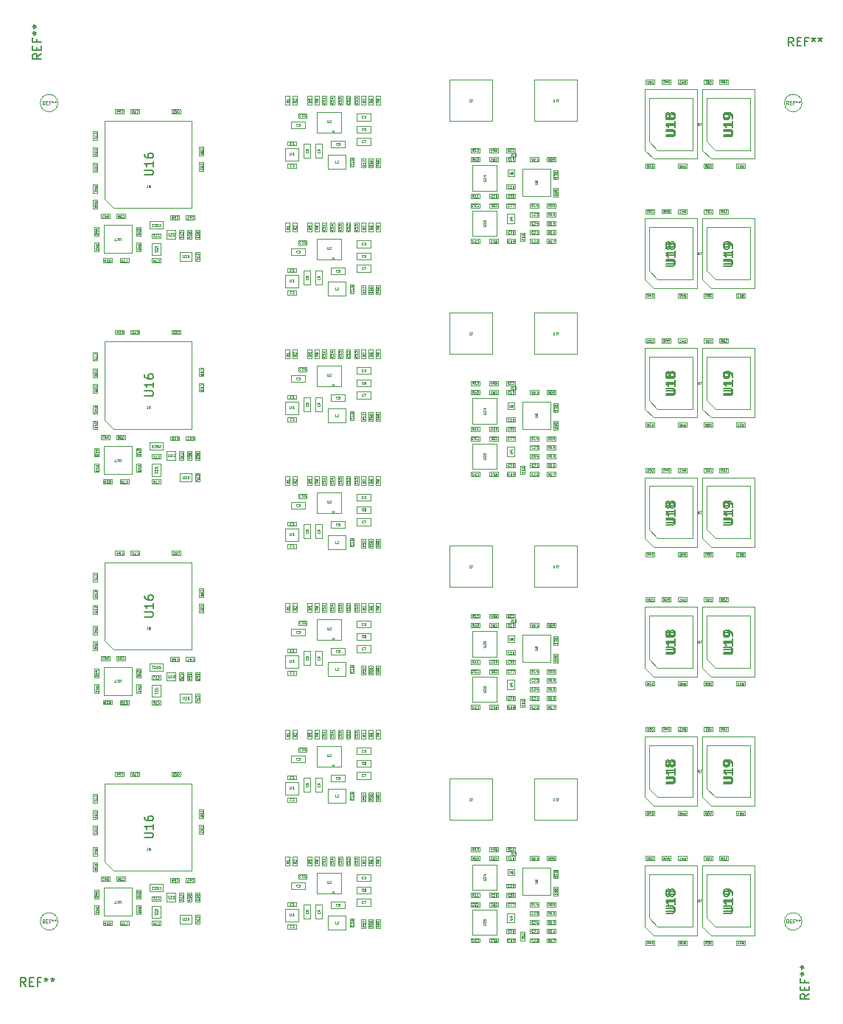
<source format=gbr>
G04 #@! TF.GenerationSoftware,KiCad,Pcbnew,8.0.4*
G04 #@! TF.CreationDate,2024-12-12T19:44:17+01:00*
G04 #@! TF.ProjectId,Combined_Module_Panel,436f6d62-696e-4656-945f-4d6f64756c65,rev?*
G04 #@! TF.SameCoordinates,Original*
G04 #@! TF.FileFunction,AssemblyDrawing,Top*
%FSLAX46Y46*%
G04 Gerber Fmt 4.6, Leading zero omitted, Abs format (unit mm)*
G04 Created by KiCad (PCBNEW 8.0.4) date 2024-12-12 19:44:17*
%MOMM*%
%LPD*%
G01*
G04 APERTURE LIST*
%ADD10C,0.042000*%
%ADD11C,0.150000*%
%ADD12C,0.060000*%
%ADD13C,0.100000*%
G04 APERTURE END LIST*
D10*
X147977153Y-138942780D02*
X148110487Y-138849447D01*
X147977153Y-138782780D02*
X148257153Y-138782780D01*
X148257153Y-138782780D02*
X148257153Y-138889447D01*
X148257153Y-138889447D02*
X148243820Y-138916114D01*
X148243820Y-138916114D02*
X148230487Y-138929447D01*
X148230487Y-138929447D02*
X148203820Y-138942780D01*
X148203820Y-138942780D02*
X148163820Y-138942780D01*
X148163820Y-138942780D02*
X148137153Y-138929447D01*
X148137153Y-138929447D02*
X148123820Y-138916114D01*
X148123820Y-138916114D02*
X148110487Y-138889447D01*
X148110487Y-138889447D02*
X148110487Y-138782780D01*
X148257153Y-139182780D02*
X148257153Y-139129447D01*
X148257153Y-139129447D02*
X148243820Y-139102780D01*
X148243820Y-139102780D02*
X148230487Y-139089447D01*
X148230487Y-139089447D02*
X148190487Y-139062780D01*
X148190487Y-139062780D02*
X148137153Y-139049447D01*
X148137153Y-139049447D02*
X148030487Y-139049447D01*
X148030487Y-139049447D02*
X148003820Y-139062780D01*
X148003820Y-139062780D02*
X147990487Y-139076114D01*
X147990487Y-139076114D02*
X147977153Y-139102780D01*
X147977153Y-139102780D02*
X147977153Y-139156114D01*
X147977153Y-139156114D02*
X147990487Y-139182780D01*
X147990487Y-139182780D02*
X148003820Y-139196114D01*
X148003820Y-139196114D02*
X148030487Y-139209447D01*
X148030487Y-139209447D02*
X148097153Y-139209447D01*
X148097153Y-139209447D02*
X148123820Y-139196114D01*
X148123820Y-139196114D02*
X148137153Y-139182780D01*
X148137153Y-139182780D02*
X148150487Y-139156114D01*
X148150487Y-139156114D02*
X148150487Y-139102780D01*
X148150487Y-139102780D02*
X148137153Y-139076114D01*
X148137153Y-139076114D02*
X148123820Y-139062780D01*
X148123820Y-139062780D02*
X148097153Y-139049447D01*
X148257153Y-139382781D02*
X148257153Y-139409447D01*
X148257153Y-139409447D02*
X148243820Y-139436114D01*
X148243820Y-139436114D02*
X148230487Y-139449447D01*
X148230487Y-139449447D02*
X148203820Y-139462781D01*
X148203820Y-139462781D02*
X148150487Y-139476114D01*
X148150487Y-139476114D02*
X148083820Y-139476114D01*
X148083820Y-139476114D02*
X148030487Y-139462781D01*
X148030487Y-139462781D02*
X148003820Y-139449447D01*
X148003820Y-139449447D02*
X147990487Y-139436114D01*
X147990487Y-139436114D02*
X147977153Y-139409447D01*
X147977153Y-139409447D02*
X147977153Y-139382781D01*
X147977153Y-139382781D02*
X147990487Y-139356114D01*
X147990487Y-139356114D02*
X148003820Y-139342781D01*
X148003820Y-139342781D02*
X148030487Y-139329447D01*
X148030487Y-139329447D02*
X148083820Y-139316114D01*
X148083820Y-139316114D02*
X148150487Y-139316114D01*
X148150487Y-139316114D02*
X148203820Y-139329447D01*
X148203820Y-139329447D02*
X148230487Y-139342781D01*
X148230487Y-139342781D02*
X148243820Y-139356114D01*
X148243820Y-139356114D02*
X148257153Y-139382781D01*
X141200581Y-144619031D02*
X141293914Y-144752365D01*
X141360581Y-144619031D02*
X141360581Y-144899031D01*
X141360581Y-144899031D02*
X141253914Y-144899031D01*
X141253914Y-144899031D02*
X141227248Y-144885698D01*
X141227248Y-144885698D02*
X141213914Y-144872365D01*
X141213914Y-144872365D02*
X141200581Y-144845698D01*
X141200581Y-144845698D02*
X141200581Y-144805698D01*
X141200581Y-144805698D02*
X141213914Y-144779031D01*
X141213914Y-144779031D02*
X141227248Y-144765698D01*
X141227248Y-144765698D02*
X141253914Y-144752365D01*
X141253914Y-144752365D02*
X141360581Y-144752365D01*
X140933914Y-144619031D02*
X141093914Y-144619031D01*
X141013914Y-144619031D02*
X141013914Y-144899031D01*
X141013914Y-144899031D02*
X141040581Y-144859031D01*
X141040581Y-144859031D02*
X141067248Y-144832365D01*
X141067248Y-144832365D02*
X141093914Y-144819031D01*
X140827247Y-144872365D02*
X140813914Y-144885698D01*
X140813914Y-144885698D02*
X140787247Y-144899031D01*
X140787247Y-144899031D02*
X140720581Y-144899031D01*
X140720581Y-144899031D02*
X140693914Y-144885698D01*
X140693914Y-144885698D02*
X140680581Y-144872365D01*
X140680581Y-144872365D02*
X140667247Y-144845698D01*
X140667247Y-144845698D02*
X140667247Y-144819031D01*
X140667247Y-144819031D02*
X140680581Y-144779031D01*
X140680581Y-144779031D02*
X140840581Y-144619031D01*
X140840581Y-144619031D02*
X140667247Y-144619031D01*
X141200581Y-134140353D02*
X141293914Y-134273687D01*
X141360581Y-134140353D02*
X141360581Y-134420353D01*
X141360581Y-134420353D02*
X141253914Y-134420353D01*
X141253914Y-134420353D02*
X141227248Y-134407020D01*
X141227248Y-134407020D02*
X141213914Y-134393687D01*
X141213914Y-134393687D02*
X141200581Y-134367020D01*
X141200581Y-134367020D02*
X141200581Y-134327020D01*
X141200581Y-134327020D02*
X141213914Y-134300353D01*
X141213914Y-134300353D02*
X141227248Y-134287020D01*
X141227248Y-134287020D02*
X141253914Y-134273687D01*
X141253914Y-134273687D02*
X141360581Y-134273687D01*
X140960581Y-134420353D02*
X141013914Y-134420353D01*
X141013914Y-134420353D02*
X141040581Y-134407020D01*
X141040581Y-134407020D02*
X141053914Y-134393687D01*
X141053914Y-134393687D02*
X141080581Y-134353687D01*
X141080581Y-134353687D02*
X141093914Y-134300353D01*
X141093914Y-134300353D02*
X141093914Y-134193687D01*
X141093914Y-134193687D02*
X141080581Y-134167020D01*
X141080581Y-134167020D02*
X141067248Y-134153687D01*
X141067248Y-134153687D02*
X141040581Y-134140353D01*
X141040581Y-134140353D02*
X140987248Y-134140353D01*
X140987248Y-134140353D02*
X140960581Y-134153687D01*
X140960581Y-134153687D02*
X140947248Y-134167020D01*
X140947248Y-134167020D02*
X140933914Y-134193687D01*
X140933914Y-134193687D02*
X140933914Y-134260353D01*
X140933914Y-134260353D02*
X140947248Y-134287020D01*
X140947248Y-134287020D02*
X140960581Y-134300353D01*
X140960581Y-134300353D02*
X140987248Y-134313687D01*
X140987248Y-134313687D02*
X141040581Y-134313687D01*
X141040581Y-134313687D02*
X141067248Y-134300353D01*
X141067248Y-134300353D02*
X141080581Y-134287020D01*
X141080581Y-134287020D02*
X141093914Y-134260353D01*
X140693914Y-134327020D02*
X140693914Y-134140353D01*
X140760581Y-134433687D02*
X140827247Y-134233687D01*
X140827247Y-134233687D02*
X140653914Y-134233687D01*
X138456914Y-128743353D02*
X138456914Y-128543353D01*
X138456914Y-128543353D02*
X138470247Y-128503353D01*
X138470247Y-128503353D02*
X138496914Y-128476687D01*
X138496914Y-128476687D02*
X138536914Y-128463353D01*
X138536914Y-128463353D02*
X138563581Y-128463353D01*
X138336914Y-128716687D02*
X138323581Y-128730020D01*
X138323581Y-128730020D02*
X138296914Y-128743353D01*
X138296914Y-128743353D02*
X138230248Y-128743353D01*
X138230248Y-128743353D02*
X138203581Y-128730020D01*
X138203581Y-128730020D02*
X138190248Y-128716687D01*
X138190248Y-128716687D02*
X138176914Y-128690020D01*
X138176914Y-128690020D02*
X138176914Y-128663353D01*
X138176914Y-128663353D02*
X138190248Y-128623353D01*
X138190248Y-128623353D02*
X138350248Y-128463353D01*
X138350248Y-128463353D02*
X138176914Y-128463353D01*
X140840580Y-139653663D02*
X140827247Y-139666997D01*
X140827247Y-139666997D02*
X140787247Y-139680330D01*
X140787247Y-139680330D02*
X140760580Y-139680330D01*
X140760580Y-139680330D02*
X140720580Y-139666997D01*
X140720580Y-139666997D02*
X140693914Y-139640330D01*
X140693914Y-139640330D02*
X140680580Y-139613663D01*
X140680580Y-139613663D02*
X140667247Y-139560330D01*
X140667247Y-139560330D02*
X140667247Y-139520330D01*
X140667247Y-139520330D02*
X140680580Y-139466997D01*
X140680580Y-139466997D02*
X140693914Y-139440330D01*
X140693914Y-139440330D02*
X140720580Y-139413663D01*
X140720580Y-139413663D02*
X140760580Y-139400330D01*
X140760580Y-139400330D02*
X140787247Y-139400330D01*
X140787247Y-139400330D02*
X140827247Y-139413663D01*
X140827247Y-139413663D02*
X140840580Y-139426997D01*
X140947247Y-139426997D02*
X140960580Y-139413663D01*
X140960580Y-139413663D02*
X140987247Y-139400330D01*
X140987247Y-139400330D02*
X141053914Y-139400330D01*
X141053914Y-139400330D02*
X141080580Y-139413663D01*
X141080580Y-139413663D02*
X141093914Y-139426997D01*
X141093914Y-139426997D02*
X141107247Y-139453663D01*
X141107247Y-139453663D02*
X141107247Y-139480330D01*
X141107247Y-139480330D02*
X141093914Y-139520330D01*
X141093914Y-139520330D02*
X140933914Y-139680330D01*
X140933914Y-139680330D02*
X141107247Y-139680330D01*
X141280581Y-139400330D02*
X141307247Y-139400330D01*
X141307247Y-139400330D02*
X141333914Y-139413663D01*
X141333914Y-139413663D02*
X141347247Y-139426997D01*
X141347247Y-139426997D02*
X141360581Y-139453663D01*
X141360581Y-139453663D02*
X141373914Y-139506997D01*
X141373914Y-139506997D02*
X141373914Y-139573663D01*
X141373914Y-139573663D02*
X141360581Y-139626997D01*
X141360581Y-139626997D02*
X141347247Y-139653663D01*
X141347247Y-139653663D02*
X141333914Y-139666997D01*
X141333914Y-139666997D02*
X141307247Y-139680330D01*
X141307247Y-139680330D02*
X141280581Y-139680330D01*
X141280581Y-139680330D02*
X141253914Y-139666997D01*
X141253914Y-139666997D02*
X141240581Y-139653663D01*
X141240581Y-139653663D02*
X141227247Y-139626997D01*
X141227247Y-139626997D02*
X141213914Y-139573663D01*
X141213914Y-139573663D02*
X141213914Y-139506997D01*
X141213914Y-139506997D02*
X141227247Y-139453663D01*
X141227247Y-139453663D02*
X141240581Y-139426997D01*
X141240581Y-139426997D02*
X141253914Y-139413663D01*
X141253914Y-139413663D02*
X141280581Y-139400330D01*
X145507502Y-143808463D02*
X145494169Y-143821797D01*
X145494169Y-143821797D02*
X145454169Y-143835130D01*
X145454169Y-143835130D02*
X145427502Y-143835130D01*
X145427502Y-143835130D02*
X145387502Y-143821797D01*
X145387502Y-143821797D02*
X145360836Y-143795130D01*
X145360836Y-143795130D02*
X145347502Y-143768463D01*
X145347502Y-143768463D02*
X145334169Y-143715130D01*
X145334169Y-143715130D02*
X145334169Y-143675130D01*
X145334169Y-143675130D02*
X145347502Y-143621797D01*
X145347502Y-143621797D02*
X145360836Y-143595130D01*
X145360836Y-143595130D02*
X145387502Y-143568463D01*
X145387502Y-143568463D02*
X145427502Y-143555130D01*
X145427502Y-143555130D02*
X145454169Y-143555130D01*
X145454169Y-143555130D02*
X145494169Y-143568463D01*
X145494169Y-143568463D02*
X145507502Y-143581797D01*
X145614169Y-143581797D02*
X145627502Y-143568463D01*
X145627502Y-143568463D02*
X145654169Y-143555130D01*
X145654169Y-143555130D02*
X145720836Y-143555130D01*
X145720836Y-143555130D02*
X145747502Y-143568463D01*
X145747502Y-143568463D02*
X145760836Y-143581797D01*
X145760836Y-143581797D02*
X145774169Y-143608463D01*
X145774169Y-143608463D02*
X145774169Y-143635130D01*
X145774169Y-143635130D02*
X145760836Y-143675130D01*
X145760836Y-143675130D02*
X145600836Y-143835130D01*
X145600836Y-143835130D02*
X145774169Y-143835130D01*
X146040836Y-143835130D02*
X145880836Y-143835130D01*
X145960836Y-143835130D02*
X145960836Y-143555130D01*
X145960836Y-143555130D02*
X145934169Y-143595130D01*
X145934169Y-143595130D02*
X145907503Y-143621797D01*
X145907503Y-143621797D02*
X145880836Y-143635130D01*
X145507502Y-140748730D02*
X145414169Y-140615397D01*
X145347502Y-140748730D02*
X145347502Y-140468730D01*
X145347502Y-140468730D02*
X145454169Y-140468730D01*
X145454169Y-140468730D02*
X145480836Y-140482063D01*
X145480836Y-140482063D02*
X145494169Y-140495397D01*
X145494169Y-140495397D02*
X145507502Y-140522063D01*
X145507502Y-140522063D02*
X145507502Y-140562063D01*
X145507502Y-140562063D02*
X145494169Y-140588730D01*
X145494169Y-140588730D02*
X145480836Y-140602063D01*
X145480836Y-140602063D02*
X145454169Y-140615397D01*
X145454169Y-140615397D02*
X145347502Y-140615397D01*
X145774169Y-140748730D02*
X145614169Y-140748730D01*
X145694169Y-140748730D02*
X145694169Y-140468730D01*
X145694169Y-140468730D02*
X145667502Y-140508730D01*
X145667502Y-140508730D02*
X145640836Y-140535397D01*
X145640836Y-140535397D02*
X145614169Y-140548730D01*
X146014169Y-140562063D02*
X146014169Y-140748730D01*
X145947503Y-140455397D02*
X145880836Y-140655397D01*
X145880836Y-140655397D02*
X146054169Y-140655397D01*
X147444502Y-142813330D02*
X147351169Y-142679997D01*
X147284502Y-142813330D02*
X147284502Y-142533330D01*
X147284502Y-142533330D02*
X147391169Y-142533330D01*
X147391169Y-142533330D02*
X147417836Y-142546663D01*
X147417836Y-142546663D02*
X147431169Y-142559997D01*
X147431169Y-142559997D02*
X147444502Y-142586663D01*
X147444502Y-142586663D02*
X147444502Y-142626663D01*
X147444502Y-142626663D02*
X147431169Y-142653330D01*
X147431169Y-142653330D02*
X147417836Y-142666663D01*
X147417836Y-142666663D02*
X147391169Y-142679997D01*
X147391169Y-142679997D02*
X147284502Y-142679997D01*
X147711169Y-142813330D02*
X147551169Y-142813330D01*
X147631169Y-142813330D02*
X147631169Y-142533330D01*
X147631169Y-142533330D02*
X147604502Y-142573330D01*
X147604502Y-142573330D02*
X147577836Y-142599997D01*
X147577836Y-142599997D02*
X147551169Y-142613330D01*
X147844503Y-142813330D02*
X147897836Y-142813330D01*
X147897836Y-142813330D02*
X147924503Y-142799997D01*
X147924503Y-142799997D02*
X147937836Y-142786663D01*
X147937836Y-142786663D02*
X147964503Y-142746663D01*
X147964503Y-142746663D02*
X147977836Y-142693330D01*
X147977836Y-142693330D02*
X147977836Y-142586663D01*
X147977836Y-142586663D02*
X147964503Y-142559997D01*
X147964503Y-142559997D02*
X147951169Y-142546663D01*
X147951169Y-142546663D02*
X147924503Y-142533330D01*
X147924503Y-142533330D02*
X147871169Y-142533330D01*
X147871169Y-142533330D02*
X147844503Y-142546663D01*
X147844503Y-142546663D02*
X147831169Y-142559997D01*
X147831169Y-142559997D02*
X147817836Y-142586663D01*
X147817836Y-142586663D02*
X147817836Y-142653330D01*
X147817836Y-142653330D02*
X147831169Y-142679997D01*
X147831169Y-142679997D02*
X147844503Y-142693330D01*
X147844503Y-142693330D02*
X147871169Y-142706663D01*
X147871169Y-142706663D02*
X147924503Y-142706663D01*
X147924503Y-142706663D02*
X147951169Y-142693330D01*
X147951169Y-142693330D02*
X147964503Y-142679997D01*
X147964503Y-142679997D02*
X147977836Y-142653330D01*
X139030581Y-144645698D02*
X139043914Y-144632365D01*
X139043914Y-144632365D02*
X139083914Y-144619031D01*
X139083914Y-144619031D02*
X139110581Y-144619031D01*
X139110581Y-144619031D02*
X139150581Y-144632365D01*
X139150581Y-144632365D02*
X139177248Y-144659031D01*
X139177248Y-144659031D02*
X139190581Y-144685698D01*
X139190581Y-144685698D02*
X139203914Y-144739031D01*
X139203914Y-144739031D02*
X139203914Y-144779031D01*
X139203914Y-144779031D02*
X139190581Y-144832365D01*
X139190581Y-144832365D02*
X139177248Y-144859031D01*
X139177248Y-144859031D02*
X139150581Y-144885698D01*
X139150581Y-144885698D02*
X139110581Y-144899031D01*
X139110581Y-144899031D02*
X139083914Y-144899031D01*
X139083914Y-144899031D02*
X139043914Y-144885698D01*
X139043914Y-144885698D02*
X139030581Y-144872365D01*
X138937248Y-144899031D02*
X138763914Y-144899031D01*
X138763914Y-144899031D02*
X138857248Y-144792365D01*
X138857248Y-144792365D02*
X138817248Y-144792365D01*
X138817248Y-144792365D02*
X138790581Y-144779031D01*
X138790581Y-144779031D02*
X138777248Y-144765698D01*
X138777248Y-144765698D02*
X138763914Y-144739031D01*
X138763914Y-144739031D02*
X138763914Y-144672365D01*
X138763914Y-144672365D02*
X138777248Y-144645698D01*
X138777248Y-144645698D02*
X138790581Y-144632365D01*
X138790581Y-144632365D02*
X138817248Y-144619031D01*
X138817248Y-144619031D02*
X138897248Y-144619031D01*
X138897248Y-144619031D02*
X138923914Y-144632365D01*
X138923914Y-144632365D02*
X138937248Y-144645698D01*
X138497247Y-144619031D02*
X138657247Y-144619031D01*
X138577247Y-144619031D02*
X138577247Y-144899031D01*
X138577247Y-144899031D02*
X138603914Y-144859031D01*
X138603914Y-144859031D02*
X138630581Y-144832365D01*
X138630581Y-144832365D02*
X138657247Y-144819031D01*
X142790580Y-143808463D02*
X142777247Y-143821797D01*
X142777247Y-143821797D02*
X142737247Y-143835130D01*
X142737247Y-143835130D02*
X142710580Y-143835130D01*
X142710580Y-143835130D02*
X142670580Y-143821797D01*
X142670580Y-143821797D02*
X142643914Y-143795130D01*
X142643914Y-143795130D02*
X142630580Y-143768463D01*
X142630580Y-143768463D02*
X142617247Y-143715130D01*
X142617247Y-143715130D02*
X142617247Y-143675130D01*
X142617247Y-143675130D02*
X142630580Y-143621797D01*
X142630580Y-143621797D02*
X142643914Y-143595130D01*
X142643914Y-143595130D02*
X142670580Y-143568463D01*
X142670580Y-143568463D02*
X142710580Y-143555130D01*
X142710580Y-143555130D02*
X142737247Y-143555130D01*
X142737247Y-143555130D02*
X142777247Y-143568463D01*
X142777247Y-143568463D02*
X142790580Y-143581797D01*
X142883914Y-143555130D02*
X143070580Y-143555130D01*
X143070580Y-143555130D02*
X142950580Y-143835130D01*
X143217247Y-143675130D02*
X143190581Y-143661797D01*
X143190581Y-143661797D02*
X143177247Y-143648463D01*
X143177247Y-143648463D02*
X143163914Y-143621797D01*
X143163914Y-143621797D02*
X143163914Y-143608463D01*
X143163914Y-143608463D02*
X143177247Y-143581797D01*
X143177247Y-143581797D02*
X143190581Y-143568463D01*
X143190581Y-143568463D02*
X143217247Y-143555130D01*
X143217247Y-143555130D02*
X143270581Y-143555130D01*
X143270581Y-143555130D02*
X143297247Y-143568463D01*
X143297247Y-143568463D02*
X143310581Y-143581797D01*
X143310581Y-143581797D02*
X143323914Y-143608463D01*
X143323914Y-143608463D02*
X143323914Y-143621797D01*
X143323914Y-143621797D02*
X143310581Y-143648463D01*
X143310581Y-143648463D02*
X143297247Y-143661797D01*
X143297247Y-143661797D02*
X143270581Y-143675130D01*
X143270581Y-143675130D02*
X143217247Y-143675130D01*
X143217247Y-143675130D02*
X143190581Y-143688463D01*
X143190581Y-143688463D02*
X143177247Y-143701797D01*
X143177247Y-143701797D02*
X143163914Y-143728463D01*
X143163914Y-143728463D02*
X143163914Y-143781797D01*
X143163914Y-143781797D02*
X143177247Y-143808463D01*
X143177247Y-143808463D02*
X143190581Y-143821797D01*
X143190581Y-143821797D02*
X143217247Y-143835130D01*
X143217247Y-143835130D02*
X143270581Y-143835130D01*
X143270581Y-143835130D02*
X143297247Y-143821797D01*
X143297247Y-143821797D02*
X143310581Y-143808463D01*
X143310581Y-143808463D02*
X143323914Y-143781797D01*
X143323914Y-143781797D02*
X143323914Y-143728463D01*
X143323914Y-143728463D02*
X143310581Y-143701797D01*
X143310581Y-143701797D02*
X143297247Y-143688463D01*
X143297247Y-143688463D02*
X143270581Y-143675130D01*
X147977153Y-136947380D02*
X148110487Y-136854047D01*
X147977153Y-136787380D02*
X148257153Y-136787380D01*
X148257153Y-136787380D02*
X148257153Y-136894047D01*
X148257153Y-136894047D02*
X148243820Y-136920714D01*
X148243820Y-136920714D02*
X148230487Y-136934047D01*
X148230487Y-136934047D02*
X148203820Y-136947380D01*
X148203820Y-136947380D02*
X148163820Y-136947380D01*
X148163820Y-136947380D02*
X148137153Y-136934047D01*
X148137153Y-136934047D02*
X148123820Y-136920714D01*
X148123820Y-136920714D02*
X148110487Y-136894047D01*
X148110487Y-136894047D02*
X148110487Y-136787380D01*
X147977153Y-137214047D02*
X147977153Y-137054047D01*
X147977153Y-137134047D02*
X148257153Y-137134047D01*
X148257153Y-137134047D02*
X148217153Y-137107380D01*
X148217153Y-137107380D02*
X148190487Y-137080714D01*
X148190487Y-137080714D02*
X148177153Y-137054047D01*
X148257153Y-137467381D02*
X148257153Y-137334047D01*
X148257153Y-137334047D02*
X148123820Y-137320714D01*
X148123820Y-137320714D02*
X148137153Y-137334047D01*
X148137153Y-137334047D02*
X148150487Y-137360714D01*
X148150487Y-137360714D02*
X148150487Y-137427381D01*
X148150487Y-137427381D02*
X148137153Y-137454047D01*
X148137153Y-137454047D02*
X148123820Y-137467381D01*
X148123820Y-137467381D02*
X148097153Y-137480714D01*
X148097153Y-137480714D02*
X148030487Y-137480714D01*
X148030487Y-137480714D02*
X148003820Y-137467381D01*
X148003820Y-137467381D02*
X147990487Y-137454047D01*
X147990487Y-137454047D02*
X147977153Y-137427381D01*
X147977153Y-137427381D02*
X147977153Y-137360714D01*
X147977153Y-137360714D02*
X147990487Y-137334047D01*
X147990487Y-137334047D02*
X148003820Y-137320714D01*
X142790580Y-135436785D02*
X142777247Y-135450119D01*
X142777247Y-135450119D02*
X142737247Y-135463452D01*
X142737247Y-135463452D02*
X142710580Y-135463452D01*
X142710580Y-135463452D02*
X142670580Y-135450119D01*
X142670580Y-135450119D02*
X142643914Y-135423452D01*
X142643914Y-135423452D02*
X142630580Y-135396785D01*
X142630580Y-135396785D02*
X142617247Y-135343452D01*
X142617247Y-135343452D02*
X142617247Y-135303452D01*
X142617247Y-135303452D02*
X142630580Y-135250119D01*
X142630580Y-135250119D02*
X142643914Y-135223452D01*
X142643914Y-135223452D02*
X142670580Y-135196785D01*
X142670580Y-135196785D02*
X142710580Y-135183452D01*
X142710580Y-135183452D02*
X142737247Y-135183452D01*
X142737247Y-135183452D02*
X142777247Y-135196785D01*
X142777247Y-135196785D02*
X142790580Y-135210119D01*
X143057247Y-135463452D02*
X142897247Y-135463452D01*
X142977247Y-135463452D02*
X142977247Y-135183452D01*
X142977247Y-135183452D02*
X142950580Y-135223452D01*
X142950580Y-135223452D02*
X142923914Y-135250119D01*
X142923914Y-135250119D02*
X142897247Y-135263452D01*
X143190581Y-135463452D02*
X143243914Y-135463452D01*
X143243914Y-135463452D02*
X143270581Y-135450119D01*
X143270581Y-135450119D02*
X143283914Y-135436785D01*
X143283914Y-135436785D02*
X143310581Y-135396785D01*
X143310581Y-135396785D02*
X143323914Y-135343452D01*
X143323914Y-135343452D02*
X143323914Y-135236785D01*
X143323914Y-135236785D02*
X143310581Y-135210119D01*
X143310581Y-135210119D02*
X143297247Y-135196785D01*
X143297247Y-135196785D02*
X143270581Y-135183452D01*
X143270581Y-135183452D02*
X143217247Y-135183452D01*
X143217247Y-135183452D02*
X143190581Y-135196785D01*
X143190581Y-135196785D02*
X143177247Y-135210119D01*
X143177247Y-135210119D02*
X143163914Y-135236785D01*
X143163914Y-135236785D02*
X143163914Y-135303452D01*
X143163914Y-135303452D02*
X143177247Y-135330119D01*
X143177247Y-135330119D02*
X143190581Y-135343452D01*
X143190581Y-135343452D02*
X143217247Y-135356785D01*
X143217247Y-135356785D02*
X143270581Y-135356785D01*
X143270581Y-135356785D02*
X143297247Y-135343452D01*
X143297247Y-135343452D02*
X143310581Y-135330119D01*
X143310581Y-135330119D02*
X143323914Y-135303452D01*
X139782930Y-143032647D02*
X140009597Y-143032647D01*
X140009597Y-143032647D02*
X140036263Y-143019314D01*
X140036263Y-143019314D02*
X140049597Y-143005980D01*
X140049597Y-143005980D02*
X140062930Y-142979314D01*
X140062930Y-142979314D02*
X140062930Y-142925980D01*
X140062930Y-142925980D02*
X140049597Y-142899314D01*
X140049597Y-142899314D02*
X140036263Y-142885980D01*
X140036263Y-142885980D02*
X140009597Y-142872647D01*
X140009597Y-142872647D02*
X139782930Y-142872647D01*
X139809597Y-142752647D02*
X139796263Y-142739314D01*
X139796263Y-142739314D02*
X139782930Y-142712647D01*
X139782930Y-142712647D02*
X139782930Y-142645981D01*
X139782930Y-142645981D02*
X139796263Y-142619314D01*
X139796263Y-142619314D02*
X139809597Y-142605981D01*
X139809597Y-142605981D02*
X139836263Y-142592647D01*
X139836263Y-142592647D02*
X139862930Y-142592647D01*
X139862930Y-142592647D02*
X139902930Y-142605981D01*
X139902930Y-142605981D02*
X140062930Y-142765981D01*
X140062930Y-142765981D02*
X140062930Y-142592647D01*
X139782930Y-142339314D02*
X139782930Y-142472647D01*
X139782930Y-142472647D02*
X139916263Y-142485980D01*
X139916263Y-142485980D02*
X139902930Y-142472647D01*
X139902930Y-142472647D02*
X139889597Y-142445980D01*
X139889597Y-142445980D02*
X139889597Y-142379314D01*
X139889597Y-142379314D02*
X139902930Y-142352647D01*
X139902930Y-142352647D02*
X139916263Y-142339314D01*
X139916263Y-142339314D02*
X139942930Y-142325980D01*
X139942930Y-142325980D02*
X140009597Y-142325980D01*
X140009597Y-142325980D02*
X140036263Y-142339314D01*
X140036263Y-142339314D02*
X140049597Y-142352647D01*
X140049597Y-142352647D02*
X140062930Y-142379314D01*
X140062930Y-142379314D02*
X140062930Y-142445980D01*
X140062930Y-142445980D02*
X140049597Y-142472647D01*
X140049597Y-142472647D02*
X140036263Y-142485980D01*
X147432502Y-135463452D02*
X147339169Y-135330119D01*
X147272502Y-135463452D02*
X147272502Y-135183452D01*
X147272502Y-135183452D02*
X147379169Y-135183452D01*
X147379169Y-135183452D02*
X147405836Y-135196785D01*
X147405836Y-135196785D02*
X147419169Y-135210119D01*
X147419169Y-135210119D02*
X147432502Y-135236785D01*
X147432502Y-135236785D02*
X147432502Y-135276785D01*
X147432502Y-135276785D02*
X147419169Y-135303452D01*
X147419169Y-135303452D02*
X147405836Y-135316785D01*
X147405836Y-135316785D02*
X147379169Y-135330119D01*
X147379169Y-135330119D02*
X147272502Y-135330119D01*
X147685836Y-135183452D02*
X147552502Y-135183452D01*
X147552502Y-135183452D02*
X147539169Y-135316785D01*
X147539169Y-135316785D02*
X147552502Y-135303452D01*
X147552502Y-135303452D02*
X147579169Y-135290119D01*
X147579169Y-135290119D02*
X147645836Y-135290119D01*
X147645836Y-135290119D02*
X147672502Y-135303452D01*
X147672502Y-135303452D02*
X147685836Y-135316785D01*
X147685836Y-135316785D02*
X147699169Y-135343452D01*
X147699169Y-135343452D02*
X147699169Y-135410119D01*
X147699169Y-135410119D02*
X147685836Y-135436785D01*
X147685836Y-135436785D02*
X147672502Y-135450119D01*
X147672502Y-135450119D02*
X147645836Y-135463452D01*
X147645836Y-135463452D02*
X147579169Y-135463452D01*
X147579169Y-135463452D02*
X147552502Y-135450119D01*
X147552502Y-135450119D02*
X147539169Y-135436785D01*
X147832503Y-135463452D02*
X147885836Y-135463452D01*
X147885836Y-135463452D02*
X147912503Y-135450119D01*
X147912503Y-135450119D02*
X147925836Y-135436785D01*
X147925836Y-135436785D02*
X147952503Y-135396785D01*
X147952503Y-135396785D02*
X147965836Y-135343452D01*
X147965836Y-135343452D02*
X147965836Y-135236785D01*
X147965836Y-135236785D02*
X147952503Y-135210119D01*
X147952503Y-135210119D02*
X147939169Y-135196785D01*
X147939169Y-135196785D02*
X147912503Y-135183452D01*
X147912503Y-135183452D02*
X147859169Y-135183452D01*
X147859169Y-135183452D02*
X147832503Y-135196785D01*
X147832503Y-135196785D02*
X147819169Y-135210119D01*
X147819169Y-135210119D02*
X147805836Y-135236785D01*
X147805836Y-135236785D02*
X147805836Y-135303452D01*
X147805836Y-135303452D02*
X147819169Y-135330119D01*
X147819169Y-135330119D02*
X147832503Y-135343452D01*
X147832503Y-135343452D02*
X147859169Y-135356785D01*
X147859169Y-135356785D02*
X147912503Y-135356785D01*
X147912503Y-135356785D02*
X147939169Y-135343452D01*
X147939169Y-135343452D02*
X147952503Y-135330119D01*
X147952503Y-135330119D02*
X147965836Y-135303452D01*
X147444502Y-140748730D02*
X147351169Y-140615397D01*
X147284502Y-140748730D02*
X147284502Y-140468730D01*
X147284502Y-140468730D02*
X147391169Y-140468730D01*
X147391169Y-140468730D02*
X147417836Y-140482063D01*
X147417836Y-140482063D02*
X147431169Y-140495397D01*
X147431169Y-140495397D02*
X147444502Y-140522063D01*
X147444502Y-140522063D02*
X147444502Y-140562063D01*
X147444502Y-140562063D02*
X147431169Y-140588730D01*
X147431169Y-140588730D02*
X147417836Y-140602063D01*
X147417836Y-140602063D02*
X147391169Y-140615397D01*
X147391169Y-140615397D02*
X147284502Y-140615397D01*
X147697836Y-140468730D02*
X147564502Y-140468730D01*
X147564502Y-140468730D02*
X147551169Y-140602063D01*
X147551169Y-140602063D02*
X147564502Y-140588730D01*
X147564502Y-140588730D02*
X147591169Y-140575397D01*
X147591169Y-140575397D02*
X147657836Y-140575397D01*
X147657836Y-140575397D02*
X147684502Y-140588730D01*
X147684502Y-140588730D02*
X147697836Y-140602063D01*
X147697836Y-140602063D02*
X147711169Y-140628730D01*
X147711169Y-140628730D02*
X147711169Y-140695397D01*
X147711169Y-140695397D02*
X147697836Y-140722063D01*
X147697836Y-140722063D02*
X147684502Y-140735397D01*
X147684502Y-140735397D02*
X147657836Y-140748730D01*
X147657836Y-140748730D02*
X147591169Y-140748730D01*
X147591169Y-140748730D02*
X147564502Y-140735397D01*
X147564502Y-140735397D02*
X147551169Y-140722063D01*
X147871169Y-140588730D02*
X147844503Y-140575397D01*
X147844503Y-140575397D02*
X147831169Y-140562063D01*
X147831169Y-140562063D02*
X147817836Y-140535397D01*
X147817836Y-140535397D02*
X147817836Y-140522063D01*
X147817836Y-140522063D02*
X147831169Y-140495397D01*
X147831169Y-140495397D02*
X147844503Y-140482063D01*
X147844503Y-140482063D02*
X147871169Y-140468730D01*
X147871169Y-140468730D02*
X147924503Y-140468730D01*
X147924503Y-140468730D02*
X147951169Y-140482063D01*
X147951169Y-140482063D02*
X147964503Y-140495397D01*
X147964503Y-140495397D02*
X147977836Y-140522063D01*
X147977836Y-140522063D02*
X147977836Y-140535397D01*
X147977836Y-140535397D02*
X147964503Y-140562063D01*
X147964503Y-140562063D02*
X147951169Y-140575397D01*
X147951169Y-140575397D02*
X147924503Y-140588730D01*
X147924503Y-140588730D02*
X147871169Y-140588730D01*
X147871169Y-140588730D02*
X147844503Y-140602063D01*
X147844503Y-140602063D02*
X147831169Y-140615397D01*
X147831169Y-140615397D02*
X147817836Y-140642063D01*
X147817836Y-140642063D02*
X147817836Y-140695397D01*
X147817836Y-140695397D02*
X147831169Y-140722063D01*
X147831169Y-140722063D02*
X147844503Y-140735397D01*
X147844503Y-140735397D02*
X147871169Y-140748730D01*
X147871169Y-140748730D02*
X147924503Y-140748730D01*
X147924503Y-140748730D02*
X147951169Y-140735397D01*
X147951169Y-140735397D02*
X147964503Y-140722063D01*
X147964503Y-140722063D02*
X147977836Y-140695397D01*
X147977836Y-140695397D02*
X147977836Y-140642063D01*
X147977836Y-140642063D02*
X147964503Y-140615397D01*
X147964503Y-140615397D02*
X147951169Y-140602063D01*
X147951169Y-140602063D02*
X147924503Y-140588730D01*
X147444502Y-143835130D02*
X147351169Y-143701797D01*
X147284502Y-143835130D02*
X147284502Y-143555130D01*
X147284502Y-143555130D02*
X147391169Y-143555130D01*
X147391169Y-143555130D02*
X147417836Y-143568463D01*
X147417836Y-143568463D02*
X147431169Y-143581797D01*
X147431169Y-143581797D02*
X147444502Y-143608463D01*
X147444502Y-143608463D02*
X147444502Y-143648463D01*
X147444502Y-143648463D02*
X147431169Y-143675130D01*
X147431169Y-143675130D02*
X147417836Y-143688463D01*
X147417836Y-143688463D02*
X147391169Y-143701797D01*
X147391169Y-143701797D02*
X147284502Y-143701797D01*
X147711169Y-143835130D02*
X147551169Y-143835130D01*
X147631169Y-143835130D02*
X147631169Y-143555130D01*
X147631169Y-143555130D02*
X147604502Y-143595130D01*
X147604502Y-143595130D02*
X147577836Y-143621797D01*
X147577836Y-143621797D02*
X147551169Y-143635130D01*
X147951169Y-143555130D02*
X147897836Y-143555130D01*
X147897836Y-143555130D02*
X147871169Y-143568463D01*
X147871169Y-143568463D02*
X147857836Y-143581797D01*
X147857836Y-143581797D02*
X147831169Y-143621797D01*
X147831169Y-143621797D02*
X147817836Y-143675130D01*
X147817836Y-143675130D02*
X147817836Y-143781797D01*
X147817836Y-143781797D02*
X147831169Y-143808463D01*
X147831169Y-143808463D02*
X147844503Y-143821797D01*
X147844503Y-143821797D02*
X147871169Y-143835130D01*
X147871169Y-143835130D02*
X147924503Y-143835130D01*
X147924503Y-143835130D02*
X147951169Y-143821797D01*
X147951169Y-143821797D02*
X147964503Y-143808463D01*
X147964503Y-143808463D02*
X147977836Y-143781797D01*
X147977836Y-143781797D02*
X147977836Y-143715130D01*
X147977836Y-143715130D02*
X147964503Y-143688463D01*
X147964503Y-143688463D02*
X147951169Y-143675130D01*
X147951169Y-143675130D02*
X147924503Y-143661797D01*
X147924503Y-143661797D02*
X147871169Y-143661797D01*
X147871169Y-143661797D02*
X147844503Y-143675130D01*
X147844503Y-143675130D02*
X147831169Y-143688463D01*
X147831169Y-143688463D02*
X147817836Y-143715130D01*
X139782930Y-137835047D02*
X140009597Y-137835047D01*
X140009597Y-137835047D02*
X140036263Y-137821714D01*
X140036263Y-137821714D02*
X140049597Y-137808380D01*
X140049597Y-137808380D02*
X140062930Y-137781714D01*
X140062930Y-137781714D02*
X140062930Y-137728380D01*
X140062930Y-137728380D02*
X140049597Y-137701714D01*
X140049597Y-137701714D02*
X140036263Y-137688380D01*
X140036263Y-137688380D02*
X140009597Y-137675047D01*
X140009597Y-137675047D02*
X139782930Y-137675047D01*
X139809597Y-137555047D02*
X139796263Y-137541714D01*
X139796263Y-137541714D02*
X139782930Y-137515047D01*
X139782930Y-137515047D02*
X139782930Y-137448381D01*
X139782930Y-137448381D02*
X139796263Y-137421714D01*
X139796263Y-137421714D02*
X139809597Y-137408381D01*
X139809597Y-137408381D02*
X139836263Y-137395047D01*
X139836263Y-137395047D02*
X139862930Y-137395047D01*
X139862930Y-137395047D02*
X139902930Y-137408381D01*
X139902930Y-137408381D02*
X140062930Y-137568381D01*
X140062930Y-137568381D02*
X140062930Y-137395047D01*
X139876263Y-137155047D02*
X140062930Y-137155047D01*
X139769597Y-137221714D02*
X139969597Y-137288380D01*
X139969597Y-137288380D02*
X139969597Y-137115047D01*
X145748652Y-138192075D02*
X145975319Y-138192075D01*
X145975319Y-138192075D02*
X146001985Y-138178742D01*
X146001985Y-138178742D02*
X146015319Y-138165408D01*
X146015319Y-138165408D02*
X146028652Y-138138742D01*
X146028652Y-138138742D02*
X146028652Y-138085408D01*
X146028652Y-138085408D02*
X146015319Y-138058742D01*
X146015319Y-138058742D02*
X146001985Y-138045408D01*
X146001985Y-138045408D02*
X145975319Y-138032075D01*
X145975319Y-138032075D02*
X145748652Y-138032075D01*
X145748652Y-137778742D02*
X145748652Y-137832075D01*
X145748652Y-137832075D02*
X145761985Y-137858742D01*
X145761985Y-137858742D02*
X145775319Y-137872075D01*
X145775319Y-137872075D02*
X145815319Y-137898742D01*
X145815319Y-137898742D02*
X145868652Y-137912075D01*
X145868652Y-137912075D02*
X145975319Y-137912075D01*
X145975319Y-137912075D02*
X146001985Y-137898742D01*
X146001985Y-137898742D02*
X146015319Y-137885409D01*
X146015319Y-137885409D02*
X146028652Y-137858742D01*
X146028652Y-137858742D02*
X146028652Y-137805409D01*
X146028652Y-137805409D02*
X146015319Y-137778742D01*
X146015319Y-137778742D02*
X146001985Y-137765409D01*
X146001985Y-137765409D02*
X145975319Y-137752075D01*
X145975319Y-137752075D02*
X145908652Y-137752075D01*
X145908652Y-137752075D02*
X145881985Y-137765409D01*
X145881985Y-137765409D02*
X145868652Y-137778742D01*
X145868652Y-137778742D02*
X145855319Y-137805409D01*
X145855319Y-137805409D02*
X145855319Y-137858742D01*
X145855319Y-137858742D02*
X145868652Y-137885409D01*
X145868652Y-137885409D02*
X145881985Y-137898742D01*
X145881985Y-137898742D02*
X145908652Y-137912075D01*
X138670580Y-139680330D02*
X138577247Y-139546997D01*
X138510580Y-139680330D02*
X138510580Y-139400330D01*
X138510580Y-139400330D02*
X138617247Y-139400330D01*
X138617247Y-139400330D02*
X138643914Y-139413663D01*
X138643914Y-139413663D02*
X138657247Y-139426997D01*
X138657247Y-139426997D02*
X138670580Y-139453663D01*
X138670580Y-139453663D02*
X138670580Y-139493663D01*
X138670580Y-139493663D02*
X138657247Y-139520330D01*
X138657247Y-139520330D02*
X138643914Y-139533663D01*
X138643914Y-139533663D02*
X138617247Y-139546997D01*
X138617247Y-139546997D02*
X138510580Y-139546997D01*
X138937247Y-139680330D02*
X138777247Y-139680330D01*
X138857247Y-139680330D02*
X138857247Y-139400330D01*
X138857247Y-139400330D02*
X138830580Y-139440330D01*
X138830580Y-139440330D02*
X138803914Y-139466997D01*
X138803914Y-139466997D02*
X138777247Y-139480330D01*
X139203914Y-139680330D02*
X139043914Y-139680330D01*
X139123914Y-139680330D02*
X139123914Y-139400330D01*
X139123914Y-139400330D02*
X139097247Y-139440330D01*
X139097247Y-139440330D02*
X139070581Y-139466997D01*
X139070581Y-139466997D02*
X139043914Y-139480330D01*
X143150581Y-134167020D02*
X143163914Y-134153687D01*
X143163914Y-134153687D02*
X143203914Y-134140353D01*
X143203914Y-134140353D02*
X143230581Y-134140353D01*
X143230581Y-134140353D02*
X143270581Y-134153687D01*
X143270581Y-134153687D02*
X143297248Y-134180353D01*
X143297248Y-134180353D02*
X143310581Y-134207020D01*
X143310581Y-134207020D02*
X143323914Y-134260353D01*
X143323914Y-134260353D02*
X143323914Y-134300353D01*
X143323914Y-134300353D02*
X143310581Y-134353687D01*
X143310581Y-134353687D02*
X143297248Y-134380353D01*
X143297248Y-134380353D02*
X143270581Y-134407020D01*
X143270581Y-134407020D02*
X143230581Y-134420353D01*
X143230581Y-134420353D02*
X143203914Y-134420353D01*
X143203914Y-134420353D02*
X143163914Y-134407020D01*
X143163914Y-134407020D02*
X143150581Y-134393687D01*
X143043914Y-134393687D02*
X143030581Y-134407020D01*
X143030581Y-134407020D02*
X143003914Y-134420353D01*
X143003914Y-134420353D02*
X142937248Y-134420353D01*
X142937248Y-134420353D02*
X142910581Y-134407020D01*
X142910581Y-134407020D02*
X142897248Y-134393687D01*
X142897248Y-134393687D02*
X142883914Y-134367020D01*
X142883914Y-134367020D02*
X142883914Y-134340353D01*
X142883914Y-134340353D02*
X142897248Y-134300353D01*
X142897248Y-134300353D02*
X143057248Y-134140353D01*
X143057248Y-134140353D02*
X142883914Y-134140353D01*
X142630581Y-134420353D02*
X142763914Y-134420353D01*
X142763914Y-134420353D02*
X142777247Y-134287020D01*
X142777247Y-134287020D02*
X142763914Y-134300353D01*
X142763914Y-134300353D02*
X142737247Y-134313687D01*
X142737247Y-134313687D02*
X142670581Y-134313687D01*
X142670581Y-134313687D02*
X142643914Y-134300353D01*
X142643914Y-134300353D02*
X142630581Y-134287020D01*
X142630581Y-134287020D02*
X142617247Y-134260353D01*
X142617247Y-134260353D02*
X142617247Y-134193687D01*
X142617247Y-134193687D02*
X142630581Y-134167020D01*
X142630581Y-134167020D02*
X142643914Y-134153687D01*
X142643914Y-134153687D02*
X142670581Y-134140353D01*
X142670581Y-134140353D02*
X142737247Y-134140353D01*
X142737247Y-134140353D02*
X142763914Y-134153687D01*
X142763914Y-134153687D02*
X142777247Y-134167020D01*
X145507502Y-141741263D02*
X145494169Y-141754597D01*
X145494169Y-141754597D02*
X145454169Y-141767930D01*
X145454169Y-141767930D02*
X145427502Y-141767930D01*
X145427502Y-141767930D02*
X145387502Y-141754597D01*
X145387502Y-141754597D02*
X145360836Y-141727930D01*
X145360836Y-141727930D02*
X145347502Y-141701263D01*
X145347502Y-141701263D02*
X145334169Y-141647930D01*
X145334169Y-141647930D02*
X145334169Y-141607930D01*
X145334169Y-141607930D02*
X145347502Y-141554597D01*
X145347502Y-141554597D02*
X145360836Y-141527930D01*
X145360836Y-141527930D02*
X145387502Y-141501263D01*
X145387502Y-141501263D02*
X145427502Y-141487930D01*
X145427502Y-141487930D02*
X145454169Y-141487930D01*
X145454169Y-141487930D02*
X145494169Y-141501263D01*
X145494169Y-141501263D02*
X145507502Y-141514597D01*
X145614169Y-141514597D02*
X145627502Y-141501263D01*
X145627502Y-141501263D02*
X145654169Y-141487930D01*
X145654169Y-141487930D02*
X145720836Y-141487930D01*
X145720836Y-141487930D02*
X145747502Y-141501263D01*
X145747502Y-141501263D02*
X145760836Y-141514597D01*
X145760836Y-141514597D02*
X145774169Y-141541263D01*
X145774169Y-141541263D02*
X145774169Y-141567930D01*
X145774169Y-141567930D02*
X145760836Y-141607930D01*
X145760836Y-141607930D02*
X145600836Y-141767930D01*
X145600836Y-141767930D02*
X145774169Y-141767930D01*
X145867503Y-141487930D02*
X146040836Y-141487930D01*
X146040836Y-141487930D02*
X145947503Y-141594597D01*
X145947503Y-141594597D02*
X145987503Y-141594597D01*
X145987503Y-141594597D02*
X146014169Y-141607930D01*
X146014169Y-141607930D02*
X146027503Y-141621263D01*
X146027503Y-141621263D02*
X146040836Y-141647930D01*
X146040836Y-141647930D02*
X146040836Y-141714597D01*
X146040836Y-141714597D02*
X146027503Y-141741263D01*
X146027503Y-141741263D02*
X146014169Y-141754597D01*
X146014169Y-141754597D02*
X145987503Y-141767930D01*
X145987503Y-141767930D02*
X145907503Y-141767930D01*
X145907503Y-141767930D02*
X145880836Y-141754597D01*
X145880836Y-141754597D02*
X145867503Y-141741263D01*
X145867503Y-135235420D02*
X145880836Y-135222087D01*
X145880836Y-135222087D02*
X145920836Y-135208753D01*
X145920836Y-135208753D02*
X145947503Y-135208753D01*
X145947503Y-135208753D02*
X145987503Y-135222087D01*
X145987503Y-135222087D02*
X146014170Y-135248753D01*
X146014170Y-135248753D02*
X146027503Y-135275420D01*
X146027503Y-135275420D02*
X146040836Y-135328753D01*
X146040836Y-135328753D02*
X146040836Y-135368753D01*
X146040836Y-135368753D02*
X146027503Y-135422087D01*
X146027503Y-135422087D02*
X146014170Y-135448753D01*
X146014170Y-135448753D02*
X145987503Y-135475420D01*
X145987503Y-135475420D02*
X145947503Y-135488753D01*
X145947503Y-135488753D02*
X145920836Y-135488753D01*
X145920836Y-135488753D02*
X145880836Y-135475420D01*
X145880836Y-135475420D02*
X145867503Y-135462087D01*
X145760836Y-135462087D02*
X145747503Y-135475420D01*
X145747503Y-135475420D02*
X145720836Y-135488753D01*
X145720836Y-135488753D02*
X145654170Y-135488753D01*
X145654170Y-135488753D02*
X145627503Y-135475420D01*
X145627503Y-135475420D02*
X145614170Y-135462087D01*
X145614170Y-135462087D02*
X145600836Y-135435420D01*
X145600836Y-135435420D02*
X145600836Y-135408753D01*
X145600836Y-135408753D02*
X145614170Y-135368753D01*
X145614170Y-135368753D02*
X145774170Y-135208753D01*
X145774170Y-135208753D02*
X145600836Y-135208753D01*
X145360836Y-135488753D02*
X145414169Y-135488753D01*
X145414169Y-135488753D02*
X145440836Y-135475420D01*
X145440836Y-135475420D02*
X145454169Y-135462087D01*
X145454169Y-135462087D02*
X145480836Y-135422087D01*
X145480836Y-135422087D02*
X145494169Y-135368753D01*
X145494169Y-135368753D02*
X145494169Y-135262087D01*
X145494169Y-135262087D02*
X145480836Y-135235420D01*
X145480836Y-135235420D02*
X145467503Y-135222087D01*
X145467503Y-135222087D02*
X145440836Y-135208753D01*
X145440836Y-135208753D02*
X145387503Y-135208753D01*
X145387503Y-135208753D02*
X145360836Y-135222087D01*
X145360836Y-135222087D02*
X145347503Y-135235420D01*
X145347503Y-135235420D02*
X145334169Y-135262087D01*
X145334169Y-135262087D02*
X145334169Y-135328753D01*
X145334169Y-135328753D02*
X145347503Y-135355420D01*
X145347503Y-135355420D02*
X145360836Y-135368753D01*
X145360836Y-135368753D02*
X145387503Y-135382087D01*
X145387503Y-135382087D02*
X145440836Y-135382087D01*
X145440836Y-135382087D02*
X145467503Y-135368753D01*
X145467503Y-135368753D02*
X145480836Y-135355420D01*
X145480836Y-135355420D02*
X145494169Y-135328753D01*
X141200581Y-135235420D02*
X141213914Y-135222087D01*
X141213914Y-135222087D02*
X141253914Y-135208753D01*
X141253914Y-135208753D02*
X141280581Y-135208753D01*
X141280581Y-135208753D02*
X141320581Y-135222087D01*
X141320581Y-135222087D02*
X141347248Y-135248753D01*
X141347248Y-135248753D02*
X141360581Y-135275420D01*
X141360581Y-135275420D02*
X141373914Y-135328753D01*
X141373914Y-135328753D02*
X141373914Y-135368753D01*
X141373914Y-135368753D02*
X141360581Y-135422087D01*
X141360581Y-135422087D02*
X141347248Y-135448753D01*
X141347248Y-135448753D02*
X141320581Y-135475420D01*
X141320581Y-135475420D02*
X141280581Y-135488753D01*
X141280581Y-135488753D02*
X141253914Y-135488753D01*
X141253914Y-135488753D02*
X141213914Y-135475420D01*
X141213914Y-135475420D02*
X141200581Y-135462087D01*
X141040581Y-135368753D02*
X141067248Y-135382087D01*
X141067248Y-135382087D02*
X141080581Y-135395420D01*
X141080581Y-135395420D02*
X141093914Y-135422087D01*
X141093914Y-135422087D02*
X141093914Y-135435420D01*
X141093914Y-135435420D02*
X141080581Y-135462087D01*
X141080581Y-135462087D02*
X141067248Y-135475420D01*
X141067248Y-135475420D02*
X141040581Y-135488753D01*
X141040581Y-135488753D02*
X140987248Y-135488753D01*
X140987248Y-135488753D02*
X140960581Y-135475420D01*
X140960581Y-135475420D02*
X140947248Y-135462087D01*
X140947248Y-135462087D02*
X140933914Y-135435420D01*
X140933914Y-135435420D02*
X140933914Y-135422087D01*
X140933914Y-135422087D02*
X140947248Y-135395420D01*
X140947248Y-135395420D02*
X140960581Y-135382087D01*
X140960581Y-135382087D02*
X140987248Y-135368753D01*
X140987248Y-135368753D02*
X141040581Y-135368753D01*
X141040581Y-135368753D02*
X141067248Y-135355420D01*
X141067248Y-135355420D02*
X141080581Y-135342087D01*
X141080581Y-135342087D02*
X141093914Y-135315420D01*
X141093914Y-135315420D02*
X141093914Y-135262087D01*
X141093914Y-135262087D02*
X141080581Y-135235420D01*
X141080581Y-135235420D02*
X141067248Y-135222087D01*
X141067248Y-135222087D02*
X141040581Y-135208753D01*
X141040581Y-135208753D02*
X140987248Y-135208753D01*
X140987248Y-135208753D02*
X140960581Y-135222087D01*
X140960581Y-135222087D02*
X140947248Y-135235420D01*
X140947248Y-135235420D02*
X140933914Y-135262087D01*
X140933914Y-135262087D02*
X140933914Y-135315420D01*
X140933914Y-135315420D02*
X140947248Y-135342087D01*
X140947248Y-135342087D02*
X140960581Y-135355420D01*
X140960581Y-135355420D02*
X140987248Y-135368753D01*
X140827247Y-135462087D02*
X140813914Y-135475420D01*
X140813914Y-135475420D02*
X140787247Y-135488753D01*
X140787247Y-135488753D02*
X140720581Y-135488753D01*
X140720581Y-135488753D02*
X140693914Y-135475420D01*
X140693914Y-135475420D02*
X140680581Y-135462087D01*
X140680581Y-135462087D02*
X140667247Y-135435420D01*
X140667247Y-135435420D02*
X140667247Y-135408753D01*
X140667247Y-135408753D02*
X140680581Y-135368753D01*
X140680581Y-135368753D02*
X140840581Y-135208753D01*
X140840581Y-135208753D02*
X140667247Y-135208753D01*
X145507502Y-142786663D02*
X145494169Y-142799997D01*
X145494169Y-142799997D02*
X145454169Y-142813330D01*
X145454169Y-142813330D02*
X145427502Y-142813330D01*
X145427502Y-142813330D02*
X145387502Y-142799997D01*
X145387502Y-142799997D02*
X145360836Y-142773330D01*
X145360836Y-142773330D02*
X145347502Y-142746663D01*
X145347502Y-142746663D02*
X145334169Y-142693330D01*
X145334169Y-142693330D02*
X145334169Y-142653330D01*
X145334169Y-142653330D02*
X145347502Y-142599997D01*
X145347502Y-142599997D02*
X145360836Y-142573330D01*
X145360836Y-142573330D02*
X145387502Y-142546663D01*
X145387502Y-142546663D02*
X145427502Y-142533330D01*
X145427502Y-142533330D02*
X145454169Y-142533330D01*
X145454169Y-142533330D02*
X145494169Y-142546663D01*
X145494169Y-142546663D02*
X145507502Y-142559997D01*
X145614169Y-142559997D02*
X145627502Y-142546663D01*
X145627502Y-142546663D02*
X145654169Y-142533330D01*
X145654169Y-142533330D02*
X145720836Y-142533330D01*
X145720836Y-142533330D02*
X145747502Y-142546663D01*
X145747502Y-142546663D02*
X145760836Y-142559997D01*
X145760836Y-142559997D02*
X145774169Y-142586663D01*
X145774169Y-142586663D02*
X145774169Y-142613330D01*
X145774169Y-142613330D02*
X145760836Y-142653330D01*
X145760836Y-142653330D02*
X145600836Y-142813330D01*
X145600836Y-142813330D02*
X145774169Y-142813330D01*
X146014169Y-142626663D02*
X146014169Y-142813330D01*
X145947503Y-142519997D02*
X145880836Y-142719997D01*
X145880836Y-142719997D02*
X146054169Y-142719997D01*
X147444502Y-141769330D02*
X147351169Y-141635997D01*
X147284502Y-141769330D02*
X147284502Y-141489330D01*
X147284502Y-141489330D02*
X147391169Y-141489330D01*
X147391169Y-141489330D02*
X147417836Y-141502663D01*
X147417836Y-141502663D02*
X147431169Y-141515997D01*
X147431169Y-141515997D02*
X147444502Y-141542663D01*
X147444502Y-141542663D02*
X147444502Y-141582663D01*
X147444502Y-141582663D02*
X147431169Y-141609330D01*
X147431169Y-141609330D02*
X147417836Y-141622663D01*
X147417836Y-141622663D02*
X147391169Y-141635997D01*
X147391169Y-141635997D02*
X147284502Y-141635997D01*
X147711169Y-141769330D02*
X147551169Y-141769330D01*
X147631169Y-141769330D02*
X147631169Y-141489330D01*
X147631169Y-141489330D02*
X147604502Y-141529330D01*
X147604502Y-141529330D02*
X147577836Y-141555997D01*
X147577836Y-141555997D02*
X147551169Y-141569330D01*
X147871169Y-141609330D02*
X147844503Y-141595997D01*
X147844503Y-141595997D02*
X147831169Y-141582663D01*
X147831169Y-141582663D02*
X147817836Y-141555997D01*
X147817836Y-141555997D02*
X147817836Y-141542663D01*
X147817836Y-141542663D02*
X147831169Y-141515997D01*
X147831169Y-141515997D02*
X147844503Y-141502663D01*
X147844503Y-141502663D02*
X147871169Y-141489330D01*
X147871169Y-141489330D02*
X147924503Y-141489330D01*
X147924503Y-141489330D02*
X147951169Y-141502663D01*
X147951169Y-141502663D02*
X147964503Y-141515997D01*
X147964503Y-141515997D02*
X147977836Y-141542663D01*
X147977836Y-141542663D02*
X147977836Y-141555997D01*
X147977836Y-141555997D02*
X147964503Y-141582663D01*
X147964503Y-141582663D02*
X147951169Y-141595997D01*
X147951169Y-141595997D02*
X147924503Y-141609330D01*
X147924503Y-141609330D02*
X147871169Y-141609330D01*
X147871169Y-141609330D02*
X147844503Y-141622663D01*
X147844503Y-141622663D02*
X147831169Y-141635997D01*
X147831169Y-141635997D02*
X147817836Y-141662663D01*
X147817836Y-141662663D02*
X147817836Y-141715997D01*
X147817836Y-141715997D02*
X147831169Y-141742663D01*
X147831169Y-141742663D02*
X147844503Y-141755997D01*
X147844503Y-141755997D02*
X147871169Y-141769330D01*
X147871169Y-141769330D02*
X147924503Y-141769330D01*
X147924503Y-141769330D02*
X147951169Y-141755997D01*
X147951169Y-141755997D02*
X147964503Y-141742663D01*
X147964503Y-141742663D02*
X147977836Y-141715997D01*
X147977836Y-141715997D02*
X147977836Y-141662663D01*
X147977836Y-141662663D02*
X147964503Y-141635997D01*
X147964503Y-141635997D02*
X147951169Y-141622663D01*
X147951169Y-141622663D02*
X147924503Y-141609330D01*
X141200581Y-140520698D02*
X141213914Y-140507365D01*
X141213914Y-140507365D02*
X141253914Y-140494031D01*
X141253914Y-140494031D02*
X141280581Y-140494031D01*
X141280581Y-140494031D02*
X141320581Y-140507365D01*
X141320581Y-140507365D02*
X141347248Y-140534031D01*
X141347248Y-140534031D02*
X141360581Y-140560698D01*
X141360581Y-140560698D02*
X141373914Y-140614031D01*
X141373914Y-140614031D02*
X141373914Y-140654031D01*
X141373914Y-140654031D02*
X141360581Y-140707365D01*
X141360581Y-140707365D02*
X141347248Y-140734031D01*
X141347248Y-140734031D02*
X141320581Y-140760698D01*
X141320581Y-140760698D02*
X141280581Y-140774031D01*
X141280581Y-140774031D02*
X141253914Y-140774031D01*
X141253914Y-140774031D02*
X141213914Y-140760698D01*
X141213914Y-140760698D02*
X141200581Y-140747365D01*
X141040581Y-140654031D02*
X141067248Y-140667365D01*
X141067248Y-140667365D02*
X141080581Y-140680698D01*
X141080581Y-140680698D02*
X141093914Y-140707365D01*
X141093914Y-140707365D02*
X141093914Y-140720698D01*
X141093914Y-140720698D02*
X141080581Y-140747365D01*
X141080581Y-140747365D02*
X141067248Y-140760698D01*
X141067248Y-140760698D02*
X141040581Y-140774031D01*
X141040581Y-140774031D02*
X140987248Y-140774031D01*
X140987248Y-140774031D02*
X140960581Y-140760698D01*
X140960581Y-140760698D02*
X140947248Y-140747365D01*
X140947248Y-140747365D02*
X140933914Y-140720698D01*
X140933914Y-140720698D02*
X140933914Y-140707365D01*
X140933914Y-140707365D02*
X140947248Y-140680698D01*
X140947248Y-140680698D02*
X140960581Y-140667365D01*
X140960581Y-140667365D02*
X140987248Y-140654031D01*
X140987248Y-140654031D02*
X141040581Y-140654031D01*
X141040581Y-140654031D02*
X141067248Y-140640698D01*
X141067248Y-140640698D02*
X141080581Y-140627365D01*
X141080581Y-140627365D02*
X141093914Y-140600698D01*
X141093914Y-140600698D02*
X141093914Y-140547365D01*
X141093914Y-140547365D02*
X141080581Y-140520698D01*
X141080581Y-140520698D02*
X141067248Y-140507365D01*
X141067248Y-140507365D02*
X141040581Y-140494031D01*
X141040581Y-140494031D02*
X140987248Y-140494031D01*
X140987248Y-140494031D02*
X140960581Y-140507365D01*
X140960581Y-140507365D02*
X140947248Y-140520698D01*
X140947248Y-140520698D02*
X140933914Y-140547365D01*
X140933914Y-140547365D02*
X140933914Y-140600698D01*
X140933914Y-140600698D02*
X140947248Y-140627365D01*
X140947248Y-140627365D02*
X140960581Y-140640698D01*
X140960581Y-140640698D02*
X140987248Y-140654031D01*
X140667247Y-140494031D02*
X140827247Y-140494031D01*
X140747247Y-140494031D02*
X140747247Y-140774031D01*
X140747247Y-140774031D02*
X140773914Y-140734031D01*
X140773914Y-140734031D02*
X140800581Y-140707365D01*
X140800581Y-140707365D02*
X140827247Y-140694031D01*
X145507502Y-144847063D02*
X145494169Y-144860397D01*
X145494169Y-144860397D02*
X145454169Y-144873730D01*
X145454169Y-144873730D02*
X145427502Y-144873730D01*
X145427502Y-144873730D02*
X145387502Y-144860397D01*
X145387502Y-144860397D02*
X145360836Y-144833730D01*
X145360836Y-144833730D02*
X145347502Y-144807063D01*
X145347502Y-144807063D02*
X145334169Y-144753730D01*
X145334169Y-144753730D02*
X145334169Y-144713730D01*
X145334169Y-144713730D02*
X145347502Y-144660397D01*
X145347502Y-144660397D02*
X145360836Y-144633730D01*
X145360836Y-144633730D02*
X145387502Y-144607063D01*
X145387502Y-144607063D02*
X145427502Y-144593730D01*
X145427502Y-144593730D02*
X145454169Y-144593730D01*
X145454169Y-144593730D02*
X145494169Y-144607063D01*
X145494169Y-144607063D02*
X145507502Y-144620397D01*
X145614169Y-144620397D02*
X145627502Y-144607063D01*
X145627502Y-144607063D02*
X145654169Y-144593730D01*
X145654169Y-144593730D02*
X145720836Y-144593730D01*
X145720836Y-144593730D02*
X145747502Y-144607063D01*
X145747502Y-144607063D02*
X145760836Y-144620397D01*
X145760836Y-144620397D02*
X145774169Y-144647063D01*
X145774169Y-144647063D02*
X145774169Y-144673730D01*
X145774169Y-144673730D02*
X145760836Y-144713730D01*
X145760836Y-144713730D02*
X145600836Y-144873730D01*
X145600836Y-144873730D02*
X145774169Y-144873730D01*
X145880836Y-144620397D02*
X145894169Y-144607063D01*
X145894169Y-144607063D02*
X145920836Y-144593730D01*
X145920836Y-144593730D02*
X145987503Y-144593730D01*
X145987503Y-144593730D02*
X146014169Y-144607063D01*
X146014169Y-144607063D02*
X146027503Y-144620397D01*
X146027503Y-144620397D02*
X146040836Y-144647063D01*
X146040836Y-144647063D02*
X146040836Y-144673730D01*
X146040836Y-144673730D02*
X146027503Y-144713730D01*
X146027503Y-144713730D02*
X145867503Y-144873730D01*
X145867503Y-144873730D02*
X146040836Y-144873730D01*
X143023414Y-134666052D02*
X143023414Y-134866052D01*
X143023414Y-134866052D02*
X143010081Y-134906052D01*
X143010081Y-134906052D02*
X142983414Y-134932719D01*
X142983414Y-134932719D02*
X142943414Y-134946052D01*
X142943414Y-134946052D02*
X142916748Y-134946052D01*
X143303414Y-134946052D02*
X143143414Y-134946052D01*
X143223414Y-134946052D02*
X143223414Y-134666052D01*
X143223414Y-134666052D02*
X143196747Y-134706052D01*
X143196747Y-134706052D02*
X143170081Y-134732719D01*
X143170081Y-134732719D02*
X143143414Y-134746052D01*
X143396748Y-134666052D02*
X143570081Y-134666052D01*
X143570081Y-134666052D02*
X143476748Y-134772719D01*
X143476748Y-134772719D02*
X143516748Y-134772719D01*
X143516748Y-134772719D02*
X143543414Y-134786052D01*
X143543414Y-134786052D02*
X143556748Y-134799385D01*
X143556748Y-134799385D02*
X143570081Y-134826052D01*
X143570081Y-134826052D02*
X143570081Y-134892719D01*
X143570081Y-134892719D02*
X143556748Y-134919385D01*
X143556748Y-134919385D02*
X143543414Y-134932719D01*
X143543414Y-134932719D02*
X143516748Y-134946052D01*
X143516748Y-134946052D02*
X143436748Y-134946052D01*
X143436748Y-134946052D02*
X143410081Y-134932719D01*
X143410081Y-134932719D02*
X143396748Y-134919385D01*
X142800580Y-144847063D02*
X142787247Y-144860397D01*
X142787247Y-144860397D02*
X142747247Y-144873730D01*
X142747247Y-144873730D02*
X142720580Y-144873730D01*
X142720580Y-144873730D02*
X142680580Y-144860397D01*
X142680580Y-144860397D02*
X142653914Y-144833730D01*
X142653914Y-144833730D02*
X142640580Y-144807063D01*
X142640580Y-144807063D02*
X142627247Y-144753730D01*
X142627247Y-144753730D02*
X142627247Y-144713730D01*
X142627247Y-144713730D02*
X142640580Y-144660397D01*
X142640580Y-144660397D02*
X142653914Y-144633730D01*
X142653914Y-144633730D02*
X142680580Y-144607063D01*
X142680580Y-144607063D02*
X142720580Y-144593730D01*
X142720580Y-144593730D02*
X142747247Y-144593730D01*
X142747247Y-144593730D02*
X142787247Y-144607063D01*
X142787247Y-144607063D02*
X142800580Y-144620397D01*
X142960580Y-144713730D02*
X142933914Y-144700397D01*
X142933914Y-144700397D02*
X142920580Y-144687063D01*
X142920580Y-144687063D02*
X142907247Y-144660397D01*
X142907247Y-144660397D02*
X142907247Y-144647063D01*
X142907247Y-144647063D02*
X142920580Y-144620397D01*
X142920580Y-144620397D02*
X142933914Y-144607063D01*
X142933914Y-144607063D02*
X142960580Y-144593730D01*
X142960580Y-144593730D02*
X143013914Y-144593730D01*
X143013914Y-144593730D02*
X143040580Y-144607063D01*
X143040580Y-144607063D02*
X143053914Y-144620397D01*
X143053914Y-144620397D02*
X143067247Y-144647063D01*
X143067247Y-144647063D02*
X143067247Y-144660397D01*
X143067247Y-144660397D02*
X143053914Y-144687063D01*
X143053914Y-144687063D02*
X143040580Y-144700397D01*
X143040580Y-144700397D02*
X143013914Y-144713730D01*
X143013914Y-144713730D02*
X142960580Y-144713730D01*
X142960580Y-144713730D02*
X142933914Y-144727063D01*
X142933914Y-144727063D02*
X142920580Y-144740397D01*
X142920580Y-144740397D02*
X142907247Y-144767063D01*
X142907247Y-144767063D02*
X142907247Y-144820397D01*
X142907247Y-144820397D02*
X142920580Y-144847063D01*
X142920580Y-144847063D02*
X142933914Y-144860397D01*
X142933914Y-144860397D02*
X142960580Y-144873730D01*
X142960580Y-144873730D02*
X143013914Y-144873730D01*
X143013914Y-144873730D02*
X143040580Y-144860397D01*
X143040580Y-144860397D02*
X143053914Y-144847063D01*
X143053914Y-144847063D02*
X143067247Y-144820397D01*
X143067247Y-144820397D02*
X143067247Y-144767063D01*
X143067247Y-144767063D02*
X143053914Y-144740397D01*
X143053914Y-144740397D02*
X143040580Y-144727063D01*
X143040580Y-144727063D02*
X143013914Y-144713730D01*
X143160581Y-144593730D02*
X143333914Y-144593730D01*
X143333914Y-144593730D02*
X143240581Y-144700397D01*
X143240581Y-144700397D02*
X143280581Y-144700397D01*
X143280581Y-144700397D02*
X143307247Y-144713730D01*
X143307247Y-144713730D02*
X143320581Y-144727063D01*
X143320581Y-144727063D02*
X143333914Y-144753730D01*
X143333914Y-144753730D02*
X143333914Y-144820397D01*
X143333914Y-144820397D02*
X143320581Y-144847063D01*
X143320581Y-144847063D02*
X143307247Y-144860397D01*
X143307247Y-144860397D02*
X143280581Y-144873730D01*
X143280581Y-144873730D02*
X143200581Y-144873730D01*
X143200581Y-144873730D02*
X143173914Y-144860397D01*
X143173914Y-144860397D02*
X143160581Y-144847063D01*
X139030581Y-140520698D02*
X139043914Y-140507365D01*
X139043914Y-140507365D02*
X139083914Y-140494031D01*
X139083914Y-140494031D02*
X139110581Y-140494031D01*
X139110581Y-140494031D02*
X139150581Y-140507365D01*
X139150581Y-140507365D02*
X139177248Y-140534031D01*
X139177248Y-140534031D02*
X139190581Y-140560698D01*
X139190581Y-140560698D02*
X139203914Y-140614031D01*
X139203914Y-140614031D02*
X139203914Y-140654031D01*
X139203914Y-140654031D02*
X139190581Y-140707365D01*
X139190581Y-140707365D02*
X139177248Y-140734031D01*
X139177248Y-140734031D02*
X139150581Y-140760698D01*
X139150581Y-140760698D02*
X139110581Y-140774031D01*
X139110581Y-140774031D02*
X139083914Y-140774031D01*
X139083914Y-140774031D02*
X139043914Y-140760698D01*
X139043914Y-140760698D02*
X139030581Y-140747365D01*
X138937248Y-140774031D02*
X138763914Y-140774031D01*
X138763914Y-140774031D02*
X138857248Y-140667365D01*
X138857248Y-140667365D02*
X138817248Y-140667365D01*
X138817248Y-140667365D02*
X138790581Y-140654031D01*
X138790581Y-140654031D02*
X138777248Y-140640698D01*
X138777248Y-140640698D02*
X138763914Y-140614031D01*
X138763914Y-140614031D02*
X138763914Y-140547365D01*
X138763914Y-140547365D02*
X138777248Y-140520698D01*
X138777248Y-140520698D02*
X138790581Y-140507365D01*
X138790581Y-140507365D02*
X138817248Y-140494031D01*
X138817248Y-140494031D02*
X138897248Y-140494031D01*
X138897248Y-140494031D02*
X138923914Y-140507365D01*
X138923914Y-140507365D02*
X138937248Y-140520698D01*
X138657247Y-140747365D02*
X138643914Y-140760698D01*
X138643914Y-140760698D02*
X138617247Y-140774031D01*
X138617247Y-140774031D02*
X138550581Y-140774031D01*
X138550581Y-140774031D02*
X138523914Y-140760698D01*
X138523914Y-140760698D02*
X138510581Y-140747365D01*
X138510581Y-140747365D02*
X138497247Y-140720698D01*
X138497247Y-140720698D02*
X138497247Y-140694031D01*
X138497247Y-140694031D02*
X138510581Y-140654031D01*
X138510581Y-140654031D02*
X138670581Y-140494031D01*
X138670581Y-140494031D02*
X138497247Y-140494031D01*
X142790580Y-139653663D02*
X142777247Y-139666997D01*
X142777247Y-139666997D02*
X142737247Y-139680330D01*
X142737247Y-139680330D02*
X142710580Y-139680330D01*
X142710580Y-139680330D02*
X142670580Y-139666997D01*
X142670580Y-139666997D02*
X142643914Y-139640330D01*
X142643914Y-139640330D02*
X142630580Y-139613663D01*
X142630580Y-139613663D02*
X142617247Y-139560330D01*
X142617247Y-139560330D02*
X142617247Y-139520330D01*
X142617247Y-139520330D02*
X142630580Y-139466997D01*
X142630580Y-139466997D02*
X142643914Y-139440330D01*
X142643914Y-139440330D02*
X142670580Y-139413663D01*
X142670580Y-139413663D02*
X142710580Y-139400330D01*
X142710580Y-139400330D02*
X142737247Y-139400330D01*
X142737247Y-139400330D02*
X142777247Y-139413663D01*
X142777247Y-139413663D02*
X142790580Y-139426997D01*
X142883914Y-139400330D02*
X143057247Y-139400330D01*
X143057247Y-139400330D02*
X142963914Y-139506997D01*
X142963914Y-139506997D02*
X143003914Y-139506997D01*
X143003914Y-139506997D02*
X143030580Y-139520330D01*
X143030580Y-139520330D02*
X143043914Y-139533663D01*
X143043914Y-139533663D02*
X143057247Y-139560330D01*
X143057247Y-139560330D02*
X143057247Y-139626997D01*
X143057247Y-139626997D02*
X143043914Y-139653663D01*
X143043914Y-139653663D02*
X143030580Y-139666997D01*
X143030580Y-139666997D02*
X143003914Y-139680330D01*
X143003914Y-139680330D02*
X142923914Y-139680330D01*
X142923914Y-139680330D02*
X142897247Y-139666997D01*
X142897247Y-139666997D02*
X142883914Y-139653663D01*
X143150581Y-139400330D02*
X143323914Y-139400330D01*
X143323914Y-139400330D02*
X143230581Y-139506997D01*
X143230581Y-139506997D02*
X143270581Y-139506997D01*
X143270581Y-139506997D02*
X143297247Y-139520330D01*
X143297247Y-139520330D02*
X143310581Y-139533663D01*
X143310581Y-139533663D02*
X143323914Y-139560330D01*
X143323914Y-139560330D02*
X143323914Y-139626997D01*
X143323914Y-139626997D02*
X143310581Y-139653663D01*
X143310581Y-139653663D02*
X143297247Y-139666997D01*
X143297247Y-139666997D02*
X143270581Y-139680330D01*
X143270581Y-139680330D02*
X143190581Y-139680330D01*
X143190581Y-139680330D02*
X143163914Y-139666997D01*
X143163914Y-139666997D02*
X143150581Y-139653663D01*
X144305385Y-144481114D02*
X144305385Y-144574447D01*
X144452052Y-144574447D02*
X144172052Y-144574447D01*
X144172052Y-144574447D02*
X144172052Y-144441114D01*
X144305385Y-144241114D02*
X144318719Y-144201114D01*
X144318719Y-144201114D02*
X144332052Y-144187780D01*
X144332052Y-144187780D02*
X144358719Y-144174447D01*
X144358719Y-144174447D02*
X144398719Y-144174447D01*
X144398719Y-144174447D02*
X144425385Y-144187780D01*
X144425385Y-144187780D02*
X144438719Y-144201114D01*
X144438719Y-144201114D02*
X144452052Y-144227780D01*
X144452052Y-144227780D02*
X144452052Y-144334447D01*
X144452052Y-144334447D02*
X144172052Y-144334447D01*
X144172052Y-144334447D02*
X144172052Y-144241114D01*
X144172052Y-144241114D02*
X144185385Y-144214447D01*
X144185385Y-144214447D02*
X144198719Y-144201114D01*
X144198719Y-144201114D02*
X144225385Y-144187780D01*
X144225385Y-144187780D02*
X144252052Y-144187780D01*
X144252052Y-144187780D02*
X144278719Y-144201114D01*
X144278719Y-144201114D02*
X144292052Y-144214447D01*
X144292052Y-144214447D02*
X144305385Y-144241114D01*
X144305385Y-144241114D02*
X144305385Y-144334447D01*
X144198719Y-144067780D02*
X144185385Y-144054447D01*
X144185385Y-144054447D02*
X144172052Y-144027780D01*
X144172052Y-144027780D02*
X144172052Y-143961114D01*
X144172052Y-143961114D02*
X144185385Y-143934447D01*
X144185385Y-143934447D02*
X144198719Y-143921114D01*
X144198719Y-143921114D02*
X144225385Y-143907780D01*
X144225385Y-143907780D02*
X144252052Y-143907780D01*
X144252052Y-143907780D02*
X144292052Y-143921114D01*
X144292052Y-143921114D02*
X144452052Y-144081114D01*
X144452052Y-144081114D02*
X144452052Y-143907780D01*
X148363247Y-128743353D02*
X148363247Y-128543353D01*
X148363247Y-128543353D02*
X148376580Y-128503353D01*
X148376580Y-128503353D02*
X148403247Y-128476687D01*
X148403247Y-128476687D02*
X148443247Y-128463353D01*
X148443247Y-128463353D02*
X148469914Y-128463353D01*
X148083247Y-128463353D02*
X148243247Y-128463353D01*
X148163247Y-128463353D02*
X148163247Y-128743353D01*
X148163247Y-128743353D02*
X148189914Y-128703353D01*
X148189914Y-128703353D02*
X148216581Y-128676687D01*
X148216581Y-128676687D02*
X148243247Y-128663353D01*
X147816580Y-128463353D02*
X147976580Y-128463353D01*
X147896580Y-128463353D02*
X147896580Y-128743353D01*
X147896580Y-128743353D02*
X147923247Y-128703353D01*
X147923247Y-128703353D02*
X147949914Y-128676687D01*
X147949914Y-128676687D02*
X147976580Y-128663353D01*
X147444502Y-144873730D02*
X147351169Y-144740397D01*
X147284502Y-144873730D02*
X147284502Y-144593730D01*
X147284502Y-144593730D02*
X147391169Y-144593730D01*
X147391169Y-144593730D02*
X147417836Y-144607063D01*
X147417836Y-144607063D02*
X147431169Y-144620397D01*
X147431169Y-144620397D02*
X147444502Y-144647063D01*
X147444502Y-144647063D02*
X147444502Y-144687063D01*
X147444502Y-144687063D02*
X147431169Y-144713730D01*
X147431169Y-144713730D02*
X147417836Y-144727063D01*
X147417836Y-144727063D02*
X147391169Y-144740397D01*
X147391169Y-144740397D02*
X147284502Y-144740397D01*
X147711169Y-144873730D02*
X147551169Y-144873730D01*
X147631169Y-144873730D02*
X147631169Y-144593730D01*
X147631169Y-144593730D02*
X147604502Y-144633730D01*
X147604502Y-144633730D02*
X147577836Y-144660397D01*
X147577836Y-144660397D02*
X147551169Y-144673730D01*
X147804503Y-144593730D02*
X147991169Y-144593730D01*
X147991169Y-144593730D02*
X147871169Y-144873730D01*
X142790580Y-140722063D02*
X142777247Y-140735397D01*
X142777247Y-140735397D02*
X142737247Y-140748730D01*
X142737247Y-140748730D02*
X142710580Y-140748730D01*
X142710580Y-140748730D02*
X142670580Y-140735397D01*
X142670580Y-140735397D02*
X142643914Y-140708730D01*
X142643914Y-140708730D02*
X142630580Y-140682063D01*
X142630580Y-140682063D02*
X142617247Y-140628730D01*
X142617247Y-140628730D02*
X142617247Y-140588730D01*
X142617247Y-140588730D02*
X142630580Y-140535397D01*
X142630580Y-140535397D02*
X142643914Y-140508730D01*
X142643914Y-140508730D02*
X142670580Y-140482063D01*
X142670580Y-140482063D02*
X142710580Y-140468730D01*
X142710580Y-140468730D02*
X142737247Y-140468730D01*
X142737247Y-140468730D02*
X142777247Y-140482063D01*
X142777247Y-140482063D02*
X142790580Y-140495397D01*
X142883914Y-140468730D02*
X143070580Y-140468730D01*
X143070580Y-140468730D02*
X142950580Y-140748730D01*
X143150581Y-140468730D02*
X143337247Y-140468730D01*
X143337247Y-140468730D02*
X143217247Y-140748730D01*
X138670580Y-134395052D02*
X138577247Y-134261719D01*
X138510580Y-134395052D02*
X138510580Y-134115052D01*
X138510580Y-134115052D02*
X138617247Y-134115052D01*
X138617247Y-134115052D02*
X138643914Y-134128385D01*
X138643914Y-134128385D02*
X138657247Y-134141719D01*
X138657247Y-134141719D02*
X138670580Y-134168385D01*
X138670580Y-134168385D02*
X138670580Y-134208385D01*
X138670580Y-134208385D02*
X138657247Y-134235052D01*
X138657247Y-134235052D02*
X138643914Y-134248385D01*
X138643914Y-134248385D02*
X138617247Y-134261719D01*
X138617247Y-134261719D02*
X138510580Y-134261719D01*
X138937247Y-134395052D02*
X138777247Y-134395052D01*
X138857247Y-134395052D02*
X138857247Y-134115052D01*
X138857247Y-134115052D02*
X138830580Y-134155052D01*
X138830580Y-134155052D02*
X138803914Y-134181719D01*
X138803914Y-134181719D02*
X138777247Y-134195052D01*
X139030581Y-134115052D02*
X139203914Y-134115052D01*
X139203914Y-134115052D02*
X139110581Y-134221719D01*
X139110581Y-134221719D02*
X139150581Y-134221719D01*
X139150581Y-134221719D02*
X139177247Y-134235052D01*
X139177247Y-134235052D02*
X139190581Y-134248385D01*
X139190581Y-134248385D02*
X139203914Y-134275052D01*
X139203914Y-134275052D02*
X139203914Y-134341719D01*
X139203914Y-134341719D02*
X139190581Y-134368385D01*
X139190581Y-134368385D02*
X139177247Y-134381719D01*
X139177247Y-134381719D02*
X139150581Y-134395052D01*
X139150581Y-134395052D02*
X139070581Y-134395052D01*
X139070581Y-134395052D02*
X139043914Y-134381719D01*
X139043914Y-134381719D02*
X139030581Y-134368385D01*
X142782325Y-136772969D02*
X142782325Y-136999636D01*
X142782325Y-136999636D02*
X142795659Y-137026302D01*
X142795659Y-137026302D02*
X142808992Y-137039636D01*
X142808992Y-137039636D02*
X142835659Y-137052969D01*
X142835659Y-137052969D02*
X142888992Y-137052969D01*
X142888992Y-137052969D02*
X142915659Y-137039636D01*
X142915659Y-137039636D02*
X142928992Y-137026302D01*
X142928992Y-137026302D02*
X142942325Y-136999636D01*
X142942325Y-136999636D02*
X142942325Y-136772969D01*
X143208992Y-136772969D02*
X143075658Y-136772969D01*
X143075658Y-136772969D02*
X143062325Y-136906302D01*
X143062325Y-136906302D02*
X143075658Y-136892969D01*
X143075658Y-136892969D02*
X143102325Y-136879636D01*
X143102325Y-136879636D02*
X143168992Y-136879636D01*
X143168992Y-136879636D02*
X143195658Y-136892969D01*
X143195658Y-136892969D02*
X143208992Y-136906302D01*
X143208992Y-136906302D02*
X143222325Y-136932969D01*
X143222325Y-136932969D02*
X143222325Y-136999636D01*
X143222325Y-136999636D02*
X143208992Y-137026302D01*
X143208992Y-137026302D02*
X143195658Y-137039636D01*
X143195658Y-137039636D02*
X143168992Y-137052969D01*
X143168992Y-137052969D02*
X143102325Y-137052969D01*
X143102325Y-137052969D02*
X143075658Y-137039636D01*
X143075658Y-137039636D02*
X143062325Y-137026302D01*
X142790580Y-138585263D02*
X142777247Y-138598597D01*
X142777247Y-138598597D02*
X142737247Y-138611930D01*
X142737247Y-138611930D02*
X142710580Y-138611930D01*
X142710580Y-138611930D02*
X142670580Y-138598597D01*
X142670580Y-138598597D02*
X142643914Y-138571930D01*
X142643914Y-138571930D02*
X142630580Y-138545263D01*
X142630580Y-138545263D02*
X142617247Y-138491930D01*
X142617247Y-138491930D02*
X142617247Y-138451930D01*
X142617247Y-138451930D02*
X142630580Y-138398597D01*
X142630580Y-138398597D02*
X142643914Y-138371930D01*
X142643914Y-138371930D02*
X142670580Y-138345263D01*
X142670580Y-138345263D02*
X142710580Y-138331930D01*
X142710580Y-138331930D02*
X142737247Y-138331930D01*
X142737247Y-138331930D02*
X142777247Y-138345263D01*
X142777247Y-138345263D02*
X142790580Y-138358597D01*
X142897247Y-138358597D02*
X142910580Y-138345263D01*
X142910580Y-138345263D02*
X142937247Y-138331930D01*
X142937247Y-138331930D02*
X143003914Y-138331930D01*
X143003914Y-138331930D02*
X143030580Y-138345263D01*
X143030580Y-138345263D02*
X143043914Y-138358597D01*
X143043914Y-138358597D02*
X143057247Y-138385263D01*
X143057247Y-138385263D02*
X143057247Y-138411930D01*
X143057247Y-138411930D02*
X143043914Y-138451930D01*
X143043914Y-138451930D02*
X142883914Y-138611930D01*
X142883914Y-138611930D02*
X143057247Y-138611930D01*
X143217247Y-138451930D02*
X143190581Y-138438597D01*
X143190581Y-138438597D02*
X143177247Y-138425263D01*
X143177247Y-138425263D02*
X143163914Y-138398597D01*
X143163914Y-138398597D02*
X143163914Y-138385263D01*
X143163914Y-138385263D02*
X143177247Y-138358597D01*
X143177247Y-138358597D02*
X143190581Y-138345263D01*
X143190581Y-138345263D02*
X143217247Y-138331930D01*
X143217247Y-138331930D02*
X143270581Y-138331930D01*
X143270581Y-138331930D02*
X143297247Y-138345263D01*
X143297247Y-138345263D02*
X143310581Y-138358597D01*
X143310581Y-138358597D02*
X143323914Y-138385263D01*
X143323914Y-138385263D02*
X143323914Y-138398597D01*
X143323914Y-138398597D02*
X143310581Y-138425263D01*
X143310581Y-138425263D02*
X143297247Y-138438597D01*
X143297247Y-138438597D02*
X143270581Y-138451930D01*
X143270581Y-138451930D02*
X143217247Y-138451930D01*
X143217247Y-138451930D02*
X143190581Y-138465263D01*
X143190581Y-138465263D02*
X143177247Y-138478597D01*
X143177247Y-138478597D02*
X143163914Y-138505263D01*
X143163914Y-138505263D02*
X143163914Y-138558597D01*
X143163914Y-138558597D02*
X143177247Y-138585263D01*
X143177247Y-138585263D02*
X143190581Y-138598597D01*
X143190581Y-138598597D02*
X143217247Y-138611930D01*
X143217247Y-138611930D02*
X143270581Y-138611930D01*
X143270581Y-138611930D02*
X143297247Y-138598597D01*
X143297247Y-138598597D02*
X143310581Y-138585263D01*
X143310581Y-138585263D02*
X143323914Y-138558597D01*
X143323914Y-138558597D02*
X143323914Y-138505263D01*
X143323914Y-138505263D02*
X143310581Y-138478597D01*
X143310581Y-138478597D02*
X143297247Y-138465263D01*
X143297247Y-138465263D02*
X143270581Y-138451930D01*
X142817930Y-142377914D02*
X143044597Y-142377914D01*
X143044597Y-142377914D02*
X143071263Y-142364581D01*
X143071263Y-142364581D02*
X143084597Y-142351247D01*
X143084597Y-142351247D02*
X143097930Y-142324581D01*
X143097930Y-142324581D02*
X143097930Y-142271247D01*
X143097930Y-142271247D02*
X143084597Y-142244581D01*
X143084597Y-142244581D02*
X143071263Y-142231247D01*
X143071263Y-142231247D02*
X143044597Y-142217914D01*
X143044597Y-142217914D02*
X142817930Y-142217914D01*
X142911263Y-141964581D02*
X143097930Y-141964581D01*
X142804597Y-142031248D02*
X143004597Y-142097914D01*
X143004597Y-142097914D02*
X143004597Y-141924581D01*
X138670580Y-135463452D02*
X138577247Y-135330119D01*
X138510580Y-135463452D02*
X138510580Y-135183452D01*
X138510580Y-135183452D02*
X138617247Y-135183452D01*
X138617247Y-135183452D02*
X138643914Y-135196785D01*
X138643914Y-135196785D02*
X138657247Y-135210119D01*
X138657247Y-135210119D02*
X138670580Y-135236785D01*
X138670580Y-135236785D02*
X138670580Y-135276785D01*
X138670580Y-135276785D02*
X138657247Y-135303452D01*
X138657247Y-135303452D02*
X138643914Y-135316785D01*
X138643914Y-135316785D02*
X138617247Y-135330119D01*
X138617247Y-135330119D02*
X138510580Y-135330119D01*
X138910580Y-135183452D02*
X138857247Y-135183452D01*
X138857247Y-135183452D02*
X138830580Y-135196785D01*
X138830580Y-135196785D02*
X138817247Y-135210119D01*
X138817247Y-135210119D02*
X138790580Y-135250119D01*
X138790580Y-135250119D02*
X138777247Y-135303452D01*
X138777247Y-135303452D02*
X138777247Y-135410119D01*
X138777247Y-135410119D02*
X138790580Y-135436785D01*
X138790580Y-135436785D02*
X138803914Y-135450119D01*
X138803914Y-135450119D02*
X138830580Y-135463452D01*
X138830580Y-135463452D02*
X138883914Y-135463452D01*
X138883914Y-135463452D02*
X138910580Y-135450119D01*
X138910580Y-135450119D02*
X138923914Y-135436785D01*
X138923914Y-135436785D02*
X138937247Y-135410119D01*
X138937247Y-135410119D02*
X138937247Y-135343452D01*
X138937247Y-135343452D02*
X138923914Y-135316785D01*
X138923914Y-135316785D02*
X138910580Y-135303452D01*
X138910580Y-135303452D02*
X138883914Y-135290119D01*
X138883914Y-135290119D02*
X138830580Y-135290119D01*
X138830580Y-135290119D02*
X138803914Y-135303452D01*
X138803914Y-135303452D02*
X138790580Y-135316785D01*
X138790580Y-135316785D02*
X138777247Y-135343452D01*
X139030581Y-135183452D02*
X139203914Y-135183452D01*
X139203914Y-135183452D02*
X139110581Y-135290119D01*
X139110581Y-135290119D02*
X139150581Y-135290119D01*
X139150581Y-135290119D02*
X139177247Y-135303452D01*
X139177247Y-135303452D02*
X139190581Y-135316785D01*
X139190581Y-135316785D02*
X139203914Y-135343452D01*
X139203914Y-135343452D02*
X139203914Y-135410119D01*
X139203914Y-135410119D02*
X139190581Y-135436785D01*
X139190581Y-135436785D02*
X139177247Y-135450119D01*
X139177247Y-135450119D02*
X139150581Y-135463452D01*
X139150581Y-135463452D02*
X139070581Y-135463452D01*
X139070581Y-135463452D02*
X139043914Y-135450119D01*
X139043914Y-135450119D02*
X139030581Y-135436785D01*
X147977153Y-112172399D02*
X148110487Y-112079066D01*
X147977153Y-112012399D02*
X148257153Y-112012399D01*
X148257153Y-112012399D02*
X148257153Y-112119066D01*
X148257153Y-112119066D02*
X148243820Y-112145733D01*
X148243820Y-112145733D02*
X148230487Y-112159066D01*
X148230487Y-112159066D02*
X148203820Y-112172399D01*
X148203820Y-112172399D02*
X148163820Y-112172399D01*
X148163820Y-112172399D02*
X148137153Y-112159066D01*
X148137153Y-112159066D02*
X148123820Y-112145733D01*
X148123820Y-112145733D02*
X148110487Y-112119066D01*
X148110487Y-112119066D02*
X148110487Y-112012399D01*
X148257153Y-112412399D02*
X148257153Y-112359066D01*
X148257153Y-112359066D02*
X148243820Y-112332399D01*
X148243820Y-112332399D02*
X148230487Y-112319066D01*
X148230487Y-112319066D02*
X148190487Y-112292399D01*
X148190487Y-112292399D02*
X148137153Y-112279066D01*
X148137153Y-112279066D02*
X148030487Y-112279066D01*
X148030487Y-112279066D02*
X148003820Y-112292399D01*
X148003820Y-112292399D02*
X147990487Y-112305733D01*
X147990487Y-112305733D02*
X147977153Y-112332399D01*
X147977153Y-112332399D02*
X147977153Y-112385733D01*
X147977153Y-112385733D02*
X147990487Y-112412399D01*
X147990487Y-112412399D02*
X148003820Y-112425733D01*
X148003820Y-112425733D02*
X148030487Y-112439066D01*
X148030487Y-112439066D02*
X148097153Y-112439066D01*
X148097153Y-112439066D02*
X148123820Y-112425733D01*
X148123820Y-112425733D02*
X148137153Y-112412399D01*
X148137153Y-112412399D02*
X148150487Y-112385733D01*
X148150487Y-112385733D02*
X148150487Y-112332399D01*
X148150487Y-112332399D02*
X148137153Y-112305733D01*
X148137153Y-112305733D02*
X148123820Y-112292399D01*
X148123820Y-112292399D02*
X148097153Y-112279066D01*
X148257153Y-112612400D02*
X148257153Y-112639066D01*
X148257153Y-112639066D02*
X148243820Y-112665733D01*
X148243820Y-112665733D02*
X148230487Y-112679066D01*
X148230487Y-112679066D02*
X148203820Y-112692400D01*
X148203820Y-112692400D02*
X148150487Y-112705733D01*
X148150487Y-112705733D02*
X148083820Y-112705733D01*
X148083820Y-112705733D02*
X148030487Y-112692400D01*
X148030487Y-112692400D02*
X148003820Y-112679066D01*
X148003820Y-112679066D02*
X147990487Y-112665733D01*
X147990487Y-112665733D02*
X147977153Y-112639066D01*
X147977153Y-112639066D02*
X147977153Y-112612400D01*
X147977153Y-112612400D02*
X147990487Y-112585733D01*
X147990487Y-112585733D02*
X148003820Y-112572400D01*
X148003820Y-112572400D02*
X148030487Y-112559066D01*
X148030487Y-112559066D02*
X148083820Y-112545733D01*
X148083820Y-112545733D02*
X148150487Y-112545733D01*
X148150487Y-112545733D02*
X148203820Y-112559066D01*
X148203820Y-112559066D02*
X148230487Y-112572400D01*
X148230487Y-112572400D02*
X148243820Y-112585733D01*
X148243820Y-112585733D02*
X148257153Y-112612400D01*
X141200581Y-117848650D02*
X141293914Y-117981984D01*
X141360581Y-117848650D02*
X141360581Y-118128650D01*
X141360581Y-118128650D02*
X141253914Y-118128650D01*
X141253914Y-118128650D02*
X141227248Y-118115317D01*
X141227248Y-118115317D02*
X141213914Y-118101984D01*
X141213914Y-118101984D02*
X141200581Y-118075317D01*
X141200581Y-118075317D02*
X141200581Y-118035317D01*
X141200581Y-118035317D02*
X141213914Y-118008650D01*
X141213914Y-118008650D02*
X141227248Y-117995317D01*
X141227248Y-117995317D02*
X141253914Y-117981984D01*
X141253914Y-117981984D02*
X141360581Y-117981984D01*
X140933914Y-117848650D02*
X141093914Y-117848650D01*
X141013914Y-117848650D02*
X141013914Y-118128650D01*
X141013914Y-118128650D02*
X141040581Y-118088650D01*
X141040581Y-118088650D02*
X141067248Y-118061984D01*
X141067248Y-118061984D02*
X141093914Y-118048650D01*
X140827247Y-118101984D02*
X140813914Y-118115317D01*
X140813914Y-118115317D02*
X140787247Y-118128650D01*
X140787247Y-118128650D02*
X140720581Y-118128650D01*
X140720581Y-118128650D02*
X140693914Y-118115317D01*
X140693914Y-118115317D02*
X140680581Y-118101984D01*
X140680581Y-118101984D02*
X140667247Y-118075317D01*
X140667247Y-118075317D02*
X140667247Y-118048650D01*
X140667247Y-118048650D02*
X140680581Y-118008650D01*
X140680581Y-118008650D02*
X140840581Y-117848650D01*
X140840581Y-117848650D02*
X140667247Y-117848650D01*
X141200581Y-107369972D02*
X141293914Y-107503306D01*
X141360581Y-107369972D02*
X141360581Y-107649972D01*
X141360581Y-107649972D02*
X141253914Y-107649972D01*
X141253914Y-107649972D02*
X141227248Y-107636639D01*
X141227248Y-107636639D02*
X141213914Y-107623306D01*
X141213914Y-107623306D02*
X141200581Y-107596639D01*
X141200581Y-107596639D02*
X141200581Y-107556639D01*
X141200581Y-107556639D02*
X141213914Y-107529972D01*
X141213914Y-107529972D02*
X141227248Y-107516639D01*
X141227248Y-107516639D02*
X141253914Y-107503306D01*
X141253914Y-107503306D02*
X141360581Y-107503306D01*
X140960581Y-107649972D02*
X141013914Y-107649972D01*
X141013914Y-107649972D02*
X141040581Y-107636639D01*
X141040581Y-107636639D02*
X141053914Y-107623306D01*
X141053914Y-107623306D02*
X141080581Y-107583306D01*
X141080581Y-107583306D02*
X141093914Y-107529972D01*
X141093914Y-107529972D02*
X141093914Y-107423306D01*
X141093914Y-107423306D02*
X141080581Y-107396639D01*
X141080581Y-107396639D02*
X141067248Y-107383306D01*
X141067248Y-107383306D02*
X141040581Y-107369972D01*
X141040581Y-107369972D02*
X140987248Y-107369972D01*
X140987248Y-107369972D02*
X140960581Y-107383306D01*
X140960581Y-107383306D02*
X140947248Y-107396639D01*
X140947248Y-107396639D02*
X140933914Y-107423306D01*
X140933914Y-107423306D02*
X140933914Y-107489972D01*
X140933914Y-107489972D02*
X140947248Y-107516639D01*
X140947248Y-107516639D02*
X140960581Y-107529972D01*
X140960581Y-107529972D02*
X140987248Y-107543306D01*
X140987248Y-107543306D02*
X141040581Y-107543306D01*
X141040581Y-107543306D02*
X141067248Y-107529972D01*
X141067248Y-107529972D02*
X141080581Y-107516639D01*
X141080581Y-107516639D02*
X141093914Y-107489972D01*
X140693914Y-107556639D02*
X140693914Y-107369972D01*
X140760581Y-107663306D02*
X140827247Y-107463306D01*
X140827247Y-107463306D02*
X140653914Y-107463306D01*
X138456914Y-101972972D02*
X138456914Y-101772972D01*
X138456914Y-101772972D02*
X138470247Y-101732972D01*
X138470247Y-101732972D02*
X138496914Y-101706306D01*
X138496914Y-101706306D02*
X138536914Y-101692972D01*
X138536914Y-101692972D02*
X138563581Y-101692972D01*
X138336914Y-101946306D02*
X138323581Y-101959639D01*
X138323581Y-101959639D02*
X138296914Y-101972972D01*
X138296914Y-101972972D02*
X138230248Y-101972972D01*
X138230248Y-101972972D02*
X138203581Y-101959639D01*
X138203581Y-101959639D02*
X138190248Y-101946306D01*
X138190248Y-101946306D02*
X138176914Y-101919639D01*
X138176914Y-101919639D02*
X138176914Y-101892972D01*
X138176914Y-101892972D02*
X138190248Y-101852972D01*
X138190248Y-101852972D02*
X138350248Y-101692972D01*
X138350248Y-101692972D02*
X138176914Y-101692972D01*
X140840580Y-112883282D02*
X140827247Y-112896616D01*
X140827247Y-112896616D02*
X140787247Y-112909949D01*
X140787247Y-112909949D02*
X140760580Y-112909949D01*
X140760580Y-112909949D02*
X140720580Y-112896616D01*
X140720580Y-112896616D02*
X140693914Y-112869949D01*
X140693914Y-112869949D02*
X140680580Y-112843282D01*
X140680580Y-112843282D02*
X140667247Y-112789949D01*
X140667247Y-112789949D02*
X140667247Y-112749949D01*
X140667247Y-112749949D02*
X140680580Y-112696616D01*
X140680580Y-112696616D02*
X140693914Y-112669949D01*
X140693914Y-112669949D02*
X140720580Y-112643282D01*
X140720580Y-112643282D02*
X140760580Y-112629949D01*
X140760580Y-112629949D02*
X140787247Y-112629949D01*
X140787247Y-112629949D02*
X140827247Y-112643282D01*
X140827247Y-112643282D02*
X140840580Y-112656616D01*
X140947247Y-112656616D02*
X140960580Y-112643282D01*
X140960580Y-112643282D02*
X140987247Y-112629949D01*
X140987247Y-112629949D02*
X141053914Y-112629949D01*
X141053914Y-112629949D02*
X141080580Y-112643282D01*
X141080580Y-112643282D02*
X141093914Y-112656616D01*
X141093914Y-112656616D02*
X141107247Y-112683282D01*
X141107247Y-112683282D02*
X141107247Y-112709949D01*
X141107247Y-112709949D02*
X141093914Y-112749949D01*
X141093914Y-112749949D02*
X140933914Y-112909949D01*
X140933914Y-112909949D02*
X141107247Y-112909949D01*
X141280581Y-112629949D02*
X141307247Y-112629949D01*
X141307247Y-112629949D02*
X141333914Y-112643282D01*
X141333914Y-112643282D02*
X141347247Y-112656616D01*
X141347247Y-112656616D02*
X141360581Y-112683282D01*
X141360581Y-112683282D02*
X141373914Y-112736616D01*
X141373914Y-112736616D02*
X141373914Y-112803282D01*
X141373914Y-112803282D02*
X141360581Y-112856616D01*
X141360581Y-112856616D02*
X141347247Y-112883282D01*
X141347247Y-112883282D02*
X141333914Y-112896616D01*
X141333914Y-112896616D02*
X141307247Y-112909949D01*
X141307247Y-112909949D02*
X141280581Y-112909949D01*
X141280581Y-112909949D02*
X141253914Y-112896616D01*
X141253914Y-112896616D02*
X141240581Y-112883282D01*
X141240581Y-112883282D02*
X141227247Y-112856616D01*
X141227247Y-112856616D02*
X141213914Y-112803282D01*
X141213914Y-112803282D02*
X141213914Y-112736616D01*
X141213914Y-112736616D02*
X141227247Y-112683282D01*
X141227247Y-112683282D02*
X141240581Y-112656616D01*
X141240581Y-112656616D02*
X141253914Y-112643282D01*
X141253914Y-112643282D02*
X141280581Y-112629949D01*
X145507502Y-117038082D02*
X145494169Y-117051416D01*
X145494169Y-117051416D02*
X145454169Y-117064749D01*
X145454169Y-117064749D02*
X145427502Y-117064749D01*
X145427502Y-117064749D02*
X145387502Y-117051416D01*
X145387502Y-117051416D02*
X145360836Y-117024749D01*
X145360836Y-117024749D02*
X145347502Y-116998082D01*
X145347502Y-116998082D02*
X145334169Y-116944749D01*
X145334169Y-116944749D02*
X145334169Y-116904749D01*
X145334169Y-116904749D02*
X145347502Y-116851416D01*
X145347502Y-116851416D02*
X145360836Y-116824749D01*
X145360836Y-116824749D02*
X145387502Y-116798082D01*
X145387502Y-116798082D02*
X145427502Y-116784749D01*
X145427502Y-116784749D02*
X145454169Y-116784749D01*
X145454169Y-116784749D02*
X145494169Y-116798082D01*
X145494169Y-116798082D02*
X145507502Y-116811416D01*
X145614169Y-116811416D02*
X145627502Y-116798082D01*
X145627502Y-116798082D02*
X145654169Y-116784749D01*
X145654169Y-116784749D02*
X145720836Y-116784749D01*
X145720836Y-116784749D02*
X145747502Y-116798082D01*
X145747502Y-116798082D02*
X145760836Y-116811416D01*
X145760836Y-116811416D02*
X145774169Y-116838082D01*
X145774169Y-116838082D02*
X145774169Y-116864749D01*
X145774169Y-116864749D02*
X145760836Y-116904749D01*
X145760836Y-116904749D02*
X145600836Y-117064749D01*
X145600836Y-117064749D02*
X145774169Y-117064749D01*
X146040836Y-117064749D02*
X145880836Y-117064749D01*
X145960836Y-117064749D02*
X145960836Y-116784749D01*
X145960836Y-116784749D02*
X145934169Y-116824749D01*
X145934169Y-116824749D02*
X145907503Y-116851416D01*
X145907503Y-116851416D02*
X145880836Y-116864749D01*
X145507502Y-113978349D02*
X145414169Y-113845016D01*
X145347502Y-113978349D02*
X145347502Y-113698349D01*
X145347502Y-113698349D02*
X145454169Y-113698349D01*
X145454169Y-113698349D02*
X145480836Y-113711682D01*
X145480836Y-113711682D02*
X145494169Y-113725016D01*
X145494169Y-113725016D02*
X145507502Y-113751682D01*
X145507502Y-113751682D02*
X145507502Y-113791682D01*
X145507502Y-113791682D02*
X145494169Y-113818349D01*
X145494169Y-113818349D02*
X145480836Y-113831682D01*
X145480836Y-113831682D02*
X145454169Y-113845016D01*
X145454169Y-113845016D02*
X145347502Y-113845016D01*
X145774169Y-113978349D02*
X145614169Y-113978349D01*
X145694169Y-113978349D02*
X145694169Y-113698349D01*
X145694169Y-113698349D02*
X145667502Y-113738349D01*
X145667502Y-113738349D02*
X145640836Y-113765016D01*
X145640836Y-113765016D02*
X145614169Y-113778349D01*
X146014169Y-113791682D02*
X146014169Y-113978349D01*
X145947503Y-113685016D02*
X145880836Y-113885016D01*
X145880836Y-113885016D02*
X146054169Y-113885016D01*
X147444502Y-116042949D02*
X147351169Y-115909616D01*
X147284502Y-116042949D02*
X147284502Y-115762949D01*
X147284502Y-115762949D02*
X147391169Y-115762949D01*
X147391169Y-115762949D02*
X147417836Y-115776282D01*
X147417836Y-115776282D02*
X147431169Y-115789616D01*
X147431169Y-115789616D02*
X147444502Y-115816282D01*
X147444502Y-115816282D02*
X147444502Y-115856282D01*
X147444502Y-115856282D02*
X147431169Y-115882949D01*
X147431169Y-115882949D02*
X147417836Y-115896282D01*
X147417836Y-115896282D02*
X147391169Y-115909616D01*
X147391169Y-115909616D02*
X147284502Y-115909616D01*
X147711169Y-116042949D02*
X147551169Y-116042949D01*
X147631169Y-116042949D02*
X147631169Y-115762949D01*
X147631169Y-115762949D02*
X147604502Y-115802949D01*
X147604502Y-115802949D02*
X147577836Y-115829616D01*
X147577836Y-115829616D02*
X147551169Y-115842949D01*
X147844503Y-116042949D02*
X147897836Y-116042949D01*
X147897836Y-116042949D02*
X147924503Y-116029616D01*
X147924503Y-116029616D02*
X147937836Y-116016282D01*
X147937836Y-116016282D02*
X147964503Y-115976282D01*
X147964503Y-115976282D02*
X147977836Y-115922949D01*
X147977836Y-115922949D02*
X147977836Y-115816282D01*
X147977836Y-115816282D02*
X147964503Y-115789616D01*
X147964503Y-115789616D02*
X147951169Y-115776282D01*
X147951169Y-115776282D02*
X147924503Y-115762949D01*
X147924503Y-115762949D02*
X147871169Y-115762949D01*
X147871169Y-115762949D02*
X147844503Y-115776282D01*
X147844503Y-115776282D02*
X147831169Y-115789616D01*
X147831169Y-115789616D02*
X147817836Y-115816282D01*
X147817836Y-115816282D02*
X147817836Y-115882949D01*
X147817836Y-115882949D02*
X147831169Y-115909616D01*
X147831169Y-115909616D02*
X147844503Y-115922949D01*
X147844503Y-115922949D02*
X147871169Y-115936282D01*
X147871169Y-115936282D02*
X147924503Y-115936282D01*
X147924503Y-115936282D02*
X147951169Y-115922949D01*
X147951169Y-115922949D02*
X147964503Y-115909616D01*
X147964503Y-115909616D02*
X147977836Y-115882949D01*
X139030581Y-117875317D02*
X139043914Y-117861984D01*
X139043914Y-117861984D02*
X139083914Y-117848650D01*
X139083914Y-117848650D02*
X139110581Y-117848650D01*
X139110581Y-117848650D02*
X139150581Y-117861984D01*
X139150581Y-117861984D02*
X139177248Y-117888650D01*
X139177248Y-117888650D02*
X139190581Y-117915317D01*
X139190581Y-117915317D02*
X139203914Y-117968650D01*
X139203914Y-117968650D02*
X139203914Y-118008650D01*
X139203914Y-118008650D02*
X139190581Y-118061984D01*
X139190581Y-118061984D02*
X139177248Y-118088650D01*
X139177248Y-118088650D02*
X139150581Y-118115317D01*
X139150581Y-118115317D02*
X139110581Y-118128650D01*
X139110581Y-118128650D02*
X139083914Y-118128650D01*
X139083914Y-118128650D02*
X139043914Y-118115317D01*
X139043914Y-118115317D02*
X139030581Y-118101984D01*
X138937248Y-118128650D02*
X138763914Y-118128650D01*
X138763914Y-118128650D02*
X138857248Y-118021984D01*
X138857248Y-118021984D02*
X138817248Y-118021984D01*
X138817248Y-118021984D02*
X138790581Y-118008650D01*
X138790581Y-118008650D02*
X138777248Y-117995317D01*
X138777248Y-117995317D02*
X138763914Y-117968650D01*
X138763914Y-117968650D02*
X138763914Y-117901984D01*
X138763914Y-117901984D02*
X138777248Y-117875317D01*
X138777248Y-117875317D02*
X138790581Y-117861984D01*
X138790581Y-117861984D02*
X138817248Y-117848650D01*
X138817248Y-117848650D02*
X138897248Y-117848650D01*
X138897248Y-117848650D02*
X138923914Y-117861984D01*
X138923914Y-117861984D02*
X138937248Y-117875317D01*
X138497247Y-117848650D02*
X138657247Y-117848650D01*
X138577247Y-117848650D02*
X138577247Y-118128650D01*
X138577247Y-118128650D02*
X138603914Y-118088650D01*
X138603914Y-118088650D02*
X138630581Y-118061984D01*
X138630581Y-118061984D02*
X138657247Y-118048650D01*
X142790580Y-117038082D02*
X142777247Y-117051416D01*
X142777247Y-117051416D02*
X142737247Y-117064749D01*
X142737247Y-117064749D02*
X142710580Y-117064749D01*
X142710580Y-117064749D02*
X142670580Y-117051416D01*
X142670580Y-117051416D02*
X142643914Y-117024749D01*
X142643914Y-117024749D02*
X142630580Y-116998082D01*
X142630580Y-116998082D02*
X142617247Y-116944749D01*
X142617247Y-116944749D02*
X142617247Y-116904749D01*
X142617247Y-116904749D02*
X142630580Y-116851416D01*
X142630580Y-116851416D02*
X142643914Y-116824749D01*
X142643914Y-116824749D02*
X142670580Y-116798082D01*
X142670580Y-116798082D02*
X142710580Y-116784749D01*
X142710580Y-116784749D02*
X142737247Y-116784749D01*
X142737247Y-116784749D02*
X142777247Y-116798082D01*
X142777247Y-116798082D02*
X142790580Y-116811416D01*
X142883914Y-116784749D02*
X143070580Y-116784749D01*
X143070580Y-116784749D02*
X142950580Y-117064749D01*
X143217247Y-116904749D02*
X143190581Y-116891416D01*
X143190581Y-116891416D02*
X143177247Y-116878082D01*
X143177247Y-116878082D02*
X143163914Y-116851416D01*
X143163914Y-116851416D02*
X143163914Y-116838082D01*
X143163914Y-116838082D02*
X143177247Y-116811416D01*
X143177247Y-116811416D02*
X143190581Y-116798082D01*
X143190581Y-116798082D02*
X143217247Y-116784749D01*
X143217247Y-116784749D02*
X143270581Y-116784749D01*
X143270581Y-116784749D02*
X143297247Y-116798082D01*
X143297247Y-116798082D02*
X143310581Y-116811416D01*
X143310581Y-116811416D02*
X143323914Y-116838082D01*
X143323914Y-116838082D02*
X143323914Y-116851416D01*
X143323914Y-116851416D02*
X143310581Y-116878082D01*
X143310581Y-116878082D02*
X143297247Y-116891416D01*
X143297247Y-116891416D02*
X143270581Y-116904749D01*
X143270581Y-116904749D02*
X143217247Y-116904749D01*
X143217247Y-116904749D02*
X143190581Y-116918082D01*
X143190581Y-116918082D02*
X143177247Y-116931416D01*
X143177247Y-116931416D02*
X143163914Y-116958082D01*
X143163914Y-116958082D02*
X143163914Y-117011416D01*
X143163914Y-117011416D02*
X143177247Y-117038082D01*
X143177247Y-117038082D02*
X143190581Y-117051416D01*
X143190581Y-117051416D02*
X143217247Y-117064749D01*
X143217247Y-117064749D02*
X143270581Y-117064749D01*
X143270581Y-117064749D02*
X143297247Y-117051416D01*
X143297247Y-117051416D02*
X143310581Y-117038082D01*
X143310581Y-117038082D02*
X143323914Y-117011416D01*
X143323914Y-117011416D02*
X143323914Y-116958082D01*
X143323914Y-116958082D02*
X143310581Y-116931416D01*
X143310581Y-116931416D02*
X143297247Y-116918082D01*
X143297247Y-116918082D02*
X143270581Y-116904749D01*
X147977153Y-110176999D02*
X148110487Y-110083666D01*
X147977153Y-110016999D02*
X148257153Y-110016999D01*
X148257153Y-110016999D02*
X148257153Y-110123666D01*
X148257153Y-110123666D02*
X148243820Y-110150333D01*
X148243820Y-110150333D02*
X148230487Y-110163666D01*
X148230487Y-110163666D02*
X148203820Y-110176999D01*
X148203820Y-110176999D02*
X148163820Y-110176999D01*
X148163820Y-110176999D02*
X148137153Y-110163666D01*
X148137153Y-110163666D02*
X148123820Y-110150333D01*
X148123820Y-110150333D02*
X148110487Y-110123666D01*
X148110487Y-110123666D02*
X148110487Y-110016999D01*
X147977153Y-110443666D02*
X147977153Y-110283666D01*
X147977153Y-110363666D02*
X148257153Y-110363666D01*
X148257153Y-110363666D02*
X148217153Y-110336999D01*
X148217153Y-110336999D02*
X148190487Y-110310333D01*
X148190487Y-110310333D02*
X148177153Y-110283666D01*
X148257153Y-110697000D02*
X148257153Y-110563666D01*
X148257153Y-110563666D02*
X148123820Y-110550333D01*
X148123820Y-110550333D02*
X148137153Y-110563666D01*
X148137153Y-110563666D02*
X148150487Y-110590333D01*
X148150487Y-110590333D02*
X148150487Y-110657000D01*
X148150487Y-110657000D02*
X148137153Y-110683666D01*
X148137153Y-110683666D02*
X148123820Y-110697000D01*
X148123820Y-110697000D02*
X148097153Y-110710333D01*
X148097153Y-110710333D02*
X148030487Y-110710333D01*
X148030487Y-110710333D02*
X148003820Y-110697000D01*
X148003820Y-110697000D02*
X147990487Y-110683666D01*
X147990487Y-110683666D02*
X147977153Y-110657000D01*
X147977153Y-110657000D02*
X147977153Y-110590333D01*
X147977153Y-110590333D02*
X147990487Y-110563666D01*
X147990487Y-110563666D02*
X148003820Y-110550333D01*
X142790580Y-108666404D02*
X142777247Y-108679738D01*
X142777247Y-108679738D02*
X142737247Y-108693071D01*
X142737247Y-108693071D02*
X142710580Y-108693071D01*
X142710580Y-108693071D02*
X142670580Y-108679738D01*
X142670580Y-108679738D02*
X142643914Y-108653071D01*
X142643914Y-108653071D02*
X142630580Y-108626404D01*
X142630580Y-108626404D02*
X142617247Y-108573071D01*
X142617247Y-108573071D02*
X142617247Y-108533071D01*
X142617247Y-108533071D02*
X142630580Y-108479738D01*
X142630580Y-108479738D02*
X142643914Y-108453071D01*
X142643914Y-108453071D02*
X142670580Y-108426404D01*
X142670580Y-108426404D02*
X142710580Y-108413071D01*
X142710580Y-108413071D02*
X142737247Y-108413071D01*
X142737247Y-108413071D02*
X142777247Y-108426404D01*
X142777247Y-108426404D02*
X142790580Y-108439738D01*
X143057247Y-108693071D02*
X142897247Y-108693071D01*
X142977247Y-108693071D02*
X142977247Y-108413071D01*
X142977247Y-108413071D02*
X142950580Y-108453071D01*
X142950580Y-108453071D02*
X142923914Y-108479738D01*
X142923914Y-108479738D02*
X142897247Y-108493071D01*
X143190581Y-108693071D02*
X143243914Y-108693071D01*
X143243914Y-108693071D02*
X143270581Y-108679738D01*
X143270581Y-108679738D02*
X143283914Y-108666404D01*
X143283914Y-108666404D02*
X143310581Y-108626404D01*
X143310581Y-108626404D02*
X143323914Y-108573071D01*
X143323914Y-108573071D02*
X143323914Y-108466404D01*
X143323914Y-108466404D02*
X143310581Y-108439738D01*
X143310581Y-108439738D02*
X143297247Y-108426404D01*
X143297247Y-108426404D02*
X143270581Y-108413071D01*
X143270581Y-108413071D02*
X143217247Y-108413071D01*
X143217247Y-108413071D02*
X143190581Y-108426404D01*
X143190581Y-108426404D02*
X143177247Y-108439738D01*
X143177247Y-108439738D02*
X143163914Y-108466404D01*
X143163914Y-108466404D02*
X143163914Y-108533071D01*
X143163914Y-108533071D02*
X143177247Y-108559738D01*
X143177247Y-108559738D02*
X143190581Y-108573071D01*
X143190581Y-108573071D02*
X143217247Y-108586404D01*
X143217247Y-108586404D02*
X143270581Y-108586404D01*
X143270581Y-108586404D02*
X143297247Y-108573071D01*
X143297247Y-108573071D02*
X143310581Y-108559738D01*
X143310581Y-108559738D02*
X143323914Y-108533071D01*
X139782930Y-116262266D02*
X140009597Y-116262266D01*
X140009597Y-116262266D02*
X140036263Y-116248933D01*
X140036263Y-116248933D02*
X140049597Y-116235599D01*
X140049597Y-116235599D02*
X140062930Y-116208933D01*
X140062930Y-116208933D02*
X140062930Y-116155599D01*
X140062930Y-116155599D02*
X140049597Y-116128933D01*
X140049597Y-116128933D02*
X140036263Y-116115599D01*
X140036263Y-116115599D02*
X140009597Y-116102266D01*
X140009597Y-116102266D02*
X139782930Y-116102266D01*
X139809597Y-115982266D02*
X139796263Y-115968933D01*
X139796263Y-115968933D02*
X139782930Y-115942266D01*
X139782930Y-115942266D02*
X139782930Y-115875600D01*
X139782930Y-115875600D02*
X139796263Y-115848933D01*
X139796263Y-115848933D02*
X139809597Y-115835600D01*
X139809597Y-115835600D02*
X139836263Y-115822266D01*
X139836263Y-115822266D02*
X139862930Y-115822266D01*
X139862930Y-115822266D02*
X139902930Y-115835600D01*
X139902930Y-115835600D02*
X140062930Y-115995600D01*
X140062930Y-115995600D02*
X140062930Y-115822266D01*
X139782930Y-115568933D02*
X139782930Y-115702266D01*
X139782930Y-115702266D02*
X139916263Y-115715599D01*
X139916263Y-115715599D02*
X139902930Y-115702266D01*
X139902930Y-115702266D02*
X139889597Y-115675599D01*
X139889597Y-115675599D02*
X139889597Y-115608933D01*
X139889597Y-115608933D02*
X139902930Y-115582266D01*
X139902930Y-115582266D02*
X139916263Y-115568933D01*
X139916263Y-115568933D02*
X139942930Y-115555599D01*
X139942930Y-115555599D02*
X140009597Y-115555599D01*
X140009597Y-115555599D02*
X140036263Y-115568933D01*
X140036263Y-115568933D02*
X140049597Y-115582266D01*
X140049597Y-115582266D02*
X140062930Y-115608933D01*
X140062930Y-115608933D02*
X140062930Y-115675599D01*
X140062930Y-115675599D02*
X140049597Y-115702266D01*
X140049597Y-115702266D02*
X140036263Y-115715599D01*
X147432502Y-108693071D02*
X147339169Y-108559738D01*
X147272502Y-108693071D02*
X147272502Y-108413071D01*
X147272502Y-108413071D02*
X147379169Y-108413071D01*
X147379169Y-108413071D02*
X147405836Y-108426404D01*
X147405836Y-108426404D02*
X147419169Y-108439738D01*
X147419169Y-108439738D02*
X147432502Y-108466404D01*
X147432502Y-108466404D02*
X147432502Y-108506404D01*
X147432502Y-108506404D02*
X147419169Y-108533071D01*
X147419169Y-108533071D02*
X147405836Y-108546404D01*
X147405836Y-108546404D02*
X147379169Y-108559738D01*
X147379169Y-108559738D02*
X147272502Y-108559738D01*
X147685836Y-108413071D02*
X147552502Y-108413071D01*
X147552502Y-108413071D02*
X147539169Y-108546404D01*
X147539169Y-108546404D02*
X147552502Y-108533071D01*
X147552502Y-108533071D02*
X147579169Y-108519738D01*
X147579169Y-108519738D02*
X147645836Y-108519738D01*
X147645836Y-108519738D02*
X147672502Y-108533071D01*
X147672502Y-108533071D02*
X147685836Y-108546404D01*
X147685836Y-108546404D02*
X147699169Y-108573071D01*
X147699169Y-108573071D02*
X147699169Y-108639738D01*
X147699169Y-108639738D02*
X147685836Y-108666404D01*
X147685836Y-108666404D02*
X147672502Y-108679738D01*
X147672502Y-108679738D02*
X147645836Y-108693071D01*
X147645836Y-108693071D02*
X147579169Y-108693071D01*
X147579169Y-108693071D02*
X147552502Y-108679738D01*
X147552502Y-108679738D02*
X147539169Y-108666404D01*
X147832503Y-108693071D02*
X147885836Y-108693071D01*
X147885836Y-108693071D02*
X147912503Y-108679738D01*
X147912503Y-108679738D02*
X147925836Y-108666404D01*
X147925836Y-108666404D02*
X147952503Y-108626404D01*
X147952503Y-108626404D02*
X147965836Y-108573071D01*
X147965836Y-108573071D02*
X147965836Y-108466404D01*
X147965836Y-108466404D02*
X147952503Y-108439738D01*
X147952503Y-108439738D02*
X147939169Y-108426404D01*
X147939169Y-108426404D02*
X147912503Y-108413071D01*
X147912503Y-108413071D02*
X147859169Y-108413071D01*
X147859169Y-108413071D02*
X147832503Y-108426404D01*
X147832503Y-108426404D02*
X147819169Y-108439738D01*
X147819169Y-108439738D02*
X147805836Y-108466404D01*
X147805836Y-108466404D02*
X147805836Y-108533071D01*
X147805836Y-108533071D02*
X147819169Y-108559738D01*
X147819169Y-108559738D02*
X147832503Y-108573071D01*
X147832503Y-108573071D02*
X147859169Y-108586404D01*
X147859169Y-108586404D02*
X147912503Y-108586404D01*
X147912503Y-108586404D02*
X147939169Y-108573071D01*
X147939169Y-108573071D02*
X147952503Y-108559738D01*
X147952503Y-108559738D02*
X147965836Y-108533071D01*
X147444502Y-113978349D02*
X147351169Y-113845016D01*
X147284502Y-113978349D02*
X147284502Y-113698349D01*
X147284502Y-113698349D02*
X147391169Y-113698349D01*
X147391169Y-113698349D02*
X147417836Y-113711682D01*
X147417836Y-113711682D02*
X147431169Y-113725016D01*
X147431169Y-113725016D02*
X147444502Y-113751682D01*
X147444502Y-113751682D02*
X147444502Y-113791682D01*
X147444502Y-113791682D02*
X147431169Y-113818349D01*
X147431169Y-113818349D02*
X147417836Y-113831682D01*
X147417836Y-113831682D02*
X147391169Y-113845016D01*
X147391169Y-113845016D02*
X147284502Y-113845016D01*
X147697836Y-113698349D02*
X147564502Y-113698349D01*
X147564502Y-113698349D02*
X147551169Y-113831682D01*
X147551169Y-113831682D02*
X147564502Y-113818349D01*
X147564502Y-113818349D02*
X147591169Y-113805016D01*
X147591169Y-113805016D02*
X147657836Y-113805016D01*
X147657836Y-113805016D02*
X147684502Y-113818349D01*
X147684502Y-113818349D02*
X147697836Y-113831682D01*
X147697836Y-113831682D02*
X147711169Y-113858349D01*
X147711169Y-113858349D02*
X147711169Y-113925016D01*
X147711169Y-113925016D02*
X147697836Y-113951682D01*
X147697836Y-113951682D02*
X147684502Y-113965016D01*
X147684502Y-113965016D02*
X147657836Y-113978349D01*
X147657836Y-113978349D02*
X147591169Y-113978349D01*
X147591169Y-113978349D02*
X147564502Y-113965016D01*
X147564502Y-113965016D02*
X147551169Y-113951682D01*
X147871169Y-113818349D02*
X147844503Y-113805016D01*
X147844503Y-113805016D02*
X147831169Y-113791682D01*
X147831169Y-113791682D02*
X147817836Y-113765016D01*
X147817836Y-113765016D02*
X147817836Y-113751682D01*
X147817836Y-113751682D02*
X147831169Y-113725016D01*
X147831169Y-113725016D02*
X147844503Y-113711682D01*
X147844503Y-113711682D02*
X147871169Y-113698349D01*
X147871169Y-113698349D02*
X147924503Y-113698349D01*
X147924503Y-113698349D02*
X147951169Y-113711682D01*
X147951169Y-113711682D02*
X147964503Y-113725016D01*
X147964503Y-113725016D02*
X147977836Y-113751682D01*
X147977836Y-113751682D02*
X147977836Y-113765016D01*
X147977836Y-113765016D02*
X147964503Y-113791682D01*
X147964503Y-113791682D02*
X147951169Y-113805016D01*
X147951169Y-113805016D02*
X147924503Y-113818349D01*
X147924503Y-113818349D02*
X147871169Y-113818349D01*
X147871169Y-113818349D02*
X147844503Y-113831682D01*
X147844503Y-113831682D02*
X147831169Y-113845016D01*
X147831169Y-113845016D02*
X147817836Y-113871682D01*
X147817836Y-113871682D02*
X147817836Y-113925016D01*
X147817836Y-113925016D02*
X147831169Y-113951682D01*
X147831169Y-113951682D02*
X147844503Y-113965016D01*
X147844503Y-113965016D02*
X147871169Y-113978349D01*
X147871169Y-113978349D02*
X147924503Y-113978349D01*
X147924503Y-113978349D02*
X147951169Y-113965016D01*
X147951169Y-113965016D02*
X147964503Y-113951682D01*
X147964503Y-113951682D02*
X147977836Y-113925016D01*
X147977836Y-113925016D02*
X147977836Y-113871682D01*
X147977836Y-113871682D02*
X147964503Y-113845016D01*
X147964503Y-113845016D02*
X147951169Y-113831682D01*
X147951169Y-113831682D02*
X147924503Y-113818349D01*
X147444502Y-117064749D02*
X147351169Y-116931416D01*
X147284502Y-117064749D02*
X147284502Y-116784749D01*
X147284502Y-116784749D02*
X147391169Y-116784749D01*
X147391169Y-116784749D02*
X147417836Y-116798082D01*
X147417836Y-116798082D02*
X147431169Y-116811416D01*
X147431169Y-116811416D02*
X147444502Y-116838082D01*
X147444502Y-116838082D02*
X147444502Y-116878082D01*
X147444502Y-116878082D02*
X147431169Y-116904749D01*
X147431169Y-116904749D02*
X147417836Y-116918082D01*
X147417836Y-116918082D02*
X147391169Y-116931416D01*
X147391169Y-116931416D02*
X147284502Y-116931416D01*
X147711169Y-117064749D02*
X147551169Y-117064749D01*
X147631169Y-117064749D02*
X147631169Y-116784749D01*
X147631169Y-116784749D02*
X147604502Y-116824749D01*
X147604502Y-116824749D02*
X147577836Y-116851416D01*
X147577836Y-116851416D02*
X147551169Y-116864749D01*
X147951169Y-116784749D02*
X147897836Y-116784749D01*
X147897836Y-116784749D02*
X147871169Y-116798082D01*
X147871169Y-116798082D02*
X147857836Y-116811416D01*
X147857836Y-116811416D02*
X147831169Y-116851416D01*
X147831169Y-116851416D02*
X147817836Y-116904749D01*
X147817836Y-116904749D02*
X147817836Y-117011416D01*
X147817836Y-117011416D02*
X147831169Y-117038082D01*
X147831169Y-117038082D02*
X147844503Y-117051416D01*
X147844503Y-117051416D02*
X147871169Y-117064749D01*
X147871169Y-117064749D02*
X147924503Y-117064749D01*
X147924503Y-117064749D02*
X147951169Y-117051416D01*
X147951169Y-117051416D02*
X147964503Y-117038082D01*
X147964503Y-117038082D02*
X147977836Y-117011416D01*
X147977836Y-117011416D02*
X147977836Y-116944749D01*
X147977836Y-116944749D02*
X147964503Y-116918082D01*
X147964503Y-116918082D02*
X147951169Y-116904749D01*
X147951169Y-116904749D02*
X147924503Y-116891416D01*
X147924503Y-116891416D02*
X147871169Y-116891416D01*
X147871169Y-116891416D02*
X147844503Y-116904749D01*
X147844503Y-116904749D02*
X147831169Y-116918082D01*
X147831169Y-116918082D02*
X147817836Y-116944749D01*
X139782930Y-111064666D02*
X140009597Y-111064666D01*
X140009597Y-111064666D02*
X140036263Y-111051333D01*
X140036263Y-111051333D02*
X140049597Y-111037999D01*
X140049597Y-111037999D02*
X140062930Y-111011333D01*
X140062930Y-111011333D02*
X140062930Y-110957999D01*
X140062930Y-110957999D02*
X140049597Y-110931333D01*
X140049597Y-110931333D02*
X140036263Y-110917999D01*
X140036263Y-110917999D02*
X140009597Y-110904666D01*
X140009597Y-110904666D02*
X139782930Y-110904666D01*
X139809597Y-110784666D02*
X139796263Y-110771333D01*
X139796263Y-110771333D02*
X139782930Y-110744666D01*
X139782930Y-110744666D02*
X139782930Y-110678000D01*
X139782930Y-110678000D02*
X139796263Y-110651333D01*
X139796263Y-110651333D02*
X139809597Y-110638000D01*
X139809597Y-110638000D02*
X139836263Y-110624666D01*
X139836263Y-110624666D02*
X139862930Y-110624666D01*
X139862930Y-110624666D02*
X139902930Y-110638000D01*
X139902930Y-110638000D02*
X140062930Y-110798000D01*
X140062930Y-110798000D02*
X140062930Y-110624666D01*
X139876263Y-110384666D02*
X140062930Y-110384666D01*
X139769597Y-110451333D02*
X139969597Y-110517999D01*
X139969597Y-110517999D02*
X139969597Y-110344666D01*
X145748652Y-111421694D02*
X145975319Y-111421694D01*
X145975319Y-111421694D02*
X146001985Y-111408361D01*
X146001985Y-111408361D02*
X146015319Y-111395027D01*
X146015319Y-111395027D02*
X146028652Y-111368361D01*
X146028652Y-111368361D02*
X146028652Y-111315027D01*
X146028652Y-111315027D02*
X146015319Y-111288361D01*
X146015319Y-111288361D02*
X146001985Y-111275027D01*
X146001985Y-111275027D02*
X145975319Y-111261694D01*
X145975319Y-111261694D02*
X145748652Y-111261694D01*
X145748652Y-111008361D02*
X145748652Y-111061694D01*
X145748652Y-111061694D02*
X145761985Y-111088361D01*
X145761985Y-111088361D02*
X145775319Y-111101694D01*
X145775319Y-111101694D02*
X145815319Y-111128361D01*
X145815319Y-111128361D02*
X145868652Y-111141694D01*
X145868652Y-111141694D02*
X145975319Y-111141694D01*
X145975319Y-111141694D02*
X146001985Y-111128361D01*
X146001985Y-111128361D02*
X146015319Y-111115028D01*
X146015319Y-111115028D02*
X146028652Y-111088361D01*
X146028652Y-111088361D02*
X146028652Y-111035028D01*
X146028652Y-111035028D02*
X146015319Y-111008361D01*
X146015319Y-111008361D02*
X146001985Y-110995028D01*
X146001985Y-110995028D02*
X145975319Y-110981694D01*
X145975319Y-110981694D02*
X145908652Y-110981694D01*
X145908652Y-110981694D02*
X145881985Y-110995028D01*
X145881985Y-110995028D02*
X145868652Y-111008361D01*
X145868652Y-111008361D02*
X145855319Y-111035028D01*
X145855319Y-111035028D02*
X145855319Y-111088361D01*
X145855319Y-111088361D02*
X145868652Y-111115028D01*
X145868652Y-111115028D02*
X145881985Y-111128361D01*
X145881985Y-111128361D02*
X145908652Y-111141694D01*
X138670580Y-112909949D02*
X138577247Y-112776616D01*
X138510580Y-112909949D02*
X138510580Y-112629949D01*
X138510580Y-112629949D02*
X138617247Y-112629949D01*
X138617247Y-112629949D02*
X138643914Y-112643282D01*
X138643914Y-112643282D02*
X138657247Y-112656616D01*
X138657247Y-112656616D02*
X138670580Y-112683282D01*
X138670580Y-112683282D02*
X138670580Y-112723282D01*
X138670580Y-112723282D02*
X138657247Y-112749949D01*
X138657247Y-112749949D02*
X138643914Y-112763282D01*
X138643914Y-112763282D02*
X138617247Y-112776616D01*
X138617247Y-112776616D02*
X138510580Y-112776616D01*
X138937247Y-112909949D02*
X138777247Y-112909949D01*
X138857247Y-112909949D02*
X138857247Y-112629949D01*
X138857247Y-112629949D02*
X138830580Y-112669949D01*
X138830580Y-112669949D02*
X138803914Y-112696616D01*
X138803914Y-112696616D02*
X138777247Y-112709949D01*
X139203914Y-112909949D02*
X139043914Y-112909949D01*
X139123914Y-112909949D02*
X139123914Y-112629949D01*
X139123914Y-112629949D02*
X139097247Y-112669949D01*
X139097247Y-112669949D02*
X139070581Y-112696616D01*
X139070581Y-112696616D02*
X139043914Y-112709949D01*
X143150581Y-107396639D02*
X143163914Y-107383306D01*
X143163914Y-107383306D02*
X143203914Y-107369972D01*
X143203914Y-107369972D02*
X143230581Y-107369972D01*
X143230581Y-107369972D02*
X143270581Y-107383306D01*
X143270581Y-107383306D02*
X143297248Y-107409972D01*
X143297248Y-107409972D02*
X143310581Y-107436639D01*
X143310581Y-107436639D02*
X143323914Y-107489972D01*
X143323914Y-107489972D02*
X143323914Y-107529972D01*
X143323914Y-107529972D02*
X143310581Y-107583306D01*
X143310581Y-107583306D02*
X143297248Y-107609972D01*
X143297248Y-107609972D02*
X143270581Y-107636639D01*
X143270581Y-107636639D02*
X143230581Y-107649972D01*
X143230581Y-107649972D02*
X143203914Y-107649972D01*
X143203914Y-107649972D02*
X143163914Y-107636639D01*
X143163914Y-107636639D02*
X143150581Y-107623306D01*
X143043914Y-107623306D02*
X143030581Y-107636639D01*
X143030581Y-107636639D02*
X143003914Y-107649972D01*
X143003914Y-107649972D02*
X142937248Y-107649972D01*
X142937248Y-107649972D02*
X142910581Y-107636639D01*
X142910581Y-107636639D02*
X142897248Y-107623306D01*
X142897248Y-107623306D02*
X142883914Y-107596639D01*
X142883914Y-107596639D02*
X142883914Y-107569972D01*
X142883914Y-107569972D02*
X142897248Y-107529972D01*
X142897248Y-107529972D02*
X143057248Y-107369972D01*
X143057248Y-107369972D02*
X142883914Y-107369972D01*
X142630581Y-107649972D02*
X142763914Y-107649972D01*
X142763914Y-107649972D02*
X142777247Y-107516639D01*
X142777247Y-107516639D02*
X142763914Y-107529972D01*
X142763914Y-107529972D02*
X142737247Y-107543306D01*
X142737247Y-107543306D02*
X142670581Y-107543306D01*
X142670581Y-107543306D02*
X142643914Y-107529972D01*
X142643914Y-107529972D02*
X142630581Y-107516639D01*
X142630581Y-107516639D02*
X142617247Y-107489972D01*
X142617247Y-107489972D02*
X142617247Y-107423306D01*
X142617247Y-107423306D02*
X142630581Y-107396639D01*
X142630581Y-107396639D02*
X142643914Y-107383306D01*
X142643914Y-107383306D02*
X142670581Y-107369972D01*
X142670581Y-107369972D02*
X142737247Y-107369972D01*
X142737247Y-107369972D02*
X142763914Y-107383306D01*
X142763914Y-107383306D02*
X142777247Y-107396639D01*
X145507502Y-114970882D02*
X145494169Y-114984216D01*
X145494169Y-114984216D02*
X145454169Y-114997549D01*
X145454169Y-114997549D02*
X145427502Y-114997549D01*
X145427502Y-114997549D02*
X145387502Y-114984216D01*
X145387502Y-114984216D02*
X145360836Y-114957549D01*
X145360836Y-114957549D02*
X145347502Y-114930882D01*
X145347502Y-114930882D02*
X145334169Y-114877549D01*
X145334169Y-114877549D02*
X145334169Y-114837549D01*
X145334169Y-114837549D02*
X145347502Y-114784216D01*
X145347502Y-114784216D02*
X145360836Y-114757549D01*
X145360836Y-114757549D02*
X145387502Y-114730882D01*
X145387502Y-114730882D02*
X145427502Y-114717549D01*
X145427502Y-114717549D02*
X145454169Y-114717549D01*
X145454169Y-114717549D02*
X145494169Y-114730882D01*
X145494169Y-114730882D02*
X145507502Y-114744216D01*
X145614169Y-114744216D02*
X145627502Y-114730882D01*
X145627502Y-114730882D02*
X145654169Y-114717549D01*
X145654169Y-114717549D02*
X145720836Y-114717549D01*
X145720836Y-114717549D02*
X145747502Y-114730882D01*
X145747502Y-114730882D02*
X145760836Y-114744216D01*
X145760836Y-114744216D02*
X145774169Y-114770882D01*
X145774169Y-114770882D02*
X145774169Y-114797549D01*
X145774169Y-114797549D02*
X145760836Y-114837549D01*
X145760836Y-114837549D02*
X145600836Y-114997549D01*
X145600836Y-114997549D02*
X145774169Y-114997549D01*
X145867503Y-114717549D02*
X146040836Y-114717549D01*
X146040836Y-114717549D02*
X145947503Y-114824216D01*
X145947503Y-114824216D02*
X145987503Y-114824216D01*
X145987503Y-114824216D02*
X146014169Y-114837549D01*
X146014169Y-114837549D02*
X146027503Y-114850882D01*
X146027503Y-114850882D02*
X146040836Y-114877549D01*
X146040836Y-114877549D02*
X146040836Y-114944216D01*
X146040836Y-114944216D02*
X146027503Y-114970882D01*
X146027503Y-114970882D02*
X146014169Y-114984216D01*
X146014169Y-114984216D02*
X145987503Y-114997549D01*
X145987503Y-114997549D02*
X145907503Y-114997549D01*
X145907503Y-114997549D02*
X145880836Y-114984216D01*
X145880836Y-114984216D02*
X145867503Y-114970882D01*
X145867503Y-108465039D02*
X145880836Y-108451706D01*
X145880836Y-108451706D02*
X145920836Y-108438372D01*
X145920836Y-108438372D02*
X145947503Y-108438372D01*
X145947503Y-108438372D02*
X145987503Y-108451706D01*
X145987503Y-108451706D02*
X146014170Y-108478372D01*
X146014170Y-108478372D02*
X146027503Y-108505039D01*
X146027503Y-108505039D02*
X146040836Y-108558372D01*
X146040836Y-108558372D02*
X146040836Y-108598372D01*
X146040836Y-108598372D02*
X146027503Y-108651706D01*
X146027503Y-108651706D02*
X146014170Y-108678372D01*
X146014170Y-108678372D02*
X145987503Y-108705039D01*
X145987503Y-108705039D02*
X145947503Y-108718372D01*
X145947503Y-108718372D02*
X145920836Y-108718372D01*
X145920836Y-108718372D02*
X145880836Y-108705039D01*
X145880836Y-108705039D02*
X145867503Y-108691706D01*
X145760836Y-108691706D02*
X145747503Y-108705039D01*
X145747503Y-108705039D02*
X145720836Y-108718372D01*
X145720836Y-108718372D02*
X145654170Y-108718372D01*
X145654170Y-108718372D02*
X145627503Y-108705039D01*
X145627503Y-108705039D02*
X145614170Y-108691706D01*
X145614170Y-108691706D02*
X145600836Y-108665039D01*
X145600836Y-108665039D02*
X145600836Y-108638372D01*
X145600836Y-108638372D02*
X145614170Y-108598372D01*
X145614170Y-108598372D02*
X145774170Y-108438372D01*
X145774170Y-108438372D02*
X145600836Y-108438372D01*
X145360836Y-108718372D02*
X145414169Y-108718372D01*
X145414169Y-108718372D02*
X145440836Y-108705039D01*
X145440836Y-108705039D02*
X145454169Y-108691706D01*
X145454169Y-108691706D02*
X145480836Y-108651706D01*
X145480836Y-108651706D02*
X145494169Y-108598372D01*
X145494169Y-108598372D02*
X145494169Y-108491706D01*
X145494169Y-108491706D02*
X145480836Y-108465039D01*
X145480836Y-108465039D02*
X145467503Y-108451706D01*
X145467503Y-108451706D02*
X145440836Y-108438372D01*
X145440836Y-108438372D02*
X145387503Y-108438372D01*
X145387503Y-108438372D02*
X145360836Y-108451706D01*
X145360836Y-108451706D02*
X145347503Y-108465039D01*
X145347503Y-108465039D02*
X145334169Y-108491706D01*
X145334169Y-108491706D02*
X145334169Y-108558372D01*
X145334169Y-108558372D02*
X145347503Y-108585039D01*
X145347503Y-108585039D02*
X145360836Y-108598372D01*
X145360836Y-108598372D02*
X145387503Y-108611706D01*
X145387503Y-108611706D02*
X145440836Y-108611706D01*
X145440836Y-108611706D02*
X145467503Y-108598372D01*
X145467503Y-108598372D02*
X145480836Y-108585039D01*
X145480836Y-108585039D02*
X145494169Y-108558372D01*
X141200581Y-108465039D02*
X141213914Y-108451706D01*
X141213914Y-108451706D02*
X141253914Y-108438372D01*
X141253914Y-108438372D02*
X141280581Y-108438372D01*
X141280581Y-108438372D02*
X141320581Y-108451706D01*
X141320581Y-108451706D02*
X141347248Y-108478372D01*
X141347248Y-108478372D02*
X141360581Y-108505039D01*
X141360581Y-108505039D02*
X141373914Y-108558372D01*
X141373914Y-108558372D02*
X141373914Y-108598372D01*
X141373914Y-108598372D02*
X141360581Y-108651706D01*
X141360581Y-108651706D02*
X141347248Y-108678372D01*
X141347248Y-108678372D02*
X141320581Y-108705039D01*
X141320581Y-108705039D02*
X141280581Y-108718372D01*
X141280581Y-108718372D02*
X141253914Y-108718372D01*
X141253914Y-108718372D02*
X141213914Y-108705039D01*
X141213914Y-108705039D02*
X141200581Y-108691706D01*
X141040581Y-108598372D02*
X141067248Y-108611706D01*
X141067248Y-108611706D02*
X141080581Y-108625039D01*
X141080581Y-108625039D02*
X141093914Y-108651706D01*
X141093914Y-108651706D02*
X141093914Y-108665039D01*
X141093914Y-108665039D02*
X141080581Y-108691706D01*
X141080581Y-108691706D02*
X141067248Y-108705039D01*
X141067248Y-108705039D02*
X141040581Y-108718372D01*
X141040581Y-108718372D02*
X140987248Y-108718372D01*
X140987248Y-108718372D02*
X140960581Y-108705039D01*
X140960581Y-108705039D02*
X140947248Y-108691706D01*
X140947248Y-108691706D02*
X140933914Y-108665039D01*
X140933914Y-108665039D02*
X140933914Y-108651706D01*
X140933914Y-108651706D02*
X140947248Y-108625039D01*
X140947248Y-108625039D02*
X140960581Y-108611706D01*
X140960581Y-108611706D02*
X140987248Y-108598372D01*
X140987248Y-108598372D02*
X141040581Y-108598372D01*
X141040581Y-108598372D02*
X141067248Y-108585039D01*
X141067248Y-108585039D02*
X141080581Y-108571706D01*
X141080581Y-108571706D02*
X141093914Y-108545039D01*
X141093914Y-108545039D02*
X141093914Y-108491706D01*
X141093914Y-108491706D02*
X141080581Y-108465039D01*
X141080581Y-108465039D02*
X141067248Y-108451706D01*
X141067248Y-108451706D02*
X141040581Y-108438372D01*
X141040581Y-108438372D02*
X140987248Y-108438372D01*
X140987248Y-108438372D02*
X140960581Y-108451706D01*
X140960581Y-108451706D02*
X140947248Y-108465039D01*
X140947248Y-108465039D02*
X140933914Y-108491706D01*
X140933914Y-108491706D02*
X140933914Y-108545039D01*
X140933914Y-108545039D02*
X140947248Y-108571706D01*
X140947248Y-108571706D02*
X140960581Y-108585039D01*
X140960581Y-108585039D02*
X140987248Y-108598372D01*
X140827247Y-108691706D02*
X140813914Y-108705039D01*
X140813914Y-108705039D02*
X140787247Y-108718372D01*
X140787247Y-108718372D02*
X140720581Y-108718372D01*
X140720581Y-108718372D02*
X140693914Y-108705039D01*
X140693914Y-108705039D02*
X140680581Y-108691706D01*
X140680581Y-108691706D02*
X140667247Y-108665039D01*
X140667247Y-108665039D02*
X140667247Y-108638372D01*
X140667247Y-108638372D02*
X140680581Y-108598372D01*
X140680581Y-108598372D02*
X140840581Y-108438372D01*
X140840581Y-108438372D02*
X140667247Y-108438372D01*
X145507502Y-116016282D02*
X145494169Y-116029616D01*
X145494169Y-116029616D02*
X145454169Y-116042949D01*
X145454169Y-116042949D02*
X145427502Y-116042949D01*
X145427502Y-116042949D02*
X145387502Y-116029616D01*
X145387502Y-116029616D02*
X145360836Y-116002949D01*
X145360836Y-116002949D02*
X145347502Y-115976282D01*
X145347502Y-115976282D02*
X145334169Y-115922949D01*
X145334169Y-115922949D02*
X145334169Y-115882949D01*
X145334169Y-115882949D02*
X145347502Y-115829616D01*
X145347502Y-115829616D02*
X145360836Y-115802949D01*
X145360836Y-115802949D02*
X145387502Y-115776282D01*
X145387502Y-115776282D02*
X145427502Y-115762949D01*
X145427502Y-115762949D02*
X145454169Y-115762949D01*
X145454169Y-115762949D02*
X145494169Y-115776282D01*
X145494169Y-115776282D02*
X145507502Y-115789616D01*
X145614169Y-115789616D02*
X145627502Y-115776282D01*
X145627502Y-115776282D02*
X145654169Y-115762949D01*
X145654169Y-115762949D02*
X145720836Y-115762949D01*
X145720836Y-115762949D02*
X145747502Y-115776282D01*
X145747502Y-115776282D02*
X145760836Y-115789616D01*
X145760836Y-115789616D02*
X145774169Y-115816282D01*
X145774169Y-115816282D02*
X145774169Y-115842949D01*
X145774169Y-115842949D02*
X145760836Y-115882949D01*
X145760836Y-115882949D02*
X145600836Y-116042949D01*
X145600836Y-116042949D02*
X145774169Y-116042949D01*
X146014169Y-115856282D02*
X146014169Y-116042949D01*
X145947503Y-115749616D02*
X145880836Y-115949616D01*
X145880836Y-115949616D02*
X146054169Y-115949616D01*
X147444502Y-114998949D02*
X147351169Y-114865616D01*
X147284502Y-114998949D02*
X147284502Y-114718949D01*
X147284502Y-114718949D02*
X147391169Y-114718949D01*
X147391169Y-114718949D02*
X147417836Y-114732282D01*
X147417836Y-114732282D02*
X147431169Y-114745616D01*
X147431169Y-114745616D02*
X147444502Y-114772282D01*
X147444502Y-114772282D02*
X147444502Y-114812282D01*
X147444502Y-114812282D02*
X147431169Y-114838949D01*
X147431169Y-114838949D02*
X147417836Y-114852282D01*
X147417836Y-114852282D02*
X147391169Y-114865616D01*
X147391169Y-114865616D02*
X147284502Y-114865616D01*
X147711169Y-114998949D02*
X147551169Y-114998949D01*
X147631169Y-114998949D02*
X147631169Y-114718949D01*
X147631169Y-114718949D02*
X147604502Y-114758949D01*
X147604502Y-114758949D02*
X147577836Y-114785616D01*
X147577836Y-114785616D02*
X147551169Y-114798949D01*
X147871169Y-114838949D02*
X147844503Y-114825616D01*
X147844503Y-114825616D02*
X147831169Y-114812282D01*
X147831169Y-114812282D02*
X147817836Y-114785616D01*
X147817836Y-114785616D02*
X147817836Y-114772282D01*
X147817836Y-114772282D02*
X147831169Y-114745616D01*
X147831169Y-114745616D02*
X147844503Y-114732282D01*
X147844503Y-114732282D02*
X147871169Y-114718949D01*
X147871169Y-114718949D02*
X147924503Y-114718949D01*
X147924503Y-114718949D02*
X147951169Y-114732282D01*
X147951169Y-114732282D02*
X147964503Y-114745616D01*
X147964503Y-114745616D02*
X147977836Y-114772282D01*
X147977836Y-114772282D02*
X147977836Y-114785616D01*
X147977836Y-114785616D02*
X147964503Y-114812282D01*
X147964503Y-114812282D02*
X147951169Y-114825616D01*
X147951169Y-114825616D02*
X147924503Y-114838949D01*
X147924503Y-114838949D02*
X147871169Y-114838949D01*
X147871169Y-114838949D02*
X147844503Y-114852282D01*
X147844503Y-114852282D02*
X147831169Y-114865616D01*
X147831169Y-114865616D02*
X147817836Y-114892282D01*
X147817836Y-114892282D02*
X147817836Y-114945616D01*
X147817836Y-114945616D02*
X147831169Y-114972282D01*
X147831169Y-114972282D02*
X147844503Y-114985616D01*
X147844503Y-114985616D02*
X147871169Y-114998949D01*
X147871169Y-114998949D02*
X147924503Y-114998949D01*
X147924503Y-114998949D02*
X147951169Y-114985616D01*
X147951169Y-114985616D02*
X147964503Y-114972282D01*
X147964503Y-114972282D02*
X147977836Y-114945616D01*
X147977836Y-114945616D02*
X147977836Y-114892282D01*
X147977836Y-114892282D02*
X147964503Y-114865616D01*
X147964503Y-114865616D02*
X147951169Y-114852282D01*
X147951169Y-114852282D02*
X147924503Y-114838949D01*
X141200581Y-113750317D02*
X141213914Y-113736984D01*
X141213914Y-113736984D02*
X141253914Y-113723650D01*
X141253914Y-113723650D02*
X141280581Y-113723650D01*
X141280581Y-113723650D02*
X141320581Y-113736984D01*
X141320581Y-113736984D02*
X141347248Y-113763650D01*
X141347248Y-113763650D02*
X141360581Y-113790317D01*
X141360581Y-113790317D02*
X141373914Y-113843650D01*
X141373914Y-113843650D02*
X141373914Y-113883650D01*
X141373914Y-113883650D02*
X141360581Y-113936984D01*
X141360581Y-113936984D02*
X141347248Y-113963650D01*
X141347248Y-113963650D02*
X141320581Y-113990317D01*
X141320581Y-113990317D02*
X141280581Y-114003650D01*
X141280581Y-114003650D02*
X141253914Y-114003650D01*
X141253914Y-114003650D02*
X141213914Y-113990317D01*
X141213914Y-113990317D02*
X141200581Y-113976984D01*
X141040581Y-113883650D02*
X141067248Y-113896984D01*
X141067248Y-113896984D02*
X141080581Y-113910317D01*
X141080581Y-113910317D02*
X141093914Y-113936984D01*
X141093914Y-113936984D02*
X141093914Y-113950317D01*
X141093914Y-113950317D02*
X141080581Y-113976984D01*
X141080581Y-113976984D02*
X141067248Y-113990317D01*
X141067248Y-113990317D02*
X141040581Y-114003650D01*
X141040581Y-114003650D02*
X140987248Y-114003650D01*
X140987248Y-114003650D02*
X140960581Y-113990317D01*
X140960581Y-113990317D02*
X140947248Y-113976984D01*
X140947248Y-113976984D02*
X140933914Y-113950317D01*
X140933914Y-113950317D02*
X140933914Y-113936984D01*
X140933914Y-113936984D02*
X140947248Y-113910317D01*
X140947248Y-113910317D02*
X140960581Y-113896984D01*
X140960581Y-113896984D02*
X140987248Y-113883650D01*
X140987248Y-113883650D02*
X141040581Y-113883650D01*
X141040581Y-113883650D02*
X141067248Y-113870317D01*
X141067248Y-113870317D02*
X141080581Y-113856984D01*
X141080581Y-113856984D02*
X141093914Y-113830317D01*
X141093914Y-113830317D02*
X141093914Y-113776984D01*
X141093914Y-113776984D02*
X141080581Y-113750317D01*
X141080581Y-113750317D02*
X141067248Y-113736984D01*
X141067248Y-113736984D02*
X141040581Y-113723650D01*
X141040581Y-113723650D02*
X140987248Y-113723650D01*
X140987248Y-113723650D02*
X140960581Y-113736984D01*
X140960581Y-113736984D02*
X140947248Y-113750317D01*
X140947248Y-113750317D02*
X140933914Y-113776984D01*
X140933914Y-113776984D02*
X140933914Y-113830317D01*
X140933914Y-113830317D02*
X140947248Y-113856984D01*
X140947248Y-113856984D02*
X140960581Y-113870317D01*
X140960581Y-113870317D02*
X140987248Y-113883650D01*
X140667247Y-113723650D02*
X140827247Y-113723650D01*
X140747247Y-113723650D02*
X140747247Y-114003650D01*
X140747247Y-114003650D02*
X140773914Y-113963650D01*
X140773914Y-113963650D02*
X140800581Y-113936984D01*
X140800581Y-113936984D02*
X140827247Y-113923650D01*
X145507502Y-118076682D02*
X145494169Y-118090016D01*
X145494169Y-118090016D02*
X145454169Y-118103349D01*
X145454169Y-118103349D02*
X145427502Y-118103349D01*
X145427502Y-118103349D02*
X145387502Y-118090016D01*
X145387502Y-118090016D02*
X145360836Y-118063349D01*
X145360836Y-118063349D02*
X145347502Y-118036682D01*
X145347502Y-118036682D02*
X145334169Y-117983349D01*
X145334169Y-117983349D02*
X145334169Y-117943349D01*
X145334169Y-117943349D02*
X145347502Y-117890016D01*
X145347502Y-117890016D02*
X145360836Y-117863349D01*
X145360836Y-117863349D02*
X145387502Y-117836682D01*
X145387502Y-117836682D02*
X145427502Y-117823349D01*
X145427502Y-117823349D02*
X145454169Y-117823349D01*
X145454169Y-117823349D02*
X145494169Y-117836682D01*
X145494169Y-117836682D02*
X145507502Y-117850016D01*
X145614169Y-117850016D02*
X145627502Y-117836682D01*
X145627502Y-117836682D02*
X145654169Y-117823349D01*
X145654169Y-117823349D02*
X145720836Y-117823349D01*
X145720836Y-117823349D02*
X145747502Y-117836682D01*
X145747502Y-117836682D02*
X145760836Y-117850016D01*
X145760836Y-117850016D02*
X145774169Y-117876682D01*
X145774169Y-117876682D02*
X145774169Y-117903349D01*
X145774169Y-117903349D02*
X145760836Y-117943349D01*
X145760836Y-117943349D02*
X145600836Y-118103349D01*
X145600836Y-118103349D02*
X145774169Y-118103349D01*
X145880836Y-117850016D02*
X145894169Y-117836682D01*
X145894169Y-117836682D02*
X145920836Y-117823349D01*
X145920836Y-117823349D02*
X145987503Y-117823349D01*
X145987503Y-117823349D02*
X146014169Y-117836682D01*
X146014169Y-117836682D02*
X146027503Y-117850016D01*
X146027503Y-117850016D02*
X146040836Y-117876682D01*
X146040836Y-117876682D02*
X146040836Y-117903349D01*
X146040836Y-117903349D02*
X146027503Y-117943349D01*
X146027503Y-117943349D02*
X145867503Y-118103349D01*
X145867503Y-118103349D02*
X146040836Y-118103349D01*
X143023414Y-107895671D02*
X143023414Y-108095671D01*
X143023414Y-108095671D02*
X143010081Y-108135671D01*
X143010081Y-108135671D02*
X142983414Y-108162338D01*
X142983414Y-108162338D02*
X142943414Y-108175671D01*
X142943414Y-108175671D02*
X142916748Y-108175671D01*
X143303414Y-108175671D02*
X143143414Y-108175671D01*
X143223414Y-108175671D02*
X143223414Y-107895671D01*
X143223414Y-107895671D02*
X143196747Y-107935671D01*
X143196747Y-107935671D02*
X143170081Y-107962338D01*
X143170081Y-107962338D02*
X143143414Y-107975671D01*
X143396748Y-107895671D02*
X143570081Y-107895671D01*
X143570081Y-107895671D02*
X143476748Y-108002338D01*
X143476748Y-108002338D02*
X143516748Y-108002338D01*
X143516748Y-108002338D02*
X143543414Y-108015671D01*
X143543414Y-108015671D02*
X143556748Y-108029004D01*
X143556748Y-108029004D02*
X143570081Y-108055671D01*
X143570081Y-108055671D02*
X143570081Y-108122338D01*
X143570081Y-108122338D02*
X143556748Y-108149004D01*
X143556748Y-108149004D02*
X143543414Y-108162338D01*
X143543414Y-108162338D02*
X143516748Y-108175671D01*
X143516748Y-108175671D02*
X143436748Y-108175671D01*
X143436748Y-108175671D02*
X143410081Y-108162338D01*
X143410081Y-108162338D02*
X143396748Y-108149004D01*
X142800580Y-118076682D02*
X142787247Y-118090016D01*
X142787247Y-118090016D02*
X142747247Y-118103349D01*
X142747247Y-118103349D02*
X142720580Y-118103349D01*
X142720580Y-118103349D02*
X142680580Y-118090016D01*
X142680580Y-118090016D02*
X142653914Y-118063349D01*
X142653914Y-118063349D02*
X142640580Y-118036682D01*
X142640580Y-118036682D02*
X142627247Y-117983349D01*
X142627247Y-117983349D02*
X142627247Y-117943349D01*
X142627247Y-117943349D02*
X142640580Y-117890016D01*
X142640580Y-117890016D02*
X142653914Y-117863349D01*
X142653914Y-117863349D02*
X142680580Y-117836682D01*
X142680580Y-117836682D02*
X142720580Y-117823349D01*
X142720580Y-117823349D02*
X142747247Y-117823349D01*
X142747247Y-117823349D02*
X142787247Y-117836682D01*
X142787247Y-117836682D02*
X142800580Y-117850016D01*
X142960580Y-117943349D02*
X142933914Y-117930016D01*
X142933914Y-117930016D02*
X142920580Y-117916682D01*
X142920580Y-117916682D02*
X142907247Y-117890016D01*
X142907247Y-117890016D02*
X142907247Y-117876682D01*
X142907247Y-117876682D02*
X142920580Y-117850016D01*
X142920580Y-117850016D02*
X142933914Y-117836682D01*
X142933914Y-117836682D02*
X142960580Y-117823349D01*
X142960580Y-117823349D02*
X143013914Y-117823349D01*
X143013914Y-117823349D02*
X143040580Y-117836682D01*
X143040580Y-117836682D02*
X143053914Y-117850016D01*
X143053914Y-117850016D02*
X143067247Y-117876682D01*
X143067247Y-117876682D02*
X143067247Y-117890016D01*
X143067247Y-117890016D02*
X143053914Y-117916682D01*
X143053914Y-117916682D02*
X143040580Y-117930016D01*
X143040580Y-117930016D02*
X143013914Y-117943349D01*
X143013914Y-117943349D02*
X142960580Y-117943349D01*
X142960580Y-117943349D02*
X142933914Y-117956682D01*
X142933914Y-117956682D02*
X142920580Y-117970016D01*
X142920580Y-117970016D02*
X142907247Y-117996682D01*
X142907247Y-117996682D02*
X142907247Y-118050016D01*
X142907247Y-118050016D02*
X142920580Y-118076682D01*
X142920580Y-118076682D02*
X142933914Y-118090016D01*
X142933914Y-118090016D02*
X142960580Y-118103349D01*
X142960580Y-118103349D02*
X143013914Y-118103349D01*
X143013914Y-118103349D02*
X143040580Y-118090016D01*
X143040580Y-118090016D02*
X143053914Y-118076682D01*
X143053914Y-118076682D02*
X143067247Y-118050016D01*
X143067247Y-118050016D02*
X143067247Y-117996682D01*
X143067247Y-117996682D02*
X143053914Y-117970016D01*
X143053914Y-117970016D02*
X143040580Y-117956682D01*
X143040580Y-117956682D02*
X143013914Y-117943349D01*
X143160581Y-117823349D02*
X143333914Y-117823349D01*
X143333914Y-117823349D02*
X143240581Y-117930016D01*
X143240581Y-117930016D02*
X143280581Y-117930016D01*
X143280581Y-117930016D02*
X143307247Y-117943349D01*
X143307247Y-117943349D02*
X143320581Y-117956682D01*
X143320581Y-117956682D02*
X143333914Y-117983349D01*
X143333914Y-117983349D02*
X143333914Y-118050016D01*
X143333914Y-118050016D02*
X143320581Y-118076682D01*
X143320581Y-118076682D02*
X143307247Y-118090016D01*
X143307247Y-118090016D02*
X143280581Y-118103349D01*
X143280581Y-118103349D02*
X143200581Y-118103349D01*
X143200581Y-118103349D02*
X143173914Y-118090016D01*
X143173914Y-118090016D02*
X143160581Y-118076682D01*
X139030581Y-113750317D02*
X139043914Y-113736984D01*
X139043914Y-113736984D02*
X139083914Y-113723650D01*
X139083914Y-113723650D02*
X139110581Y-113723650D01*
X139110581Y-113723650D02*
X139150581Y-113736984D01*
X139150581Y-113736984D02*
X139177248Y-113763650D01*
X139177248Y-113763650D02*
X139190581Y-113790317D01*
X139190581Y-113790317D02*
X139203914Y-113843650D01*
X139203914Y-113843650D02*
X139203914Y-113883650D01*
X139203914Y-113883650D02*
X139190581Y-113936984D01*
X139190581Y-113936984D02*
X139177248Y-113963650D01*
X139177248Y-113963650D02*
X139150581Y-113990317D01*
X139150581Y-113990317D02*
X139110581Y-114003650D01*
X139110581Y-114003650D02*
X139083914Y-114003650D01*
X139083914Y-114003650D02*
X139043914Y-113990317D01*
X139043914Y-113990317D02*
X139030581Y-113976984D01*
X138937248Y-114003650D02*
X138763914Y-114003650D01*
X138763914Y-114003650D02*
X138857248Y-113896984D01*
X138857248Y-113896984D02*
X138817248Y-113896984D01*
X138817248Y-113896984D02*
X138790581Y-113883650D01*
X138790581Y-113883650D02*
X138777248Y-113870317D01*
X138777248Y-113870317D02*
X138763914Y-113843650D01*
X138763914Y-113843650D02*
X138763914Y-113776984D01*
X138763914Y-113776984D02*
X138777248Y-113750317D01*
X138777248Y-113750317D02*
X138790581Y-113736984D01*
X138790581Y-113736984D02*
X138817248Y-113723650D01*
X138817248Y-113723650D02*
X138897248Y-113723650D01*
X138897248Y-113723650D02*
X138923914Y-113736984D01*
X138923914Y-113736984D02*
X138937248Y-113750317D01*
X138657247Y-113976984D02*
X138643914Y-113990317D01*
X138643914Y-113990317D02*
X138617247Y-114003650D01*
X138617247Y-114003650D02*
X138550581Y-114003650D01*
X138550581Y-114003650D02*
X138523914Y-113990317D01*
X138523914Y-113990317D02*
X138510581Y-113976984D01*
X138510581Y-113976984D02*
X138497247Y-113950317D01*
X138497247Y-113950317D02*
X138497247Y-113923650D01*
X138497247Y-113923650D02*
X138510581Y-113883650D01*
X138510581Y-113883650D02*
X138670581Y-113723650D01*
X138670581Y-113723650D02*
X138497247Y-113723650D01*
X142790580Y-112883282D02*
X142777247Y-112896616D01*
X142777247Y-112896616D02*
X142737247Y-112909949D01*
X142737247Y-112909949D02*
X142710580Y-112909949D01*
X142710580Y-112909949D02*
X142670580Y-112896616D01*
X142670580Y-112896616D02*
X142643914Y-112869949D01*
X142643914Y-112869949D02*
X142630580Y-112843282D01*
X142630580Y-112843282D02*
X142617247Y-112789949D01*
X142617247Y-112789949D02*
X142617247Y-112749949D01*
X142617247Y-112749949D02*
X142630580Y-112696616D01*
X142630580Y-112696616D02*
X142643914Y-112669949D01*
X142643914Y-112669949D02*
X142670580Y-112643282D01*
X142670580Y-112643282D02*
X142710580Y-112629949D01*
X142710580Y-112629949D02*
X142737247Y-112629949D01*
X142737247Y-112629949D02*
X142777247Y-112643282D01*
X142777247Y-112643282D02*
X142790580Y-112656616D01*
X142883914Y-112629949D02*
X143057247Y-112629949D01*
X143057247Y-112629949D02*
X142963914Y-112736616D01*
X142963914Y-112736616D02*
X143003914Y-112736616D01*
X143003914Y-112736616D02*
X143030580Y-112749949D01*
X143030580Y-112749949D02*
X143043914Y-112763282D01*
X143043914Y-112763282D02*
X143057247Y-112789949D01*
X143057247Y-112789949D02*
X143057247Y-112856616D01*
X143057247Y-112856616D02*
X143043914Y-112883282D01*
X143043914Y-112883282D02*
X143030580Y-112896616D01*
X143030580Y-112896616D02*
X143003914Y-112909949D01*
X143003914Y-112909949D02*
X142923914Y-112909949D01*
X142923914Y-112909949D02*
X142897247Y-112896616D01*
X142897247Y-112896616D02*
X142883914Y-112883282D01*
X143150581Y-112629949D02*
X143323914Y-112629949D01*
X143323914Y-112629949D02*
X143230581Y-112736616D01*
X143230581Y-112736616D02*
X143270581Y-112736616D01*
X143270581Y-112736616D02*
X143297247Y-112749949D01*
X143297247Y-112749949D02*
X143310581Y-112763282D01*
X143310581Y-112763282D02*
X143323914Y-112789949D01*
X143323914Y-112789949D02*
X143323914Y-112856616D01*
X143323914Y-112856616D02*
X143310581Y-112883282D01*
X143310581Y-112883282D02*
X143297247Y-112896616D01*
X143297247Y-112896616D02*
X143270581Y-112909949D01*
X143270581Y-112909949D02*
X143190581Y-112909949D01*
X143190581Y-112909949D02*
X143163914Y-112896616D01*
X143163914Y-112896616D02*
X143150581Y-112883282D01*
X144305385Y-117710733D02*
X144305385Y-117804066D01*
X144452052Y-117804066D02*
X144172052Y-117804066D01*
X144172052Y-117804066D02*
X144172052Y-117670733D01*
X144305385Y-117470733D02*
X144318719Y-117430733D01*
X144318719Y-117430733D02*
X144332052Y-117417399D01*
X144332052Y-117417399D02*
X144358719Y-117404066D01*
X144358719Y-117404066D02*
X144398719Y-117404066D01*
X144398719Y-117404066D02*
X144425385Y-117417399D01*
X144425385Y-117417399D02*
X144438719Y-117430733D01*
X144438719Y-117430733D02*
X144452052Y-117457399D01*
X144452052Y-117457399D02*
X144452052Y-117564066D01*
X144452052Y-117564066D02*
X144172052Y-117564066D01*
X144172052Y-117564066D02*
X144172052Y-117470733D01*
X144172052Y-117470733D02*
X144185385Y-117444066D01*
X144185385Y-117444066D02*
X144198719Y-117430733D01*
X144198719Y-117430733D02*
X144225385Y-117417399D01*
X144225385Y-117417399D02*
X144252052Y-117417399D01*
X144252052Y-117417399D02*
X144278719Y-117430733D01*
X144278719Y-117430733D02*
X144292052Y-117444066D01*
X144292052Y-117444066D02*
X144305385Y-117470733D01*
X144305385Y-117470733D02*
X144305385Y-117564066D01*
X144198719Y-117297399D02*
X144185385Y-117284066D01*
X144185385Y-117284066D02*
X144172052Y-117257399D01*
X144172052Y-117257399D02*
X144172052Y-117190733D01*
X144172052Y-117190733D02*
X144185385Y-117164066D01*
X144185385Y-117164066D02*
X144198719Y-117150733D01*
X144198719Y-117150733D02*
X144225385Y-117137399D01*
X144225385Y-117137399D02*
X144252052Y-117137399D01*
X144252052Y-117137399D02*
X144292052Y-117150733D01*
X144292052Y-117150733D02*
X144452052Y-117310733D01*
X144452052Y-117310733D02*
X144452052Y-117137399D01*
X148363247Y-101972972D02*
X148363247Y-101772972D01*
X148363247Y-101772972D02*
X148376580Y-101732972D01*
X148376580Y-101732972D02*
X148403247Y-101706306D01*
X148403247Y-101706306D02*
X148443247Y-101692972D01*
X148443247Y-101692972D02*
X148469914Y-101692972D01*
X148083247Y-101692972D02*
X148243247Y-101692972D01*
X148163247Y-101692972D02*
X148163247Y-101972972D01*
X148163247Y-101972972D02*
X148189914Y-101932972D01*
X148189914Y-101932972D02*
X148216581Y-101906306D01*
X148216581Y-101906306D02*
X148243247Y-101892972D01*
X147816580Y-101692972D02*
X147976580Y-101692972D01*
X147896580Y-101692972D02*
X147896580Y-101972972D01*
X147896580Y-101972972D02*
X147923247Y-101932972D01*
X147923247Y-101932972D02*
X147949914Y-101906306D01*
X147949914Y-101906306D02*
X147976580Y-101892972D01*
X147444502Y-118103349D02*
X147351169Y-117970016D01*
X147284502Y-118103349D02*
X147284502Y-117823349D01*
X147284502Y-117823349D02*
X147391169Y-117823349D01*
X147391169Y-117823349D02*
X147417836Y-117836682D01*
X147417836Y-117836682D02*
X147431169Y-117850016D01*
X147431169Y-117850016D02*
X147444502Y-117876682D01*
X147444502Y-117876682D02*
X147444502Y-117916682D01*
X147444502Y-117916682D02*
X147431169Y-117943349D01*
X147431169Y-117943349D02*
X147417836Y-117956682D01*
X147417836Y-117956682D02*
X147391169Y-117970016D01*
X147391169Y-117970016D02*
X147284502Y-117970016D01*
X147711169Y-118103349D02*
X147551169Y-118103349D01*
X147631169Y-118103349D02*
X147631169Y-117823349D01*
X147631169Y-117823349D02*
X147604502Y-117863349D01*
X147604502Y-117863349D02*
X147577836Y-117890016D01*
X147577836Y-117890016D02*
X147551169Y-117903349D01*
X147804503Y-117823349D02*
X147991169Y-117823349D01*
X147991169Y-117823349D02*
X147871169Y-118103349D01*
X142790580Y-113951682D02*
X142777247Y-113965016D01*
X142777247Y-113965016D02*
X142737247Y-113978349D01*
X142737247Y-113978349D02*
X142710580Y-113978349D01*
X142710580Y-113978349D02*
X142670580Y-113965016D01*
X142670580Y-113965016D02*
X142643914Y-113938349D01*
X142643914Y-113938349D02*
X142630580Y-113911682D01*
X142630580Y-113911682D02*
X142617247Y-113858349D01*
X142617247Y-113858349D02*
X142617247Y-113818349D01*
X142617247Y-113818349D02*
X142630580Y-113765016D01*
X142630580Y-113765016D02*
X142643914Y-113738349D01*
X142643914Y-113738349D02*
X142670580Y-113711682D01*
X142670580Y-113711682D02*
X142710580Y-113698349D01*
X142710580Y-113698349D02*
X142737247Y-113698349D01*
X142737247Y-113698349D02*
X142777247Y-113711682D01*
X142777247Y-113711682D02*
X142790580Y-113725016D01*
X142883914Y-113698349D02*
X143070580Y-113698349D01*
X143070580Y-113698349D02*
X142950580Y-113978349D01*
X143150581Y-113698349D02*
X143337247Y-113698349D01*
X143337247Y-113698349D02*
X143217247Y-113978349D01*
X138670580Y-107624671D02*
X138577247Y-107491338D01*
X138510580Y-107624671D02*
X138510580Y-107344671D01*
X138510580Y-107344671D02*
X138617247Y-107344671D01*
X138617247Y-107344671D02*
X138643914Y-107358004D01*
X138643914Y-107358004D02*
X138657247Y-107371338D01*
X138657247Y-107371338D02*
X138670580Y-107398004D01*
X138670580Y-107398004D02*
X138670580Y-107438004D01*
X138670580Y-107438004D02*
X138657247Y-107464671D01*
X138657247Y-107464671D02*
X138643914Y-107478004D01*
X138643914Y-107478004D02*
X138617247Y-107491338D01*
X138617247Y-107491338D02*
X138510580Y-107491338D01*
X138937247Y-107624671D02*
X138777247Y-107624671D01*
X138857247Y-107624671D02*
X138857247Y-107344671D01*
X138857247Y-107344671D02*
X138830580Y-107384671D01*
X138830580Y-107384671D02*
X138803914Y-107411338D01*
X138803914Y-107411338D02*
X138777247Y-107424671D01*
X139030581Y-107344671D02*
X139203914Y-107344671D01*
X139203914Y-107344671D02*
X139110581Y-107451338D01*
X139110581Y-107451338D02*
X139150581Y-107451338D01*
X139150581Y-107451338D02*
X139177247Y-107464671D01*
X139177247Y-107464671D02*
X139190581Y-107478004D01*
X139190581Y-107478004D02*
X139203914Y-107504671D01*
X139203914Y-107504671D02*
X139203914Y-107571338D01*
X139203914Y-107571338D02*
X139190581Y-107598004D01*
X139190581Y-107598004D02*
X139177247Y-107611338D01*
X139177247Y-107611338D02*
X139150581Y-107624671D01*
X139150581Y-107624671D02*
X139070581Y-107624671D01*
X139070581Y-107624671D02*
X139043914Y-107611338D01*
X139043914Y-107611338D02*
X139030581Y-107598004D01*
X142782325Y-110002588D02*
X142782325Y-110229255D01*
X142782325Y-110229255D02*
X142795659Y-110255921D01*
X142795659Y-110255921D02*
X142808992Y-110269255D01*
X142808992Y-110269255D02*
X142835659Y-110282588D01*
X142835659Y-110282588D02*
X142888992Y-110282588D01*
X142888992Y-110282588D02*
X142915659Y-110269255D01*
X142915659Y-110269255D02*
X142928992Y-110255921D01*
X142928992Y-110255921D02*
X142942325Y-110229255D01*
X142942325Y-110229255D02*
X142942325Y-110002588D01*
X143208992Y-110002588D02*
X143075658Y-110002588D01*
X143075658Y-110002588D02*
X143062325Y-110135921D01*
X143062325Y-110135921D02*
X143075658Y-110122588D01*
X143075658Y-110122588D02*
X143102325Y-110109255D01*
X143102325Y-110109255D02*
X143168992Y-110109255D01*
X143168992Y-110109255D02*
X143195658Y-110122588D01*
X143195658Y-110122588D02*
X143208992Y-110135921D01*
X143208992Y-110135921D02*
X143222325Y-110162588D01*
X143222325Y-110162588D02*
X143222325Y-110229255D01*
X143222325Y-110229255D02*
X143208992Y-110255921D01*
X143208992Y-110255921D02*
X143195658Y-110269255D01*
X143195658Y-110269255D02*
X143168992Y-110282588D01*
X143168992Y-110282588D02*
X143102325Y-110282588D01*
X143102325Y-110282588D02*
X143075658Y-110269255D01*
X143075658Y-110269255D02*
X143062325Y-110255921D01*
X142790580Y-111814882D02*
X142777247Y-111828216D01*
X142777247Y-111828216D02*
X142737247Y-111841549D01*
X142737247Y-111841549D02*
X142710580Y-111841549D01*
X142710580Y-111841549D02*
X142670580Y-111828216D01*
X142670580Y-111828216D02*
X142643914Y-111801549D01*
X142643914Y-111801549D02*
X142630580Y-111774882D01*
X142630580Y-111774882D02*
X142617247Y-111721549D01*
X142617247Y-111721549D02*
X142617247Y-111681549D01*
X142617247Y-111681549D02*
X142630580Y-111628216D01*
X142630580Y-111628216D02*
X142643914Y-111601549D01*
X142643914Y-111601549D02*
X142670580Y-111574882D01*
X142670580Y-111574882D02*
X142710580Y-111561549D01*
X142710580Y-111561549D02*
X142737247Y-111561549D01*
X142737247Y-111561549D02*
X142777247Y-111574882D01*
X142777247Y-111574882D02*
X142790580Y-111588216D01*
X142897247Y-111588216D02*
X142910580Y-111574882D01*
X142910580Y-111574882D02*
X142937247Y-111561549D01*
X142937247Y-111561549D02*
X143003914Y-111561549D01*
X143003914Y-111561549D02*
X143030580Y-111574882D01*
X143030580Y-111574882D02*
X143043914Y-111588216D01*
X143043914Y-111588216D02*
X143057247Y-111614882D01*
X143057247Y-111614882D02*
X143057247Y-111641549D01*
X143057247Y-111641549D02*
X143043914Y-111681549D01*
X143043914Y-111681549D02*
X142883914Y-111841549D01*
X142883914Y-111841549D02*
X143057247Y-111841549D01*
X143217247Y-111681549D02*
X143190581Y-111668216D01*
X143190581Y-111668216D02*
X143177247Y-111654882D01*
X143177247Y-111654882D02*
X143163914Y-111628216D01*
X143163914Y-111628216D02*
X143163914Y-111614882D01*
X143163914Y-111614882D02*
X143177247Y-111588216D01*
X143177247Y-111588216D02*
X143190581Y-111574882D01*
X143190581Y-111574882D02*
X143217247Y-111561549D01*
X143217247Y-111561549D02*
X143270581Y-111561549D01*
X143270581Y-111561549D02*
X143297247Y-111574882D01*
X143297247Y-111574882D02*
X143310581Y-111588216D01*
X143310581Y-111588216D02*
X143323914Y-111614882D01*
X143323914Y-111614882D02*
X143323914Y-111628216D01*
X143323914Y-111628216D02*
X143310581Y-111654882D01*
X143310581Y-111654882D02*
X143297247Y-111668216D01*
X143297247Y-111668216D02*
X143270581Y-111681549D01*
X143270581Y-111681549D02*
X143217247Y-111681549D01*
X143217247Y-111681549D02*
X143190581Y-111694882D01*
X143190581Y-111694882D02*
X143177247Y-111708216D01*
X143177247Y-111708216D02*
X143163914Y-111734882D01*
X143163914Y-111734882D02*
X143163914Y-111788216D01*
X143163914Y-111788216D02*
X143177247Y-111814882D01*
X143177247Y-111814882D02*
X143190581Y-111828216D01*
X143190581Y-111828216D02*
X143217247Y-111841549D01*
X143217247Y-111841549D02*
X143270581Y-111841549D01*
X143270581Y-111841549D02*
X143297247Y-111828216D01*
X143297247Y-111828216D02*
X143310581Y-111814882D01*
X143310581Y-111814882D02*
X143323914Y-111788216D01*
X143323914Y-111788216D02*
X143323914Y-111734882D01*
X143323914Y-111734882D02*
X143310581Y-111708216D01*
X143310581Y-111708216D02*
X143297247Y-111694882D01*
X143297247Y-111694882D02*
X143270581Y-111681549D01*
X142817930Y-115607533D02*
X143044597Y-115607533D01*
X143044597Y-115607533D02*
X143071263Y-115594200D01*
X143071263Y-115594200D02*
X143084597Y-115580866D01*
X143084597Y-115580866D02*
X143097930Y-115554200D01*
X143097930Y-115554200D02*
X143097930Y-115500866D01*
X143097930Y-115500866D02*
X143084597Y-115474200D01*
X143084597Y-115474200D02*
X143071263Y-115460866D01*
X143071263Y-115460866D02*
X143044597Y-115447533D01*
X143044597Y-115447533D02*
X142817930Y-115447533D01*
X142911263Y-115194200D02*
X143097930Y-115194200D01*
X142804597Y-115260867D02*
X143004597Y-115327533D01*
X143004597Y-115327533D02*
X143004597Y-115154200D01*
X138670580Y-108693071D02*
X138577247Y-108559738D01*
X138510580Y-108693071D02*
X138510580Y-108413071D01*
X138510580Y-108413071D02*
X138617247Y-108413071D01*
X138617247Y-108413071D02*
X138643914Y-108426404D01*
X138643914Y-108426404D02*
X138657247Y-108439738D01*
X138657247Y-108439738D02*
X138670580Y-108466404D01*
X138670580Y-108466404D02*
X138670580Y-108506404D01*
X138670580Y-108506404D02*
X138657247Y-108533071D01*
X138657247Y-108533071D02*
X138643914Y-108546404D01*
X138643914Y-108546404D02*
X138617247Y-108559738D01*
X138617247Y-108559738D02*
X138510580Y-108559738D01*
X138910580Y-108413071D02*
X138857247Y-108413071D01*
X138857247Y-108413071D02*
X138830580Y-108426404D01*
X138830580Y-108426404D02*
X138817247Y-108439738D01*
X138817247Y-108439738D02*
X138790580Y-108479738D01*
X138790580Y-108479738D02*
X138777247Y-108533071D01*
X138777247Y-108533071D02*
X138777247Y-108639738D01*
X138777247Y-108639738D02*
X138790580Y-108666404D01*
X138790580Y-108666404D02*
X138803914Y-108679738D01*
X138803914Y-108679738D02*
X138830580Y-108693071D01*
X138830580Y-108693071D02*
X138883914Y-108693071D01*
X138883914Y-108693071D02*
X138910580Y-108679738D01*
X138910580Y-108679738D02*
X138923914Y-108666404D01*
X138923914Y-108666404D02*
X138937247Y-108639738D01*
X138937247Y-108639738D02*
X138937247Y-108573071D01*
X138937247Y-108573071D02*
X138923914Y-108546404D01*
X138923914Y-108546404D02*
X138910580Y-108533071D01*
X138910580Y-108533071D02*
X138883914Y-108519738D01*
X138883914Y-108519738D02*
X138830580Y-108519738D01*
X138830580Y-108519738D02*
X138803914Y-108533071D01*
X138803914Y-108533071D02*
X138790580Y-108546404D01*
X138790580Y-108546404D02*
X138777247Y-108573071D01*
X139030581Y-108413071D02*
X139203914Y-108413071D01*
X139203914Y-108413071D02*
X139110581Y-108519738D01*
X139110581Y-108519738D02*
X139150581Y-108519738D01*
X139150581Y-108519738D02*
X139177247Y-108533071D01*
X139177247Y-108533071D02*
X139190581Y-108546404D01*
X139190581Y-108546404D02*
X139203914Y-108573071D01*
X139203914Y-108573071D02*
X139203914Y-108639738D01*
X139203914Y-108639738D02*
X139190581Y-108666404D01*
X139190581Y-108666404D02*
X139177247Y-108679738D01*
X139177247Y-108679738D02*
X139150581Y-108693071D01*
X139150581Y-108693071D02*
X139070581Y-108693071D01*
X139070581Y-108693071D02*
X139043914Y-108679738D01*
X139043914Y-108679738D02*
X139030581Y-108666404D01*
X147977153Y-85419399D02*
X148110487Y-85326066D01*
X147977153Y-85259399D02*
X148257153Y-85259399D01*
X148257153Y-85259399D02*
X148257153Y-85366066D01*
X148257153Y-85366066D02*
X148243820Y-85392733D01*
X148243820Y-85392733D02*
X148230487Y-85406066D01*
X148230487Y-85406066D02*
X148203820Y-85419399D01*
X148203820Y-85419399D02*
X148163820Y-85419399D01*
X148163820Y-85419399D02*
X148137153Y-85406066D01*
X148137153Y-85406066D02*
X148123820Y-85392733D01*
X148123820Y-85392733D02*
X148110487Y-85366066D01*
X148110487Y-85366066D02*
X148110487Y-85259399D01*
X148257153Y-85659399D02*
X148257153Y-85606066D01*
X148257153Y-85606066D02*
X148243820Y-85579399D01*
X148243820Y-85579399D02*
X148230487Y-85566066D01*
X148230487Y-85566066D02*
X148190487Y-85539399D01*
X148190487Y-85539399D02*
X148137153Y-85526066D01*
X148137153Y-85526066D02*
X148030487Y-85526066D01*
X148030487Y-85526066D02*
X148003820Y-85539399D01*
X148003820Y-85539399D02*
X147990487Y-85552733D01*
X147990487Y-85552733D02*
X147977153Y-85579399D01*
X147977153Y-85579399D02*
X147977153Y-85632733D01*
X147977153Y-85632733D02*
X147990487Y-85659399D01*
X147990487Y-85659399D02*
X148003820Y-85672733D01*
X148003820Y-85672733D02*
X148030487Y-85686066D01*
X148030487Y-85686066D02*
X148097153Y-85686066D01*
X148097153Y-85686066D02*
X148123820Y-85672733D01*
X148123820Y-85672733D02*
X148137153Y-85659399D01*
X148137153Y-85659399D02*
X148150487Y-85632733D01*
X148150487Y-85632733D02*
X148150487Y-85579399D01*
X148150487Y-85579399D02*
X148137153Y-85552733D01*
X148137153Y-85552733D02*
X148123820Y-85539399D01*
X148123820Y-85539399D02*
X148097153Y-85526066D01*
X148257153Y-85859400D02*
X148257153Y-85886066D01*
X148257153Y-85886066D02*
X148243820Y-85912733D01*
X148243820Y-85912733D02*
X148230487Y-85926066D01*
X148230487Y-85926066D02*
X148203820Y-85939400D01*
X148203820Y-85939400D02*
X148150487Y-85952733D01*
X148150487Y-85952733D02*
X148083820Y-85952733D01*
X148083820Y-85952733D02*
X148030487Y-85939400D01*
X148030487Y-85939400D02*
X148003820Y-85926066D01*
X148003820Y-85926066D02*
X147990487Y-85912733D01*
X147990487Y-85912733D02*
X147977153Y-85886066D01*
X147977153Y-85886066D02*
X147977153Y-85859400D01*
X147977153Y-85859400D02*
X147990487Y-85832733D01*
X147990487Y-85832733D02*
X148003820Y-85819400D01*
X148003820Y-85819400D02*
X148030487Y-85806066D01*
X148030487Y-85806066D02*
X148083820Y-85792733D01*
X148083820Y-85792733D02*
X148150487Y-85792733D01*
X148150487Y-85792733D02*
X148203820Y-85806066D01*
X148203820Y-85806066D02*
X148230487Y-85819400D01*
X148230487Y-85819400D02*
X148243820Y-85832733D01*
X148243820Y-85832733D02*
X148257153Y-85859400D01*
X141200581Y-91095650D02*
X141293914Y-91228984D01*
X141360581Y-91095650D02*
X141360581Y-91375650D01*
X141360581Y-91375650D02*
X141253914Y-91375650D01*
X141253914Y-91375650D02*
X141227248Y-91362317D01*
X141227248Y-91362317D02*
X141213914Y-91348984D01*
X141213914Y-91348984D02*
X141200581Y-91322317D01*
X141200581Y-91322317D02*
X141200581Y-91282317D01*
X141200581Y-91282317D02*
X141213914Y-91255650D01*
X141213914Y-91255650D02*
X141227248Y-91242317D01*
X141227248Y-91242317D02*
X141253914Y-91228984D01*
X141253914Y-91228984D02*
X141360581Y-91228984D01*
X140933914Y-91095650D02*
X141093914Y-91095650D01*
X141013914Y-91095650D02*
X141013914Y-91375650D01*
X141013914Y-91375650D02*
X141040581Y-91335650D01*
X141040581Y-91335650D02*
X141067248Y-91308984D01*
X141067248Y-91308984D02*
X141093914Y-91295650D01*
X140827247Y-91348984D02*
X140813914Y-91362317D01*
X140813914Y-91362317D02*
X140787247Y-91375650D01*
X140787247Y-91375650D02*
X140720581Y-91375650D01*
X140720581Y-91375650D02*
X140693914Y-91362317D01*
X140693914Y-91362317D02*
X140680581Y-91348984D01*
X140680581Y-91348984D02*
X140667247Y-91322317D01*
X140667247Y-91322317D02*
X140667247Y-91295650D01*
X140667247Y-91295650D02*
X140680581Y-91255650D01*
X140680581Y-91255650D02*
X140840581Y-91095650D01*
X140840581Y-91095650D02*
X140667247Y-91095650D01*
X141200581Y-80616972D02*
X141293914Y-80750306D01*
X141360581Y-80616972D02*
X141360581Y-80896972D01*
X141360581Y-80896972D02*
X141253914Y-80896972D01*
X141253914Y-80896972D02*
X141227248Y-80883639D01*
X141227248Y-80883639D02*
X141213914Y-80870306D01*
X141213914Y-80870306D02*
X141200581Y-80843639D01*
X141200581Y-80843639D02*
X141200581Y-80803639D01*
X141200581Y-80803639D02*
X141213914Y-80776972D01*
X141213914Y-80776972D02*
X141227248Y-80763639D01*
X141227248Y-80763639D02*
X141253914Y-80750306D01*
X141253914Y-80750306D02*
X141360581Y-80750306D01*
X140960581Y-80896972D02*
X141013914Y-80896972D01*
X141013914Y-80896972D02*
X141040581Y-80883639D01*
X141040581Y-80883639D02*
X141053914Y-80870306D01*
X141053914Y-80870306D02*
X141080581Y-80830306D01*
X141080581Y-80830306D02*
X141093914Y-80776972D01*
X141093914Y-80776972D02*
X141093914Y-80670306D01*
X141093914Y-80670306D02*
X141080581Y-80643639D01*
X141080581Y-80643639D02*
X141067248Y-80630306D01*
X141067248Y-80630306D02*
X141040581Y-80616972D01*
X141040581Y-80616972D02*
X140987248Y-80616972D01*
X140987248Y-80616972D02*
X140960581Y-80630306D01*
X140960581Y-80630306D02*
X140947248Y-80643639D01*
X140947248Y-80643639D02*
X140933914Y-80670306D01*
X140933914Y-80670306D02*
X140933914Y-80736972D01*
X140933914Y-80736972D02*
X140947248Y-80763639D01*
X140947248Y-80763639D02*
X140960581Y-80776972D01*
X140960581Y-80776972D02*
X140987248Y-80790306D01*
X140987248Y-80790306D02*
X141040581Y-80790306D01*
X141040581Y-80790306D02*
X141067248Y-80776972D01*
X141067248Y-80776972D02*
X141080581Y-80763639D01*
X141080581Y-80763639D02*
X141093914Y-80736972D01*
X140693914Y-80803639D02*
X140693914Y-80616972D01*
X140760581Y-80910306D02*
X140827247Y-80710306D01*
X140827247Y-80710306D02*
X140653914Y-80710306D01*
X138456914Y-75219972D02*
X138456914Y-75019972D01*
X138456914Y-75019972D02*
X138470247Y-74979972D01*
X138470247Y-74979972D02*
X138496914Y-74953306D01*
X138496914Y-74953306D02*
X138536914Y-74939972D01*
X138536914Y-74939972D02*
X138563581Y-74939972D01*
X138336914Y-75193306D02*
X138323581Y-75206639D01*
X138323581Y-75206639D02*
X138296914Y-75219972D01*
X138296914Y-75219972D02*
X138230248Y-75219972D01*
X138230248Y-75219972D02*
X138203581Y-75206639D01*
X138203581Y-75206639D02*
X138190248Y-75193306D01*
X138190248Y-75193306D02*
X138176914Y-75166639D01*
X138176914Y-75166639D02*
X138176914Y-75139972D01*
X138176914Y-75139972D02*
X138190248Y-75099972D01*
X138190248Y-75099972D02*
X138350248Y-74939972D01*
X138350248Y-74939972D02*
X138176914Y-74939972D01*
X140840580Y-86130282D02*
X140827247Y-86143616D01*
X140827247Y-86143616D02*
X140787247Y-86156949D01*
X140787247Y-86156949D02*
X140760580Y-86156949D01*
X140760580Y-86156949D02*
X140720580Y-86143616D01*
X140720580Y-86143616D02*
X140693914Y-86116949D01*
X140693914Y-86116949D02*
X140680580Y-86090282D01*
X140680580Y-86090282D02*
X140667247Y-86036949D01*
X140667247Y-86036949D02*
X140667247Y-85996949D01*
X140667247Y-85996949D02*
X140680580Y-85943616D01*
X140680580Y-85943616D02*
X140693914Y-85916949D01*
X140693914Y-85916949D02*
X140720580Y-85890282D01*
X140720580Y-85890282D02*
X140760580Y-85876949D01*
X140760580Y-85876949D02*
X140787247Y-85876949D01*
X140787247Y-85876949D02*
X140827247Y-85890282D01*
X140827247Y-85890282D02*
X140840580Y-85903616D01*
X140947247Y-85903616D02*
X140960580Y-85890282D01*
X140960580Y-85890282D02*
X140987247Y-85876949D01*
X140987247Y-85876949D02*
X141053914Y-85876949D01*
X141053914Y-85876949D02*
X141080580Y-85890282D01*
X141080580Y-85890282D02*
X141093914Y-85903616D01*
X141093914Y-85903616D02*
X141107247Y-85930282D01*
X141107247Y-85930282D02*
X141107247Y-85956949D01*
X141107247Y-85956949D02*
X141093914Y-85996949D01*
X141093914Y-85996949D02*
X140933914Y-86156949D01*
X140933914Y-86156949D02*
X141107247Y-86156949D01*
X141280581Y-85876949D02*
X141307247Y-85876949D01*
X141307247Y-85876949D02*
X141333914Y-85890282D01*
X141333914Y-85890282D02*
X141347247Y-85903616D01*
X141347247Y-85903616D02*
X141360581Y-85930282D01*
X141360581Y-85930282D02*
X141373914Y-85983616D01*
X141373914Y-85983616D02*
X141373914Y-86050282D01*
X141373914Y-86050282D02*
X141360581Y-86103616D01*
X141360581Y-86103616D02*
X141347247Y-86130282D01*
X141347247Y-86130282D02*
X141333914Y-86143616D01*
X141333914Y-86143616D02*
X141307247Y-86156949D01*
X141307247Y-86156949D02*
X141280581Y-86156949D01*
X141280581Y-86156949D02*
X141253914Y-86143616D01*
X141253914Y-86143616D02*
X141240581Y-86130282D01*
X141240581Y-86130282D02*
X141227247Y-86103616D01*
X141227247Y-86103616D02*
X141213914Y-86050282D01*
X141213914Y-86050282D02*
X141213914Y-85983616D01*
X141213914Y-85983616D02*
X141227247Y-85930282D01*
X141227247Y-85930282D02*
X141240581Y-85903616D01*
X141240581Y-85903616D02*
X141253914Y-85890282D01*
X141253914Y-85890282D02*
X141280581Y-85876949D01*
X145507502Y-90285082D02*
X145494169Y-90298416D01*
X145494169Y-90298416D02*
X145454169Y-90311749D01*
X145454169Y-90311749D02*
X145427502Y-90311749D01*
X145427502Y-90311749D02*
X145387502Y-90298416D01*
X145387502Y-90298416D02*
X145360836Y-90271749D01*
X145360836Y-90271749D02*
X145347502Y-90245082D01*
X145347502Y-90245082D02*
X145334169Y-90191749D01*
X145334169Y-90191749D02*
X145334169Y-90151749D01*
X145334169Y-90151749D02*
X145347502Y-90098416D01*
X145347502Y-90098416D02*
X145360836Y-90071749D01*
X145360836Y-90071749D02*
X145387502Y-90045082D01*
X145387502Y-90045082D02*
X145427502Y-90031749D01*
X145427502Y-90031749D02*
X145454169Y-90031749D01*
X145454169Y-90031749D02*
X145494169Y-90045082D01*
X145494169Y-90045082D02*
X145507502Y-90058416D01*
X145614169Y-90058416D02*
X145627502Y-90045082D01*
X145627502Y-90045082D02*
X145654169Y-90031749D01*
X145654169Y-90031749D02*
X145720836Y-90031749D01*
X145720836Y-90031749D02*
X145747502Y-90045082D01*
X145747502Y-90045082D02*
X145760836Y-90058416D01*
X145760836Y-90058416D02*
X145774169Y-90085082D01*
X145774169Y-90085082D02*
X145774169Y-90111749D01*
X145774169Y-90111749D02*
X145760836Y-90151749D01*
X145760836Y-90151749D02*
X145600836Y-90311749D01*
X145600836Y-90311749D02*
X145774169Y-90311749D01*
X146040836Y-90311749D02*
X145880836Y-90311749D01*
X145960836Y-90311749D02*
X145960836Y-90031749D01*
X145960836Y-90031749D02*
X145934169Y-90071749D01*
X145934169Y-90071749D02*
X145907503Y-90098416D01*
X145907503Y-90098416D02*
X145880836Y-90111749D01*
X145507502Y-87225349D02*
X145414169Y-87092016D01*
X145347502Y-87225349D02*
X145347502Y-86945349D01*
X145347502Y-86945349D02*
X145454169Y-86945349D01*
X145454169Y-86945349D02*
X145480836Y-86958682D01*
X145480836Y-86958682D02*
X145494169Y-86972016D01*
X145494169Y-86972016D02*
X145507502Y-86998682D01*
X145507502Y-86998682D02*
X145507502Y-87038682D01*
X145507502Y-87038682D02*
X145494169Y-87065349D01*
X145494169Y-87065349D02*
X145480836Y-87078682D01*
X145480836Y-87078682D02*
X145454169Y-87092016D01*
X145454169Y-87092016D02*
X145347502Y-87092016D01*
X145774169Y-87225349D02*
X145614169Y-87225349D01*
X145694169Y-87225349D02*
X145694169Y-86945349D01*
X145694169Y-86945349D02*
X145667502Y-86985349D01*
X145667502Y-86985349D02*
X145640836Y-87012016D01*
X145640836Y-87012016D02*
X145614169Y-87025349D01*
X146014169Y-87038682D02*
X146014169Y-87225349D01*
X145947503Y-86932016D02*
X145880836Y-87132016D01*
X145880836Y-87132016D02*
X146054169Y-87132016D01*
X147444502Y-89289949D02*
X147351169Y-89156616D01*
X147284502Y-89289949D02*
X147284502Y-89009949D01*
X147284502Y-89009949D02*
X147391169Y-89009949D01*
X147391169Y-89009949D02*
X147417836Y-89023282D01*
X147417836Y-89023282D02*
X147431169Y-89036616D01*
X147431169Y-89036616D02*
X147444502Y-89063282D01*
X147444502Y-89063282D02*
X147444502Y-89103282D01*
X147444502Y-89103282D02*
X147431169Y-89129949D01*
X147431169Y-89129949D02*
X147417836Y-89143282D01*
X147417836Y-89143282D02*
X147391169Y-89156616D01*
X147391169Y-89156616D02*
X147284502Y-89156616D01*
X147711169Y-89289949D02*
X147551169Y-89289949D01*
X147631169Y-89289949D02*
X147631169Y-89009949D01*
X147631169Y-89009949D02*
X147604502Y-89049949D01*
X147604502Y-89049949D02*
X147577836Y-89076616D01*
X147577836Y-89076616D02*
X147551169Y-89089949D01*
X147844503Y-89289949D02*
X147897836Y-89289949D01*
X147897836Y-89289949D02*
X147924503Y-89276616D01*
X147924503Y-89276616D02*
X147937836Y-89263282D01*
X147937836Y-89263282D02*
X147964503Y-89223282D01*
X147964503Y-89223282D02*
X147977836Y-89169949D01*
X147977836Y-89169949D02*
X147977836Y-89063282D01*
X147977836Y-89063282D02*
X147964503Y-89036616D01*
X147964503Y-89036616D02*
X147951169Y-89023282D01*
X147951169Y-89023282D02*
X147924503Y-89009949D01*
X147924503Y-89009949D02*
X147871169Y-89009949D01*
X147871169Y-89009949D02*
X147844503Y-89023282D01*
X147844503Y-89023282D02*
X147831169Y-89036616D01*
X147831169Y-89036616D02*
X147817836Y-89063282D01*
X147817836Y-89063282D02*
X147817836Y-89129949D01*
X147817836Y-89129949D02*
X147831169Y-89156616D01*
X147831169Y-89156616D02*
X147844503Y-89169949D01*
X147844503Y-89169949D02*
X147871169Y-89183282D01*
X147871169Y-89183282D02*
X147924503Y-89183282D01*
X147924503Y-89183282D02*
X147951169Y-89169949D01*
X147951169Y-89169949D02*
X147964503Y-89156616D01*
X147964503Y-89156616D02*
X147977836Y-89129949D01*
X139030581Y-91122317D02*
X139043914Y-91108984D01*
X139043914Y-91108984D02*
X139083914Y-91095650D01*
X139083914Y-91095650D02*
X139110581Y-91095650D01*
X139110581Y-91095650D02*
X139150581Y-91108984D01*
X139150581Y-91108984D02*
X139177248Y-91135650D01*
X139177248Y-91135650D02*
X139190581Y-91162317D01*
X139190581Y-91162317D02*
X139203914Y-91215650D01*
X139203914Y-91215650D02*
X139203914Y-91255650D01*
X139203914Y-91255650D02*
X139190581Y-91308984D01*
X139190581Y-91308984D02*
X139177248Y-91335650D01*
X139177248Y-91335650D02*
X139150581Y-91362317D01*
X139150581Y-91362317D02*
X139110581Y-91375650D01*
X139110581Y-91375650D02*
X139083914Y-91375650D01*
X139083914Y-91375650D02*
X139043914Y-91362317D01*
X139043914Y-91362317D02*
X139030581Y-91348984D01*
X138937248Y-91375650D02*
X138763914Y-91375650D01*
X138763914Y-91375650D02*
X138857248Y-91268984D01*
X138857248Y-91268984D02*
X138817248Y-91268984D01*
X138817248Y-91268984D02*
X138790581Y-91255650D01*
X138790581Y-91255650D02*
X138777248Y-91242317D01*
X138777248Y-91242317D02*
X138763914Y-91215650D01*
X138763914Y-91215650D02*
X138763914Y-91148984D01*
X138763914Y-91148984D02*
X138777248Y-91122317D01*
X138777248Y-91122317D02*
X138790581Y-91108984D01*
X138790581Y-91108984D02*
X138817248Y-91095650D01*
X138817248Y-91095650D02*
X138897248Y-91095650D01*
X138897248Y-91095650D02*
X138923914Y-91108984D01*
X138923914Y-91108984D02*
X138937248Y-91122317D01*
X138497247Y-91095650D02*
X138657247Y-91095650D01*
X138577247Y-91095650D02*
X138577247Y-91375650D01*
X138577247Y-91375650D02*
X138603914Y-91335650D01*
X138603914Y-91335650D02*
X138630581Y-91308984D01*
X138630581Y-91308984D02*
X138657247Y-91295650D01*
X142790580Y-90285082D02*
X142777247Y-90298416D01*
X142777247Y-90298416D02*
X142737247Y-90311749D01*
X142737247Y-90311749D02*
X142710580Y-90311749D01*
X142710580Y-90311749D02*
X142670580Y-90298416D01*
X142670580Y-90298416D02*
X142643914Y-90271749D01*
X142643914Y-90271749D02*
X142630580Y-90245082D01*
X142630580Y-90245082D02*
X142617247Y-90191749D01*
X142617247Y-90191749D02*
X142617247Y-90151749D01*
X142617247Y-90151749D02*
X142630580Y-90098416D01*
X142630580Y-90098416D02*
X142643914Y-90071749D01*
X142643914Y-90071749D02*
X142670580Y-90045082D01*
X142670580Y-90045082D02*
X142710580Y-90031749D01*
X142710580Y-90031749D02*
X142737247Y-90031749D01*
X142737247Y-90031749D02*
X142777247Y-90045082D01*
X142777247Y-90045082D02*
X142790580Y-90058416D01*
X142883914Y-90031749D02*
X143070580Y-90031749D01*
X143070580Y-90031749D02*
X142950580Y-90311749D01*
X143217247Y-90151749D02*
X143190581Y-90138416D01*
X143190581Y-90138416D02*
X143177247Y-90125082D01*
X143177247Y-90125082D02*
X143163914Y-90098416D01*
X143163914Y-90098416D02*
X143163914Y-90085082D01*
X143163914Y-90085082D02*
X143177247Y-90058416D01*
X143177247Y-90058416D02*
X143190581Y-90045082D01*
X143190581Y-90045082D02*
X143217247Y-90031749D01*
X143217247Y-90031749D02*
X143270581Y-90031749D01*
X143270581Y-90031749D02*
X143297247Y-90045082D01*
X143297247Y-90045082D02*
X143310581Y-90058416D01*
X143310581Y-90058416D02*
X143323914Y-90085082D01*
X143323914Y-90085082D02*
X143323914Y-90098416D01*
X143323914Y-90098416D02*
X143310581Y-90125082D01*
X143310581Y-90125082D02*
X143297247Y-90138416D01*
X143297247Y-90138416D02*
X143270581Y-90151749D01*
X143270581Y-90151749D02*
X143217247Y-90151749D01*
X143217247Y-90151749D02*
X143190581Y-90165082D01*
X143190581Y-90165082D02*
X143177247Y-90178416D01*
X143177247Y-90178416D02*
X143163914Y-90205082D01*
X143163914Y-90205082D02*
X143163914Y-90258416D01*
X143163914Y-90258416D02*
X143177247Y-90285082D01*
X143177247Y-90285082D02*
X143190581Y-90298416D01*
X143190581Y-90298416D02*
X143217247Y-90311749D01*
X143217247Y-90311749D02*
X143270581Y-90311749D01*
X143270581Y-90311749D02*
X143297247Y-90298416D01*
X143297247Y-90298416D02*
X143310581Y-90285082D01*
X143310581Y-90285082D02*
X143323914Y-90258416D01*
X143323914Y-90258416D02*
X143323914Y-90205082D01*
X143323914Y-90205082D02*
X143310581Y-90178416D01*
X143310581Y-90178416D02*
X143297247Y-90165082D01*
X143297247Y-90165082D02*
X143270581Y-90151749D01*
X147977153Y-83423999D02*
X148110487Y-83330666D01*
X147977153Y-83263999D02*
X148257153Y-83263999D01*
X148257153Y-83263999D02*
X148257153Y-83370666D01*
X148257153Y-83370666D02*
X148243820Y-83397333D01*
X148243820Y-83397333D02*
X148230487Y-83410666D01*
X148230487Y-83410666D02*
X148203820Y-83423999D01*
X148203820Y-83423999D02*
X148163820Y-83423999D01*
X148163820Y-83423999D02*
X148137153Y-83410666D01*
X148137153Y-83410666D02*
X148123820Y-83397333D01*
X148123820Y-83397333D02*
X148110487Y-83370666D01*
X148110487Y-83370666D02*
X148110487Y-83263999D01*
X147977153Y-83690666D02*
X147977153Y-83530666D01*
X147977153Y-83610666D02*
X148257153Y-83610666D01*
X148257153Y-83610666D02*
X148217153Y-83583999D01*
X148217153Y-83583999D02*
X148190487Y-83557333D01*
X148190487Y-83557333D02*
X148177153Y-83530666D01*
X148257153Y-83944000D02*
X148257153Y-83810666D01*
X148257153Y-83810666D02*
X148123820Y-83797333D01*
X148123820Y-83797333D02*
X148137153Y-83810666D01*
X148137153Y-83810666D02*
X148150487Y-83837333D01*
X148150487Y-83837333D02*
X148150487Y-83904000D01*
X148150487Y-83904000D02*
X148137153Y-83930666D01*
X148137153Y-83930666D02*
X148123820Y-83944000D01*
X148123820Y-83944000D02*
X148097153Y-83957333D01*
X148097153Y-83957333D02*
X148030487Y-83957333D01*
X148030487Y-83957333D02*
X148003820Y-83944000D01*
X148003820Y-83944000D02*
X147990487Y-83930666D01*
X147990487Y-83930666D02*
X147977153Y-83904000D01*
X147977153Y-83904000D02*
X147977153Y-83837333D01*
X147977153Y-83837333D02*
X147990487Y-83810666D01*
X147990487Y-83810666D02*
X148003820Y-83797333D01*
X142790580Y-81913404D02*
X142777247Y-81926738D01*
X142777247Y-81926738D02*
X142737247Y-81940071D01*
X142737247Y-81940071D02*
X142710580Y-81940071D01*
X142710580Y-81940071D02*
X142670580Y-81926738D01*
X142670580Y-81926738D02*
X142643914Y-81900071D01*
X142643914Y-81900071D02*
X142630580Y-81873404D01*
X142630580Y-81873404D02*
X142617247Y-81820071D01*
X142617247Y-81820071D02*
X142617247Y-81780071D01*
X142617247Y-81780071D02*
X142630580Y-81726738D01*
X142630580Y-81726738D02*
X142643914Y-81700071D01*
X142643914Y-81700071D02*
X142670580Y-81673404D01*
X142670580Y-81673404D02*
X142710580Y-81660071D01*
X142710580Y-81660071D02*
X142737247Y-81660071D01*
X142737247Y-81660071D02*
X142777247Y-81673404D01*
X142777247Y-81673404D02*
X142790580Y-81686738D01*
X143057247Y-81940071D02*
X142897247Y-81940071D01*
X142977247Y-81940071D02*
X142977247Y-81660071D01*
X142977247Y-81660071D02*
X142950580Y-81700071D01*
X142950580Y-81700071D02*
X142923914Y-81726738D01*
X142923914Y-81726738D02*
X142897247Y-81740071D01*
X143190581Y-81940071D02*
X143243914Y-81940071D01*
X143243914Y-81940071D02*
X143270581Y-81926738D01*
X143270581Y-81926738D02*
X143283914Y-81913404D01*
X143283914Y-81913404D02*
X143310581Y-81873404D01*
X143310581Y-81873404D02*
X143323914Y-81820071D01*
X143323914Y-81820071D02*
X143323914Y-81713404D01*
X143323914Y-81713404D02*
X143310581Y-81686738D01*
X143310581Y-81686738D02*
X143297247Y-81673404D01*
X143297247Y-81673404D02*
X143270581Y-81660071D01*
X143270581Y-81660071D02*
X143217247Y-81660071D01*
X143217247Y-81660071D02*
X143190581Y-81673404D01*
X143190581Y-81673404D02*
X143177247Y-81686738D01*
X143177247Y-81686738D02*
X143163914Y-81713404D01*
X143163914Y-81713404D02*
X143163914Y-81780071D01*
X143163914Y-81780071D02*
X143177247Y-81806738D01*
X143177247Y-81806738D02*
X143190581Y-81820071D01*
X143190581Y-81820071D02*
X143217247Y-81833404D01*
X143217247Y-81833404D02*
X143270581Y-81833404D01*
X143270581Y-81833404D02*
X143297247Y-81820071D01*
X143297247Y-81820071D02*
X143310581Y-81806738D01*
X143310581Y-81806738D02*
X143323914Y-81780071D01*
X139782930Y-89509266D02*
X140009597Y-89509266D01*
X140009597Y-89509266D02*
X140036263Y-89495933D01*
X140036263Y-89495933D02*
X140049597Y-89482599D01*
X140049597Y-89482599D02*
X140062930Y-89455933D01*
X140062930Y-89455933D02*
X140062930Y-89402599D01*
X140062930Y-89402599D02*
X140049597Y-89375933D01*
X140049597Y-89375933D02*
X140036263Y-89362599D01*
X140036263Y-89362599D02*
X140009597Y-89349266D01*
X140009597Y-89349266D02*
X139782930Y-89349266D01*
X139809597Y-89229266D02*
X139796263Y-89215933D01*
X139796263Y-89215933D02*
X139782930Y-89189266D01*
X139782930Y-89189266D02*
X139782930Y-89122600D01*
X139782930Y-89122600D02*
X139796263Y-89095933D01*
X139796263Y-89095933D02*
X139809597Y-89082600D01*
X139809597Y-89082600D02*
X139836263Y-89069266D01*
X139836263Y-89069266D02*
X139862930Y-89069266D01*
X139862930Y-89069266D02*
X139902930Y-89082600D01*
X139902930Y-89082600D02*
X140062930Y-89242600D01*
X140062930Y-89242600D02*
X140062930Y-89069266D01*
X139782930Y-88815933D02*
X139782930Y-88949266D01*
X139782930Y-88949266D02*
X139916263Y-88962599D01*
X139916263Y-88962599D02*
X139902930Y-88949266D01*
X139902930Y-88949266D02*
X139889597Y-88922599D01*
X139889597Y-88922599D02*
X139889597Y-88855933D01*
X139889597Y-88855933D02*
X139902930Y-88829266D01*
X139902930Y-88829266D02*
X139916263Y-88815933D01*
X139916263Y-88815933D02*
X139942930Y-88802599D01*
X139942930Y-88802599D02*
X140009597Y-88802599D01*
X140009597Y-88802599D02*
X140036263Y-88815933D01*
X140036263Y-88815933D02*
X140049597Y-88829266D01*
X140049597Y-88829266D02*
X140062930Y-88855933D01*
X140062930Y-88855933D02*
X140062930Y-88922599D01*
X140062930Y-88922599D02*
X140049597Y-88949266D01*
X140049597Y-88949266D02*
X140036263Y-88962599D01*
X147432502Y-81940071D02*
X147339169Y-81806738D01*
X147272502Y-81940071D02*
X147272502Y-81660071D01*
X147272502Y-81660071D02*
X147379169Y-81660071D01*
X147379169Y-81660071D02*
X147405836Y-81673404D01*
X147405836Y-81673404D02*
X147419169Y-81686738D01*
X147419169Y-81686738D02*
X147432502Y-81713404D01*
X147432502Y-81713404D02*
X147432502Y-81753404D01*
X147432502Y-81753404D02*
X147419169Y-81780071D01*
X147419169Y-81780071D02*
X147405836Y-81793404D01*
X147405836Y-81793404D02*
X147379169Y-81806738D01*
X147379169Y-81806738D02*
X147272502Y-81806738D01*
X147685836Y-81660071D02*
X147552502Y-81660071D01*
X147552502Y-81660071D02*
X147539169Y-81793404D01*
X147539169Y-81793404D02*
X147552502Y-81780071D01*
X147552502Y-81780071D02*
X147579169Y-81766738D01*
X147579169Y-81766738D02*
X147645836Y-81766738D01*
X147645836Y-81766738D02*
X147672502Y-81780071D01*
X147672502Y-81780071D02*
X147685836Y-81793404D01*
X147685836Y-81793404D02*
X147699169Y-81820071D01*
X147699169Y-81820071D02*
X147699169Y-81886738D01*
X147699169Y-81886738D02*
X147685836Y-81913404D01*
X147685836Y-81913404D02*
X147672502Y-81926738D01*
X147672502Y-81926738D02*
X147645836Y-81940071D01*
X147645836Y-81940071D02*
X147579169Y-81940071D01*
X147579169Y-81940071D02*
X147552502Y-81926738D01*
X147552502Y-81926738D02*
X147539169Y-81913404D01*
X147832503Y-81940071D02*
X147885836Y-81940071D01*
X147885836Y-81940071D02*
X147912503Y-81926738D01*
X147912503Y-81926738D02*
X147925836Y-81913404D01*
X147925836Y-81913404D02*
X147952503Y-81873404D01*
X147952503Y-81873404D02*
X147965836Y-81820071D01*
X147965836Y-81820071D02*
X147965836Y-81713404D01*
X147965836Y-81713404D02*
X147952503Y-81686738D01*
X147952503Y-81686738D02*
X147939169Y-81673404D01*
X147939169Y-81673404D02*
X147912503Y-81660071D01*
X147912503Y-81660071D02*
X147859169Y-81660071D01*
X147859169Y-81660071D02*
X147832503Y-81673404D01*
X147832503Y-81673404D02*
X147819169Y-81686738D01*
X147819169Y-81686738D02*
X147805836Y-81713404D01*
X147805836Y-81713404D02*
X147805836Y-81780071D01*
X147805836Y-81780071D02*
X147819169Y-81806738D01*
X147819169Y-81806738D02*
X147832503Y-81820071D01*
X147832503Y-81820071D02*
X147859169Y-81833404D01*
X147859169Y-81833404D02*
X147912503Y-81833404D01*
X147912503Y-81833404D02*
X147939169Y-81820071D01*
X147939169Y-81820071D02*
X147952503Y-81806738D01*
X147952503Y-81806738D02*
X147965836Y-81780071D01*
X147444502Y-87225349D02*
X147351169Y-87092016D01*
X147284502Y-87225349D02*
X147284502Y-86945349D01*
X147284502Y-86945349D02*
X147391169Y-86945349D01*
X147391169Y-86945349D02*
X147417836Y-86958682D01*
X147417836Y-86958682D02*
X147431169Y-86972016D01*
X147431169Y-86972016D02*
X147444502Y-86998682D01*
X147444502Y-86998682D02*
X147444502Y-87038682D01*
X147444502Y-87038682D02*
X147431169Y-87065349D01*
X147431169Y-87065349D02*
X147417836Y-87078682D01*
X147417836Y-87078682D02*
X147391169Y-87092016D01*
X147391169Y-87092016D02*
X147284502Y-87092016D01*
X147697836Y-86945349D02*
X147564502Y-86945349D01*
X147564502Y-86945349D02*
X147551169Y-87078682D01*
X147551169Y-87078682D02*
X147564502Y-87065349D01*
X147564502Y-87065349D02*
X147591169Y-87052016D01*
X147591169Y-87052016D02*
X147657836Y-87052016D01*
X147657836Y-87052016D02*
X147684502Y-87065349D01*
X147684502Y-87065349D02*
X147697836Y-87078682D01*
X147697836Y-87078682D02*
X147711169Y-87105349D01*
X147711169Y-87105349D02*
X147711169Y-87172016D01*
X147711169Y-87172016D02*
X147697836Y-87198682D01*
X147697836Y-87198682D02*
X147684502Y-87212016D01*
X147684502Y-87212016D02*
X147657836Y-87225349D01*
X147657836Y-87225349D02*
X147591169Y-87225349D01*
X147591169Y-87225349D02*
X147564502Y-87212016D01*
X147564502Y-87212016D02*
X147551169Y-87198682D01*
X147871169Y-87065349D02*
X147844503Y-87052016D01*
X147844503Y-87052016D02*
X147831169Y-87038682D01*
X147831169Y-87038682D02*
X147817836Y-87012016D01*
X147817836Y-87012016D02*
X147817836Y-86998682D01*
X147817836Y-86998682D02*
X147831169Y-86972016D01*
X147831169Y-86972016D02*
X147844503Y-86958682D01*
X147844503Y-86958682D02*
X147871169Y-86945349D01*
X147871169Y-86945349D02*
X147924503Y-86945349D01*
X147924503Y-86945349D02*
X147951169Y-86958682D01*
X147951169Y-86958682D02*
X147964503Y-86972016D01*
X147964503Y-86972016D02*
X147977836Y-86998682D01*
X147977836Y-86998682D02*
X147977836Y-87012016D01*
X147977836Y-87012016D02*
X147964503Y-87038682D01*
X147964503Y-87038682D02*
X147951169Y-87052016D01*
X147951169Y-87052016D02*
X147924503Y-87065349D01*
X147924503Y-87065349D02*
X147871169Y-87065349D01*
X147871169Y-87065349D02*
X147844503Y-87078682D01*
X147844503Y-87078682D02*
X147831169Y-87092016D01*
X147831169Y-87092016D02*
X147817836Y-87118682D01*
X147817836Y-87118682D02*
X147817836Y-87172016D01*
X147817836Y-87172016D02*
X147831169Y-87198682D01*
X147831169Y-87198682D02*
X147844503Y-87212016D01*
X147844503Y-87212016D02*
X147871169Y-87225349D01*
X147871169Y-87225349D02*
X147924503Y-87225349D01*
X147924503Y-87225349D02*
X147951169Y-87212016D01*
X147951169Y-87212016D02*
X147964503Y-87198682D01*
X147964503Y-87198682D02*
X147977836Y-87172016D01*
X147977836Y-87172016D02*
X147977836Y-87118682D01*
X147977836Y-87118682D02*
X147964503Y-87092016D01*
X147964503Y-87092016D02*
X147951169Y-87078682D01*
X147951169Y-87078682D02*
X147924503Y-87065349D01*
X147444502Y-90311749D02*
X147351169Y-90178416D01*
X147284502Y-90311749D02*
X147284502Y-90031749D01*
X147284502Y-90031749D02*
X147391169Y-90031749D01*
X147391169Y-90031749D02*
X147417836Y-90045082D01*
X147417836Y-90045082D02*
X147431169Y-90058416D01*
X147431169Y-90058416D02*
X147444502Y-90085082D01*
X147444502Y-90085082D02*
X147444502Y-90125082D01*
X147444502Y-90125082D02*
X147431169Y-90151749D01*
X147431169Y-90151749D02*
X147417836Y-90165082D01*
X147417836Y-90165082D02*
X147391169Y-90178416D01*
X147391169Y-90178416D02*
X147284502Y-90178416D01*
X147711169Y-90311749D02*
X147551169Y-90311749D01*
X147631169Y-90311749D02*
X147631169Y-90031749D01*
X147631169Y-90031749D02*
X147604502Y-90071749D01*
X147604502Y-90071749D02*
X147577836Y-90098416D01*
X147577836Y-90098416D02*
X147551169Y-90111749D01*
X147951169Y-90031749D02*
X147897836Y-90031749D01*
X147897836Y-90031749D02*
X147871169Y-90045082D01*
X147871169Y-90045082D02*
X147857836Y-90058416D01*
X147857836Y-90058416D02*
X147831169Y-90098416D01*
X147831169Y-90098416D02*
X147817836Y-90151749D01*
X147817836Y-90151749D02*
X147817836Y-90258416D01*
X147817836Y-90258416D02*
X147831169Y-90285082D01*
X147831169Y-90285082D02*
X147844503Y-90298416D01*
X147844503Y-90298416D02*
X147871169Y-90311749D01*
X147871169Y-90311749D02*
X147924503Y-90311749D01*
X147924503Y-90311749D02*
X147951169Y-90298416D01*
X147951169Y-90298416D02*
X147964503Y-90285082D01*
X147964503Y-90285082D02*
X147977836Y-90258416D01*
X147977836Y-90258416D02*
X147977836Y-90191749D01*
X147977836Y-90191749D02*
X147964503Y-90165082D01*
X147964503Y-90165082D02*
X147951169Y-90151749D01*
X147951169Y-90151749D02*
X147924503Y-90138416D01*
X147924503Y-90138416D02*
X147871169Y-90138416D01*
X147871169Y-90138416D02*
X147844503Y-90151749D01*
X147844503Y-90151749D02*
X147831169Y-90165082D01*
X147831169Y-90165082D02*
X147817836Y-90191749D01*
X139782930Y-84311666D02*
X140009597Y-84311666D01*
X140009597Y-84311666D02*
X140036263Y-84298333D01*
X140036263Y-84298333D02*
X140049597Y-84284999D01*
X140049597Y-84284999D02*
X140062930Y-84258333D01*
X140062930Y-84258333D02*
X140062930Y-84204999D01*
X140062930Y-84204999D02*
X140049597Y-84178333D01*
X140049597Y-84178333D02*
X140036263Y-84164999D01*
X140036263Y-84164999D02*
X140009597Y-84151666D01*
X140009597Y-84151666D02*
X139782930Y-84151666D01*
X139809597Y-84031666D02*
X139796263Y-84018333D01*
X139796263Y-84018333D02*
X139782930Y-83991666D01*
X139782930Y-83991666D02*
X139782930Y-83925000D01*
X139782930Y-83925000D02*
X139796263Y-83898333D01*
X139796263Y-83898333D02*
X139809597Y-83885000D01*
X139809597Y-83885000D02*
X139836263Y-83871666D01*
X139836263Y-83871666D02*
X139862930Y-83871666D01*
X139862930Y-83871666D02*
X139902930Y-83885000D01*
X139902930Y-83885000D02*
X140062930Y-84045000D01*
X140062930Y-84045000D02*
X140062930Y-83871666D01*
X139876263Y-83631666D02*
X140062930Y-83631666D01*
X139769597Y-83698333D02*
X139969597Y-83764999D01*
X139969597Y-83764999D02*
X139969597Y-83591666D01*
X145748652Y-84668694D02*
X145975319Y-84668694D01*
X145975319Y-84668694D02*
X146001985Y-84655361D01*
X146001985Y-84655361D02*
X146015319Y-84642027D01*
X146015319Y-84642027D02*
X146028652Y-84615361D01*
X146028652Y-84615361D02*
X146028652Y-84562027D01*
X146028652Y-84562027D02*
X146015319Y-84535361D01*
X146015319Y-84535361D02*
X146001985Y-84522027D01*
X146001985Y-84522027D02*
X145975319Y-84508694D01*
X145975319Y-84508694D02*
X145748652Y-84508694D01*
X145748652Y-84255361D02*
X145748652Y-84308694D01*
X145748652Y-84308694D02*
X145761985Y-84335361D01*
X145761985Y-84335361D02*
X145775319Y-84348694D01*
X145775319Y-84348694D02*
X145815319Y-84375361D01*
X145815319Y-84375361D02*
X145868652Y-84388694D01*
X145868652Y-84388694D02*
X145975319Y-84388694D01*
X145975319Y-84388694D02*
X146001985Y-84375361D01*
X146001985Y-84375361D02*
X146015319Y-84362028D01*
X146015319Y-84362028D02*
X146028652Y-84335361D01*
X146028652Y-84335361D02*
X146028652Y-84282028D01*
X146028652Y-84282028D02*
X146015319Y-84255361D01*
X146015319Y-84255361D02*
X146001985Y-84242028D01*
X146001985Y-84242028D02*
X145975319Y-84228694D01*
X145975319Y-84228694D02*
X145908652Y-84228694D01*
X145908652Y-84228694D02*
X145881985Y-84242028D01*
X145881985Y-84242028D02*
X145868652Y-84255361D01*
X145868652Y-84255361D02*
X145855319Y-84282028D01*
X145855319Y-84282028D02*
X145855319Y-84335361D01*
X145855319Y-84335361D02*
X145868652Y-84362028D01*
X145868652Y-84362028D02*
X145881985Y-84375361D01*
X145881985Y-84375361D02*
X145908652Y-84388694D01*
X138670580Y-86156949D02*
X138577247Y-86023616D01*
X138510580Y-86156949D02*
X138510580Y-85876949D01*
X138510580Y-85876949D02*
X138617247Y-85876949D01*
X138617247Y-85876949D02*
X138643914Y-85890282D01*
X138643914Y-85890282D02*
X138657247Y-85903616D01*
X138657247Y-85903616D02*
X138670580Y-85930282D01*
X138670580Y-85930282D02*
X138670580Y-85970282D01*
X138670580Y-85970282D02*
X138657247Y-85996949D01*
X138657247Y-85996949D02*
X138643914Y-86010282D01*
X138643914Y-86010282D02*
X138617247Y-86023616D01*
X138617247Y-86023616D02*
X138510580Y-86023616D01*
X138937247Y-86156949D02*
X138777247Y-86156949D01*
X138857247Y-86156949D02*
X138857247Y-85876949D01*
X138857247Y-85876949D02*
X138830580Y-85916949D01*
X138830580Y-85916949D02*
X138803914Y-85943616D01*
X138803914Y-85943616D02*
X138777247Y-85956949D01*
X139203914Y-86156949D02*
X139043914Y-86156949D01*
X139123914Y-86156949D02*
X139123914Y-85876949D01*
X139123914Y-85876949D02*
X139097247Y-85916949D01*
X139097247Y-85916949D02*
X139070581Y-85943616D01*
X139070581Y-85943616D02*
X139043914Y-85956949D01*
X143150581Y-80643639D02*
X143163914Y-80630306D01*
X143163914Y-80630306D02*
X143203914Y-80616972D01*
X143203914Y-80616972D02*
X143230581Y-80616972D01*
X143230581Y-80616972D02*
X143270581Y-80630306D01*
X143270581Y-80630306D02*
X143297248Y-80656972D01*
X143297248Y-80656972D02*
X143310581Y-80683639D01*
X143310581Y-80683639D02*
X143323914Y-80736972D01*
X143323914Y-80736972D02*
X143323914Y-80776972D01*
X143323914Y-80776972D02*
X143310581Y-80830306D01*
X143310581Y-80830306D02*
X143297248Y-80856972D01*
X143297248Y-80856972D02*
X143270581Y-80883639D01*
X143270581Y-80883639D02*
X143230581Y-80896972D01*
X143230581Y-80896972D02*
X143203914Y-80896972D01*
X143203914Y-80896972D02*
X143163914Y-80883639D01*
X143163914Y-80883639D02*
X143150581Y-80870306D01*
X143043914Y-80870306D02*
X143030581Y-80883639D01*
X143030581Y-80883639D02*
X143003914Y-80896972D01*
X143003914Y-80896972D02*
X142937248Y-80896972D01*
X142937248Y-80896972D02*
X142910581Y-80883639D01*
X142910581Y-80883639D02*
X142897248Y-80870306D01*
X142897248Y-80870306D02*
X142883914Y-80843639D01*
X142883914Y-80843639D02*
X142883914Y-80816972D01*
X142883914Y-80816972D02*
X142897248Y-80776972D01*
X142897248Y-80776972D02*
X143057248Y-80616972D01*
X143057248Y-80616972D02*
X142883914Y-80616972D01*
X142630581Y-80896972D02*
X142763914Y-80896972D01*
X142763914Y-80896972D02*
X142777247Y-80763639D01*
X142777247Y-80763639D02*
X142763914Y-80776972D01*
X142763914Y-80776972D02*
X142737247Y-80790306D01*
X142737247Y-80790306D02*
X142670581Y-80790306D01*
X142670581Y-80790306D02*
X142643914Y-80776972D01*
X142643914Y-80776972D02*
X142630581Y-80763639D01*
X142630581Y-80763639D02*
X142617247Y-80736972D01*
X142617247Y-80736972D02*
X142617247Y-80670306D01*
X142617247Y-80670306D02*
X142630581Y-80643639D01*
X142630581Y-80643639D02*
X142643914Y-80630306D01*
X142643914Y-80630306D02*
X142670581Y-80616972D01*
X142670581Y-80616972D02*
X142737247Y-80616972D01*
X142737247Y-80616972D02*
X142763914Y-80630306D01*
X142763914Y-80630306D02*
X142777247Y-80643639D01*
X145507502Y-88217882D02*
X145494169Y-88231216D01*
X145494169Y-88231216D02*
X145454169Y-88244549D01*
X145454169Y-88244549D02*
X145427502Y-88244549D01*
X145427502Y-88244549D02*
X145387502Y-88231216D01*
X145387502Y-88231216D02*
X145360836Y-88204549D01*
X145360836Y-88204549D02*
X145347502Y-88177882D01*
X145347502Y-88177882D02*
X145334169Y-88124549D01*
X145334169Y-88124549D02*
X145334169Y-88084549D01*
X145334169Y-88084549D02*
X145347502Y-88031216D01*
X145347502Y-88031216D02*
X145360836Y-88004549D01*
X145360836Y-88004549D02*
X145387502Y-87977882D01*
X145387502Y-87977882D02*
X145427502Y-87964549D01*
X145427502Y-87964549D02*
X145454169Y-87964549D01*
X145454169Y-87964549D02*
X145494169Y-87977882D01*
X145494169Y-87977882D02*
X145507502Y-87991216D01*
X145614169Y-87991216D02*
X145627502Y-87977882D01*
X145627502Y-87977882D02*
X145654169Y-87964549D01*
X145654169Y-87964549D02*
X145720836Y-87964549D01*
X145720836Y-87964549D02*
X145747502Y-87977882D01*
X145747502Y-87977882D02*
X145760836Y-87991216D01*
X145760836Y-87991216D02*
X145774169Y-88017882D01*
X145774169Y-88017882D02*
X145774169Y-88044549D01*
X145774169Y-88044549D02*
X145760836Y-88084549D01*
X145760836Y-88084549D02*
X145600836Y-88244549D01*
X145600836Y-88244549D02*
X145774169Y-88244549D01*
X145867503Y-87964549D02*
X146040836Y-87964549D01*
X146040836Y-87964549D02*
X145947503Y-88071216D01*
X145947503Y-88071216D02*
X145987503Y-88071216D01*
X145987503Y-88071216D02*
X146014169Y-88084549D01*
X146014169Y-88084549D02*
X146027503Y-88097882D01*
X146027503Y-88097882D02*
X146040836Y-88124549D01*
X146040836Y-88124549D02*
X146040836Y-88191216D01*
X146040836Y-88191216D02*
X146027503Y-88217882D01*
X146027503Y-88217882D02*
X146014169Y-88231216D01*
X146014169Y-88231216D02*
X145987503Y-88244549D01*
X145987503Y-88244549D02*
X145907503Y-88244549D01*
X145907503Y-88244549D02*
X145880836Y-88231216D01*
X145880836Y-88231216D02*
X145867503Y-88217882D01*
X145867503Y-81712039D02*
X145880836Y-81698706D01*
X145880836Y-81698706D02*
X145920836Y-81685372D01*
X145920836Y-81685372D02*
X145947503Y-81685372D01*
X145947503Y-81685372D02*
X145987503Y-81698706D01*
X145987503Y-81698706D02*
X146014170Y-81725372D01*
X146014170Y-81725372D02*
X146027503Y-81752039D01*
X146027503Y-81752039D02*
X146040836Y-81805372D01*
X146040836Y-81805372D02*
X146040836Y-81845372D01*
X146040836Y-81845372D02*
X146027503Y-81898706D01*
X146027503Y-81898706D02*
X146014170Y-81925372D01*
X146014170Y-81925372D02*
X145987503Y-81952039D01*
X145987503Y-81952039D02*
X145947503Y-81965372D01*
X145947503Y-81965372D02*
X145920836Y-81965372D01*
X145920836Y-81965372D02*
X145880836Y-81952039D01*
X145880836Y-81952039D02*
X145867503Y-81938706D01*
X145760836Y-81938706D02*
X145747503Y-81952039D01*
X145747503Y-81952039D02*
X145720836Y-81965372D01*
X145720836Y-81965372D02*
X145654170Y-81965372D01*
X145654170Y-81965372D02*
X145627503Y-81952039D01*
X145627503Y-81952039D02*
X145614170Y-81938706D01*
X145614170Y-81938706D02*
X145600836Y-81912039D01*
X145600836Y-81912039D02*
X145600836Y-81885372D01*
X145600836Y-81885372D02*
X145614170Y-81845372D01*
X145614170Y-81845372D02*
X145774170Y-81685372D01*
X145774170Y-81685372D02*
X145600836Y-81685372D01*
X145360836Y-81965372D02*
X145414169Y-81965372D01*
X145414169Y-81965372D02*
X145440836Y-81952039D01*
X145440836Y-81952039D02*
X145454169Y-81938706D01*
X145454169Y-81938706D02*
X145480836Y-81898706D01*
X145480836Y-81898706D02*
X145494169Y-81845372D01*
X145494169Y-81845372D02*
X145494169Y-81738706D01*
X145494169Y-81738706D02*
X145480836Y-81712039D01*
X145480836Y-81712039D02*
X145467503Y-81698706D01*
X145467503Y-81698706D02*
X145440836Y-81685372D01*
X145440836Y-81685372D02*
X145387503Y-81685372D01*
X145387503Y-81685372D02*
X145360836Y-81698706D01*
X145360836Y-81698706D02*
X145347503Y-81712039D01*
X145347503Y-81712039D02*
X145334169Y-81738706D01*
X145334169Y-81738706D02*
X145334169Y-81805372D01*
X145334169Y-81805372D02*
X145347503Y-81832039D01*
X145347503Y-81832039D02*
X145360836Y-81845372D01*
X145360836Y-81845372D02*
X145387503Y-81858706D01*
X145387503Y-81858706D02*
X145440836Y-81858706D01*
X145440836Y-81858706D02*
X145467503Y-81845372D01*
X145467503Y-81845372D02*
X145480836Y-81832039D01*
X145480836Y-81832039D02*
X145494169Y-81805372D01*
X141200581Y-81712039D02*
X141213914Y-81698706D01*
X141213914Y-81698706D02*
X141253914Y-81685372D01*
X141253914Y-81685372D02*
X141280581Y-81685372D01*
X141280581Y-81685372D02*
X141320581Y-81698706D01*
X141320581Y-81698706D02*
X141347248Y-81725372D01*
X141347248Y-81725372D02*
X141360581Y-81752039D01*
X141360581Y-81752039D02*
X141373914Y-81805372D01*
X141373914Y-81805372D02*
X141373914Y-81845372D01*
X141373914Y-81845372D02*
X141360581Y-81898706D01*
X141360581Y-81898706D02*
X141347248Y-81925372D01*
X141347248Y-81925372D02*
X141320581Y-81952039D01*
X141320581Y-81952039D02*
X141280581Y-81965372D01*
X141280581Y-81965372D02*
X141253914Y-81965372D01*
X141253914Y-81965372D02*
X141213914Y-81952039D01*
X141213914Y-81952039D02*
X141200581Y-81938706D01*
X141040581Y-81845372D02*
X141067248Y-81858706D01*
X141067248Y-81858706D02*
X141080581Y-81872039D01*
X141080581Y-81872039D02*
X141093914Y-81898706D01*
X141093914Y-81898706D02*
X141093914Y-81912039D01*
X141093914Y-81912039D02*
X141080581Y-81938706D01*
X141080581Y-81938706D02*
X141067248Y-81952039D01*
X141067248Y-81952039D02*
X141040581Y-81965372D01*
X141040581Y-81965372D02*
X140987248Y-81965372D01*
X140987248Y-81965372D02*
X140960581Y-81952039D01*
X140960581Y-81952039D02*
X140947248Y-81938706D01*
X140947248Y-81938706D02*
X140933914Y-81912039D01*
X140933914Y-81912039D02*
X140933914Y-81898706D01*
X140933914Y-81898706D02*
X140947248Y-81872039D01*
X140947248Y-81872039D02*
X140960581Y-81858706D01*
X140960581Y-81858706D02*
X140987248Y-81845372D01*
X140987248Y-81845372D02*
X141040581Y-81845372D01*
X141040581Y-81845372D02*
X141067248Y-81832039D01*
X141067248Y-81832039D02*
X141080581Y-81818706D01*
X141080581Y-81818706D02*
X141093914Y-81792039D01*
X141093914Y-81792039D02*
X141093914Y-81738706D01*
X141093914Y-81738706D02*
X141080581Y-81712039D01*
X141080581Y-81712039D02*
X141067248Y-81698706D01*
X141067248Y-81698706D02*
X141040581Y-81685372D01*
X141040581Y-81685372D02*
X140987248Y-81685372D01*
X140987248Y-81685372D02*
X140960581Y-81698706D01*
X140960581Y-81698706D02*
X140947248Y-81712039D01*
X140947248Y-81712039D02*
X140933914Y-81738706D01*
X140933914Y-81738706D02*
X140933914Y-81792039D01*
X140933914Y-81792039D02*
X140947248Y-81818706D01*
X140947248Y-81818706D02*
X140960581Y-81832039D01*
X140960581Y-81832039D02*
X140987248Y-81845372D01*
X140827247Y-81938706D02*
X140813914Y-81952039D01*
X140813914Y-81952039D02*
X140787247Y-81965372D01*
X140787247Y-81965372D02*
X140720581Y-81965372D01*
X140720581Y-81965372D02*
X140693914Y-81952039D01*
X140693914Y-81952039D02*
X140680581Y-81938706D01*
X140680581Y-81938706D02*
X140667247Y-81912039D01*
X140667247Y-81912039D02*
X140667247Y-81885372D01*
X140667247Y-81885372D02*
X140680581Y-81845372D01*
X140680581Y-81845372D02*
X140840581Y-81685372D01*
X140840581Y-81685372D02*
X140667247Y-81685372D01*
X145507502Y-89263282D02*
X145494169Y-89276616D01*
X145494169Y-89276616D02*
X145454169Y-89289949D01*
X145454169Y-89289949D02*
X145427502Y-89289949D01*
X145427502Y-89289949D02*
X145387502Y-89276616D01*
X145387502Y-89276616D02*
X145360836Y-89249949D01*
X145360836Y-89249949D02*
X145347502Y-89223282D01*
X145347502Y-89223282D02*
X145334169Y-89169949D01*
X145334169Y-89169949D02*
X145334169Y-89129949D01*
X145334169Y-89129949D02*
X145347502Y-89076616D01*
X145347502Y-89076616D02*
X145360836Y-89049949D01*
X145360836Y-89049949D02*
X145387502Y-89023282D01*
X145387502Y-89023282D02*
X145427502Y-89009949D01*
X145427502Y-89009949D02*
X145454169Y-89009949D01*
X145454169Y-89009949D02*
X145494169Y-89023282D01*
X145494169Y-89023282D02*
X145507502Y-89036616D01*
X145614169Y-89036616D02*
X145627502Y-89023282D01*
X145627502Y-89023282D02*
X145654169Y-89009949D01*
X145654169Y-89009949D02*
X145720836Y-89009949D01*
X145720836Y-89009949D02*
X145747502Y-89023282D01*
X145747502Y-89023282D02*
X145760836Y-89036616D01*
X145760836Y-89036616D02*
X145774169Y-89063282D01*
X145774169Y-89063282D02*
X145774169Y-89089949D01*
X145774169Y-89089949D02*
X145760836Y-89129949D01*
X145760836Y-89129949D02*
X145600836Y-89289949D01*
X145600836Y-89289949D02*
X145774169Y-89289949D01*
X146014169Y-89103282D02*
X146014169Y-89289949D01*
X145947503Y-88996616D02*
X145880836Y-89196616D01*
X145880836Y-89196616D02*
X146054169Y-89196616D01*
X147444502Y-88245949D02*
X147351169Y-88112616D01*
X147284502Y-88245949D02*
X147284502Y-87965949D01*
X147284502Y-87965949D02*
X147391169Y-87965949D01*
X147391169Y-87965949D02*
X147417836Y-87979282D01*
X147417836Y-87979282D02*
X147431169Y-87992616D01*
X147431169Y-87992616D02*
X147444502Y-88019282D01*
X147444502Y-88019282D02*
X147444502Y-88059282D01*
X147444502Y-88059282D02*
X147431169Y-88085949D01*
X147431169Y-88085949D02*
X147417836Y-88099282D01*
X147417836Y-88099282D02*
X147391169Y-88112616D01*
X147391169Y-88112616D02*
X147284502Y-88112616D01*
X147711169Y-88245949D02*
X147551169Y-88245949D01*
X147631169Y-88245949D02*
X147631169Y-87965949D01*
X147631169Y-87965949D02*
X147604502Y-88005949D01*
X147604502Y-88005949D02*
X147577836Y-88032616D01*
X147577836Y-88032616D02*
X147551169Y-88045949D01*
X147871169Y-88085949D02*
X147844503Y-88072616D01*
X147844503Y-88072616D02*
X147831169Y-88059282D01*
X147831169Y-88059282D02*
X147817836Y-88032616D01*
X147817836Y-88032616D02*
X147817836Y-88019282D01*
X147817836Y-88019282D02*
X147831169Y-87992616D01*
X147831169Y-87992616D02*
X147844503Y-87979282D01*
X147844503Y-87979282D02*
X147871169Y-87965949D01*
X147871169Y-87965949D02*
X147924503Y-87965949D01*
X147924503Y-87965949D02*
X147951169Y-87979282D01*
X147951169Y-87979282D02*
X147964503Y-87992616D01*
X147964503Y-87992616D02*
X147977836Y-88019282D01*
X147977836Y-88019282D02*
X147977836Y-88032616D01*
X147977836Y-88032616D02*
X147964503Y-88059282D01*
X147964503Y-88059282D02*
X147951169Y-88072616D01*
X147951169Y-88072616D02*
X147924503Y-88085949D01*
X147924503Y-88085949D02*
X147871169Y-88085949D01*
X147871169Y-88085949D02*
X147844503Y-88099282D01*
X147844503Y-88099282D02*
X147831169Y-88112616D01*
X147831169Y-88112616D02*
X147817836Y-88139282D01*
X147817836Y-88139282D02*
X147817836Y-88192616D01*
X147817836Y-88192616D02*
X147831169Y-88219282D01*
X147831169Y-88219282D02*
X147844503Y-88232616D01*
X147844503Y-88232616D02*
X147871169Y-88245949D01*
X147871169Y-88245949D02*
X147924503Y-88245949D01*
X147924503Y-88245949D02*
X147951169Y-88232616D01*
X147951169Y-88232616D02*
X147964503Y-88219282D01*
X147964503Y-88219282D02*
X147977836Y-88192616D01*
X147977836Y-88192616D02*
X147977836Y-88139282D01*
X147977836Y-88139282D02*
X147964503Y-88112616D01*
X147964503Y-88112616D02*
X147951169Y-88099282D01*
X147951169Y-88099282D02*
X147924503Y-88085949D01*
X141200581Y-86997317D02*
X141213914Y-86983984D01*
X141213914Y-86983984D02*
X141253914Y-86970650D01*
X141253914Y-86970650D02*
X141280581Y-86970650D01*
X141280581Y-86970650D02*
X141320581Y-86983984D01*
X141320581Y-86983984D02*
X141347248Y-87010650D01*
X141347248Y-87010650D02*
X141360581Y-87037317D01*
X141360581Y-87037317D02*
X141373914Y-87090650D01*
X141373914Y-87090650D02*
X141373914Y-87130650D01*
X141373914Y-87130650D02*
X141360581Y-87183984D01*
X141360581Y-87183984D02*
X141347248Y-87210650D01*
X141347248Y-87210650D02*
X141320581Y-87237317D01*
X141320581Y-87237317D02*
X141280581Y-87250650D01*
X141280581Y-87250650D02*
X141253914Y-87250650D01*
X141253914Y-87250650D02*
X141213914Y-87237317D01*
X141213914Y-87237317D02*
X141200581Y-87223984D01*
X141040581Y-87130650D02*
X141067248Y-87143984D01*
X141067248Y-87143984D02*
X141080581Y-87157317D01*
X141080581Y-87157317D02*
X141093914Y-87183984D01*
X141093914Y-87183984D02*
X141093914Y-87197317D01*
X141093914Y-87197317D02*
X141080581Y-87223984D01*
X141080581Y-87223984D02*
X141067248Y-87237317D01*
X141067248Y-87237317D02*
X141040581Y-87250650D01*
X141040581Y-87250650D02*
X140987248Y-87250650D01*
X140987248Y-87250650D02*
X140960581Y-87237317D01*
X140960581Y-87237317D02*
X140947248Y-87223984D01*
X140947248Y-87223984D02*
X140933914Y-87197317D01*
X140933914Y-87197317D02*
X140933914Y-87183984D01*
X140933914Y-87183984D02*
X140947248Y-87157317D01*
X140947248Y-87157317D02*
X140960581Y-87143984D01*
X140960581Y-87143984D02*
X140987248Y-87130650D01*
X140987248Y-87130650D02*
X141040581Y-87130650D01*
X141040581Y-87130650D02*
X141067248Y-87117317D01*
X141067248Y-87117317D02*
X141080581Y-87103984D01*
X141080581Y-87103984D02*
X141093914Y-87077317D01*
X141093914Y-87077317D02*
X141093914Y-87023984D01*
X141093914Y-87023984D02*
X141080581Y-86997317D01*
X141080581Y-86997317D02*
X141067248Y-86983984D01*
X141067248Y-86983984D02*
X141040581Y-86970650D01*
X141040581Y-86970650D02*
X140987248Y-86970650D01*
X140987248Y-86970650D02*
X140960581Y-86983984D01*
X140960581Y-86983984D02*
X140947248Y-86997317D01*
X140947248Y-86997317D02*
X140933914Y-87023984D01*
X140933914Y-87023984D02*
X140933914Y-87077317D01*
X140933914Y-87077317D02*
X140947248Y-87103984D01*
X140947248Y-87103984D02*
X140960581Y-87117317D01*
X140960581Y-87117317D02*
X140987248Y-87130650D01*
X140667247Y-86970650D02*
X140827247Y-86970650D01*
X140747247Y-86970650D02*
X140747247Y-87250650D01*
X140747247Y-87250650D02*
X140773914Y-87210650D01*
X140773914Y-87210650D02*
X140800581Y-87183984D01*
X140800581Y-87183984D02*
X140827247Y-87170650D01*
X145507502Y-91323682D02*
X145494169Y-91337016D01*
X145494169Y-91337016D02*
X145454169Y-91350349D01*
X145454169Y-91350349D02*
X145427502Y-91350349D01*
X145427502Y-91350349D02*
X145387502Y-91337016D01*
X145387502Y-91337016D02*
X145360836Y-91310349D01*
X145360836Y-91310349D02*
X145347502Y-91283682D01*
X145347502Y-91283682D02*
X145334169Y-91230349D01*
X145334169Y-91230349D02*
X145334169Y-91190349D01*
X145334169Y-91190349D02*
X145347502Y-91137016D01*
X145347502Y-91137016D02*
X145360836Y-91110349D01*
X145360836Y-91110349D02*
X145387502Y-91083682D01*
X145387502Y-91083682D02*
X145427502Y-91070349D01*
X145427502Y-91070349D02*
X145454169Y-91070349D01*
X145454169Y-91070349D02*
X145494169Y-91083682D01*
X145494169Y-91083682D02*
X145507502Y-91097016D01*
X145614169Y-91097016D02*
X145627502Y-91083682D01*
X145627502Y-91083682D02*
X145654169Y-91070349D01*
X145654169Y-91070349D02*
X145720836Y-91070349D01*
X145720836Y-91070349D02*
X145747502Y-91083682D01*
X145747502Y-91083682D02*
X145760836Y-91097016D01*
X145760836Y-91097016D02*
X145774169Y-91123682D01*
X145774169Y-91123682D02*
X145774169Y-91150349D01*
X145774169Y-91150349D02*
X145760836Y-91190349D01*
X145760836Y-91190349D02*
X145600836Y-91350349D01*
X145600836Y-91350349D02*
X145774169Y-91350349D01*
X145880836Y-91097016D02*
X145894169Y-91083682D01*
X145894169Y-91083682D02*
X145920836Y-91070349D01*
X145920836Y-91070349D02*
X145987503Y-91070349D01*
X145987503Y-91070349D02*
X146014169Y-91083682D01*
X146014169Y-91083682D02*
X146027503Y-91097016D01*
X146027503Y-91097016D02*
X146040836Y-91123682D01*
X146040836Y-91123682D02*
X146040836Y-91150349D01*
X146040836Y-91150349D02*
X146027503Y-91190349D01*
X146027503Y-91190349D02*
X145867503Y-91350349D01*
X145867503Y-91350349D02*
X146040836Y-91350349D01*
X143023414Y-81142671D02*
X143023414Y-81342671D01*
X143023414Y-81342671D02*
X143010081Y-81382671D01*
X143010081Y-81382671D02*
X142983414Y-81409338D01*
X142983414Y-81409338D02*
X142943414Y-81422671D01*
X142943414Y-81422671D02*
X142916748Y-81422671D01*
X143303414Y-81422671D02*
X143143414Y-81422671D01*
X143223414Y-81422671D02*
X143223414Y-81142671D01*
X143223414Y-81142671D02*
X143196747Y-81182671D01*
X143196747Y-81182671D02*
X143170081Y-81209338D01*
X143170081Y-81209338D02*
X143143414Y-81222671D01*
X143396748Y-81142671D02*
X143570081Y-81142671D01*
X143570081Y-81142671D02*
X143476748Y-81249338D01*
X143476748Y-81249338D02*
X143516748Y-81249338D01*
X143516748Y-81249338D02*
X143543414Y-81262671D01*
X143543414Y-81262671D02*
X143556748Y-81276004D01*
X143556748Y-81276004D02*
X143570081Y-81302671D01*
X143570081Y-81302671D02*
X143570081Y-81369338D01*
X143570081Y-81369338D02*
X143556748Y-81396004D01*
X143556748Y-81396004D02*
X143543414Y-81409338D01*
X143543414Y-81409338D02*
X143516748Y-81422671D01*
X143516748Y-81422671D02*
X143436748Y-81422671D01*
X143436748Y-81422671D02*
X143410081Y-81409338D01*
X143410081Y-81409338D02*
X143396748Y-81396004D01*
X142800580Y-91323682D02*
X142787247Y-91337016D01*
X142787247Y-91337016D02*
X142747247Y-91350349D01*
X142747247Y-91350349D02*
X142720580Y-91350349D01*
X142720580Y-91350349D02*
X142680580Y-91337016D01*
X142680580Y-91337016D02*
X142653914Y-91310349D01*
X142653914Y-91310349D02*
X142640580Y-91283682D01*
X142640580Y-91283682D02*
X142627247Y-91230349D01*
X142627247Y-91230349D02*
X142627247Y-91190349D01*
X142627247Y-91190349D02*
X142640580Y-91137016D01*
X142640580Y-91137016D02*
X142653914Y-91110349D01*
X142653914Y-91110349D02*
X142680580Y-91083682D01*
X142680580Y-91083682D02*
X142720580Y-91070349D01*
X142720580Y-91070349D02*
X142747247Y-91070349D01*
X142747247Y-91070349D02*
X142787247Y-91083682D01*
X142787247Y-91083682D02*
X142800580Y-91097016D01*
X142960580Y-91190349D02*
X142933914Y-91177016D01*
X142933914Y-91177016D02*
X142920580Y-91163682D01*
X142920580Y-91163682D02*
X142907247Y-91137016D01*
X142907247Y-91137016D02*
X142907247Y-91123682D01*
X142907247Y-91123682D02*
X142920580Y-91097016D01*
X142920580Y-91097016D02*
X142933914Y-91083682D01*
X142933914Y-91083682D02*
X142960580Y-91070349D01*
X142960580Y-91070349D02*
X143013914Y-91070349D01*
X143013914Y-91070349D02*
X143040580Y-91083682D01*
X143040580Y-91083682D02*
X143053914Y-91097016D01*
X143053914Y-91097016D02*
X143067247Y-91123682D01*
X143067247Y-91123682D02*
X143067247Y-91137016D01*
X143067247Y-91137016D02*
X143053914Y-91163682D01*
X143053914Y-91163682D02*
X143040580Y-91177016D01*
X143040580Y-91177016D02*
X143013914Y-91190349D01*
X143
... [919734 chars truncated]
</source>
